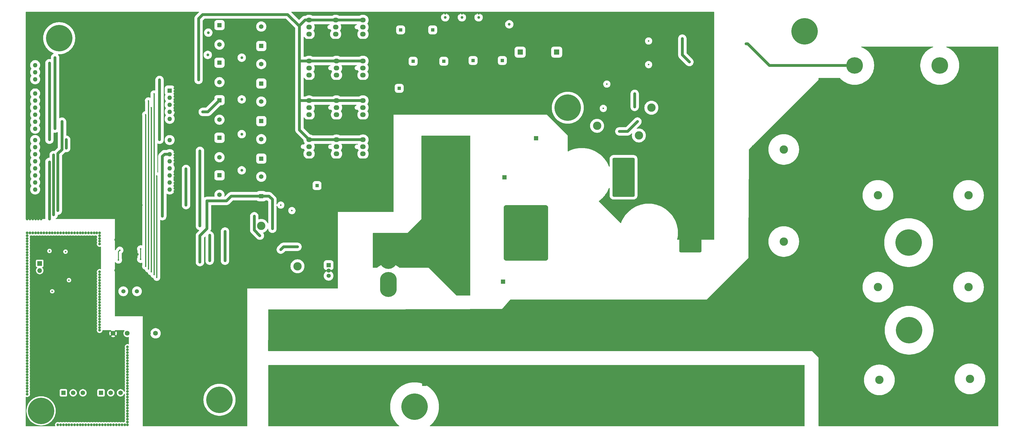
<source format=gbr>
%TF.GenerationSoftware,KiCad,Pcbnew,9.0.0*%
%TF.CreationDate,2025-04-28T16:55:08-07:00*%
%TF.ProjectId,DynamicBrakeGrid,44796e61-6d69-4634-9272-616b65477269,rev?*%
%TF.SameCoordinates,Original*%
%TF.FileFunction,Copper,L4,Bot*%
%TF.FilePolarity,Positive*%
%FSLAX46Y46*%
G04 Gerber Fmt 4.6, Leading zero omitted, Abs format (unit mm)*
G04 Created by KiCad (PCBNEW 9.0.0) date 2025-04-28 16:55:08*
%MOMM*%
%LPD*%
G01*
G04 APERTURE LIST*
G04 Aperture macros list*
%AMRoundRect*
0 Rectangle with rounded corners*
0 $1 Rounding radius*
0 $2 $3 $4 $5 $6 $7 $8 $9 X,Y pos of 4 corners*
0 Add a 4 corners polygon primitive as box body*
4,1,4,$2,$3,$4,$5,$6,$7,$8,$9,$2,$3,0*
0 Add four circle primitives for the rounded corners*
1,1,$1+$1,$2,$3*
1,1,$1+$1,$4,$5*
1,1,$1+$1,$6,$7*
1,1,$1+$1,$8,$9*
0 Add four rect primitives between the rounded corners*
20,1,$1+$1,$2,$3,$4,$5,0*
20,1,$1+$1,$4,$5,$6,$7,0*
20,1,$1+$1,$6,$7,$8,$9,0*
20,1,$1+$1,$8,$9,$2,$3,0*%
%AMHorizOval*
0 Thick line with rounded ends*
0 $1 width*
0 $2 $3 position (X,Y) of the first rounded end (center of the circle)*
0 $4 $5 position (X,Y) of the second rounded end (center of the circle)*
0 Add line between two ends*
20,1,$1,$2,$3,$4,$5,0*
0 Add two circle primitives to create the rounded ends*
1,1,$1,$2,$3*
1,1,$1,$4,$5*%
G04 Aperture macros list end*
%TA.AperFunction,ComponentPad*%
%ADD10C,5.940000*%
%TD*%
%TA.AperFunction,ComponentPad*%
%ADD11R,2.030000X1.730000*%
%TD*%
%TA.AperFunction,ComponentPad*%
%ADD12O,2.030000X1.730000*%
%TD*%
%TA.AperFunction,ComponentPad*%
%ADD13R,1.950000X1.950000*%
%TD*%
%TA.AperFunction,ComponentPad*%
%ADD14C,1.950000*%
%TD*%
%TA.AperFunction,ComponentPad*%
%ADD15R,3.000000X3.000000*%
%TD*%
%TA.AperFunction,ComponentPad*%
%ADD16C,3.000000*%
%TD*%
%TA.AperFunction,ComponentPad*%
%ADD17C,9.500000*%
%TD*%
%TA.AperFunction,ComponentPad*%
%ADD18R,1.500000X1.500000*%
%TD*%
%TA.AperFunction,ComponentPad*%
%ADD19C,1.500000*%
%TD*%
%TA.AperFunction,ComponentPad*%
%ADD20R,1.200000X1.200000*%
%TD*%
%TA.AperFunction,ComponentPad*%
%ADD21C,1.200000*%
%TD*%
%TA.AperFunction,ComponentPad*%
%ADD22RoundRect,1.000000X7.000000X9.000000X-7.000000X9.000000X-7.000000X-9.000000X7.000000X-9.000000X0*%
%TD*%
%TA.AperFunction,ComponentPad*%
%ADD23RoundRect,0.500000X-3.500000X6.500000X-3.500000X-6.500000X3.500000X-6.500000X3.500000X6.500000X0*%
%TD*%
%TA.AperFunction,ComponentPad*%
%ADD24R,1.650000X1.650000*%
%TD*%
%TA.AperFunction,ComponentPad*%
%ADD25C,1.650000*%
%TD*%
%TA.AperFunction,ComponentPad*%
%ADD26R,1.700000X1.700000*%
%TD*%
%TA.AperFunction,ComponentPad*%
%ADD27O,1.700000X1.700000*%
%TD*%
%TA.AperFunction,ComponentPad*%
%ADD28R,1.600000X1.600000*%
%TD*%
%TA.AperFunction,ComponentPad*%
%ADD29O,1.600000X1.600000*%
%TD*%
%TA.AperFunction,ComponentPad*%
%ADD30C,1.725000*%
%TD*%
%TA.AperFunction,ComponentPad*%
%ADD31R,2.100000X2.100000*%
%TD*%
%TA.AperFunction,ComponentPad*%
%ADD32C,2.100000*%
%TD*%
%TA.AperFunction,ComponentPad*%
%ADD33HorizOval,0.800000X0.000000X0.000000X0.000000X0.000000X0*%
%TD*%
%TA.AperFunction,ComponentPad*%
%ADD34HorizOval,0.800000X0.000000X0.000000X0.000000X0.000000X0*%
%TD*%
%TA.AperFunction,ComponentPad*%
%ADD35C,0.800000*%
%TD*%
%TA.AperFunction,ComponentPad*%
%ADD36O,6.000000X9.000000*%
%TD*%
%TA.AperFunction,ViaPad*%
%ADD37C,1.000000*%
%TD*%
%TA.AperFunction,ViaPad*%
%ADD38C,0.500000*%
%TD*%
%TA.AperFunction,ViaPad*%
%ADD39C,0.600000*%
%TD*%
%TA.AperFunction,Conductor*%
%ADD40C,0.400000*%
%TD*%
%TA.AperFunction,Conductor*%
%ADD41C,1.000000*%
%TD*%
%TA.AperFunction,Conductor*%
%ADD42C,0.300000*%
%TD*%
G04 APERTURE END LIST*
D10*
%TO.P,J18,1,1*%
%TO.N,DC_LINK_V+*%
X310650000Y-57775000D03*
%TO.P,J18,2,2*%
%TO.N,GNDPWR*%
X297950000Y-44775000D03*
%TD*%
D11*
%TO.P,M2,1,-*%
%TO.N,GND*%
X102160000Y-65080000D03*
D12*
%TO.P,M2,2,+*%
%TO.N,+12V*%
X102160000Y-62540000D03*
%TO.P,M2,3,Tacho*%
%TO.N,unconnected-(M2-Tacho-Pad3)*%
X102160000Y-60000000D03*
%TO.P,M2,4,PWM*%
%TO.N,FAN_PWM*%
X102160000Y-57460000D03*
%TD*%
D10*
%TO.P,J13,1,1*%
%TO.N,DC_LINK_V+*%
X341150000Y-57775000D03*
%TO.P,J13,2,2*%
%TO.N,GNDPWR*%
X328450000Y-44775000D03*
%TD*%
D13*
%TO.P,J1,1,1*%
%TO.N,+12V*%
X191000000Y-40000000D03*
D14*
%TO.P,J1,2,2*%
%TO.N,GND*%
X196000000Y-40000000D03*
%TD*%
D11*
%TO.P,M7,1,-*%
%TO.N,GND*%
X112000000Y-79120000D03*
D12*
%TO.P,M7,2,+*%
%TO.N,+12V*%
X112000000Y-76580000D03*
%TO.P,M7,3,Tacho*%
%TO.N,unconnected-(M7-Tacho-Pad3)*%
X112000000Y-74040000D03*
%TO.P,M7,4,PWM*%
%TO.N,FAN_PWM*%
X112000000Y-71500000D03*
%TD*%
D15*
%TO.P,C12,1,1*%
%TO.N,DC_LINK_V+*%
X296300000Y-91500000D03*
D16*
%TO.P,C12,2,2*%
%TO.N,GNDPWR*%
X306300000Y-91500000D03*
%TD*%
D17*
%TO.P,H10,1,1*%
%TO.N,unconnected-(H10-Pad1)*%
X70000000Y-165000000D03*
%TD*%
D10*
%TO.P,J22,1,1*%
%TO.N,DC_LINK_V+*%
X169650000Y-142725000D03*
%TO.P,J22,2,2*%
%TO.N,RESISTOR_RETURN*%
X182350000Y-155725000D03*
%TD*%
D16*
%TO.P,TP25,1,1*%
%TO.N,GND*%
X233000000Y-60000000D03*
%TD*%
D18*
%TO.P,C102,1,1*%
%TO.N,RESISTOR_RETURN*%
X143500000Y-159275000D03*
D19*
%TO.P,C102,2,2*%
%TO.N,DC_LINK_V+*%
X143500000Y-144275000D03*
%TD*%
D20*
%TO.P,C6,1,+*%
%TO.N,+12V*%
X134500000Y-53000000D03*
D21*
%TO.P,C6,2,-*%
%TO.N,GND*%
X129500000Y-53000000D03*
%TD*%
D11*
%TO.P,M3,1,-*%
%TO.N,GND*%
X102160000Y-50800000D03*
D12*
%TO.P,M3,2,+*%
%TO.N,+12V*%
X102160000Y-48260000D03*
%TO.P,M3,3,Tacho*%
%TO.N,unconnected-(M3-Tacho-Pad3)*%
X102160000Y-45720000D03*
%TO.P,M3,4,PWM*%
%TO.N,FAN_PWM*%
X102160000Y-43180000D03*
%TD*%
D18*
%TO.P,C104,1,1*%
%TO.N,RESISTOR_RETURN*%
X127500000Y-171125000D03*
D19*
%TO.P,C104,2,2*%
%TO.N,DC_LINK_V+*%
X127500000Y-143625000D03*
%TD*%
D11*
%TO.P,M11,1,-*%
%TO.N,GND*%
X121500000Y-65040000D03*
D12*
%TO.P,M11,2,+*%
%TO.N,+12V*%
X121500000Y-62500000D03*
%TO.P,M11,3,Tacho*%
%TO.N,unconnected-(M11-Tacho-Pad3)*%
X121500000Y-59960000D03*
%TO.P,M11,4,PWM*%
%TO.N,FAN_PWM*%
X121500000Y-57420000D03*
%TD*%
D11*
%TO.P,M6,1,-*%
%TO.N,GND*%
X112000000Y-65040000D03*
D12*
%TO.P,M6,2,+*%
%TO.N,+12V*%
X112000000Y-62500000D03*
%TO.P,M6,3,Tacho*%
%TO.N,unconnected-(M6-Tacho-Pad3)*%
X112000000Y-59960000D03*
%TO.P,M6,4,PWM*%
%TO.N,FAN_PWM*%
X112000000Y-57420000D03*
%TD*%
D15*
%TO.P,C18,1,1*%
%TO.N,DC_LINK_V+*%
X262500000Y-108100000D03*
D16*
%TO.P,C18,2,2*%
%TO.N,GNDPWR*%
X272500000Y-108100000D03*
%TD*%
D22*
%TO.P,Q1,1,C*%
%TO.N,CHOPPER_DRAIN*%
X151000000Y-105000000D03*
%TO.P,Q1,2,E*%
%TO.N,GNDPWR*%
X180000000Y-105000000D03*
D23*
%TO.P,Q1,3,G*%
%TO.N,Net-(Q1-G)*%
X215000000Y-85000000D03*
%TO.P,Q1,5,E*%
%TO.N,GND*%
X239000000Y-105000000D03*
%TD*%
D17*
%TO.P,H9,1,1*%
%TO.N,unconnected-(H9-Pad1)*%
X195000000Y-60000000D03*
%TD*%
D18*
%TO.P,C98,1,1*%
%TO.N,GNDPWR*%
X183625000Y-71000000D03*
D19*
%TO.P,C98,2,2*%
%TO.N,CHOPPER_DRAIN*%
X156125000Y-71000000D03*
%TD*%
D11*
%TO.P,M10,1,-*%
%TO.N,GND*%
X121500000Y-50800000D03*
D12*
%TO.P,M10,2,+*%
%TO.N,+12V*%
X121500000Y-48260000D03*
%TO.P,M10,3,Tacho*%
%TO.N,unconnected-(M10-Tacho-Pad3)*%
X121500000Y-45720000D03*
%TO.P,M10,4,PWM*%
%TO.N,FAN_PWM*%
X121500000Y-43180000D03*
%TD*%
D24*
%TO.P,J15,1,1*%
%TO.N,CanL_External*%
X27500000Y-162500000D03*
D25*
%TO.P,J15,2,2*%
%TO.N,CanH_External*%
X31000000Y-162500000D03*
%TO.P,J15,3,3*%
%TO.N,CANBUS_ISO_GND*%
X34500000Y-162500000D03*
%TD*%
D24*
%TO.P,J9,1,1*%
%TO.N,+5V*%
X70000000Y-70800000D03*
D25*
%TO.P,J9,2,2*%
%TO.N,GND*%
X70000000Y-74300000D03*
%TO.P,J9,3,3*%
%TO.N,AMBIENT_TEMPSENSE_1WIRE*%
X70000000Y-77800000D03*
%TD*%
D20*
%TO.P,C4,1,+*%
%TO.N,+12V*%
X139500000Y-43300000D03*
D21*
%TO.P,C4,2,-*%
%TO.N,GND*%
X134500000Y-43300000D03*
%TD*%
D15*
%TO.P,C13,1,1*%
%TO.N,DC_LINK_V+*%
X296300000Y-124500000D03*
D16*
%TO.P,C13,2,2*%
%TO.N,GNDPWR*%
X306300000Y-124500000D03*
%TD*%
%TO.P,TP26,1,1*%
%TO.N,Net-(IC8-IN1+)*%
X98000000Y-117000000D03*
%TD*%
D24*
%TO.P,J14,1,1*%
%TO.N,CanL_External*%
X14000000Y-162500000D03*
D25*
%TO.P,J14,2,2*%
%TO.N,CanH_External*%
X17500000Y-162500000D03*
%TO.P,J14,3,3*%
%TO.N,CANBUS_ISO_GND*%
X21000000Y-162500000D03*
%TD*%
D17*
%TO.P,H4,1,1*%
%TO.N,unconnected-(H4-Pad1)*%
X317300000Y-108500000D03*
%TD*%
%TO.P,H1,1,1*%
%TO.N,unconnected-(H1-Pad1)*%
X12500000Y-35000000D03*
%TD*%
D15*
%TO.P,C15,1,1*%
%TO.N,DC_LINK_V+*%
X328800000Y-124500000D03*
D16*
%TO.P,C15,2,2*%
%TO.N,GNDPWR*%
X338800000Y-124500000D03*
%TD*%
D24*
%TO.P,J5,1,1*%
%TO.N,+5V*%
X70000000Y-30300000D03*
D25*
%TO.P,J5,2,2*%
%TO.N,GND*%
X70000000Y-33800000D03*
%TO.P,J5,3,3*%
%TO.N,AMBIENT_TEMPSENSE_1WIRE*%
X70000000Y-37300000D03*
%TD*%
D19*
%TO.P,Y1,1,1*%
%TO.N,Net-(IC6-OSC2)*%
X35500000Y-126000000D03*
%TO.P,Y1,2,2*%
%TO.N,Net-(IC6-OSC1)*%
X40380000Y-126000000D03*
%TD*%
D13*
%TO.P,J2,1,1*%
%TO.N,+12V*%
X177900000Y-40000000D03*
D14*
%TO.P,J2,2,2*%
%TO.N,GND*%
X182900000Y-40000000D03*
%TD*%
D24*
%TO.P,J12,1,1*%
%TO.N,+5V*%
X85000000Y-51300000D03*
D25*
%TO.P,J12,2,2*%
%TO.N,GND*%
X85000000Y-47800000D03*
%TO.P,J12,3,3*%
%TO.N,EXHAUST_TEMPSENSE_1WIRE*%
X85000000Y-44300000D03*
%TD*%
D24*
%TO.P,J25,1,1*%
%TO.N,+5V*%
X85000000Y-37800000D03*
D25*
%TO.P,J25,2,2*%
%TO.N,GND*%
X85000000Y-34300000D03*
%TO.P,J25,3,3*%
%TO.N,EXHAUST_TEMPSENSE_1WIRE*%
X85000000Y-30800000D03*
%TD*%
D26*
%TO.P,JP1,1,A*%
%TO.N,Net-(JP1-A)*%
X5500000Y-115975000D03*
D27*
%TO.P,JP1,2,B*%
%TO.N,CanH_External*%
X5500000Y-118515000D03*
%TD*%
D11*
%TO.P,M9,1,-*%
%TO.N,GND*%
X121500000Y-36080000D03*
D12*
%TO.P,M9,2,+*%
%TO.N,+12V*%
X121500000Y-33540000D03*
%TO.P,M9,3,Tacho*%
%TO.N,unconnected-(M9-Tacho-Pad3)*%
X121500000Y-31000000D03*
%TO.P,M9,4,PWM*%
%TO.N,FAN_PWM*%
X121500000Y-28460000D03*
%TD*%
D20*
%TO.P,C9,1,+*%
%TO.N,+12V*%
X150500000Y-43300000D03*
D21*
%TO.P,C9,2,-*%
%TO.N,GND*%
X145500000Y-43300000D03*
%TD*%
D24*
%TO.P,J7,1,1*%
%TO.N,+5V*%
X70000000Y-43800000D03*
D25*
%TO.P,J7,2,2*%
%TO.N,GND*%
X70000000Y-47300000D03*
%TO.P,J7,3,3*%
%TO.N,AMBIENT_TEMPSENSE_1WIRE*%
X70000000Y-50800000D03*
%TD*%
D11*
%TO.P,M4,1,-*%
%TO.N,GND*%
X111700000Y-36080000D03*
D12*
%TO.P,M4,2,+*%
%TO.N,+12V*%
X111700000Y-33540000D03*
%TO.P,M4,3,Tacho*%
%TO.N,unconnected-(M4-Tacho-Pad3)*%
X111700000Y-31000000D03*
%TO.P,M4,4,PWM*%
%TO.N,FAN_PWM*%
X111700000Y-28460000D03*
%TD*%
D24*
%TO.P,J24,1,1*%
%TO.N,+5V*%
X70000000Y-84300000D03*
D25*
%TO.P,J24,2,2*%
%TO.N,GND*%
X70000000Y-87800000D03*
%TO.P,J24,3,3*%
%TO.N,AMBIENT_TEMPSENSE_1WIRE*%
X70000000Y-91300000D03*
%TD*%
D20*
%TO.P,C5,1,+*%
%TO.N,+12V*%
X135000000Y-32000000D03*
D21*
%TO.P,C5,2,-*%
%TO.N,GND*%
X130000000Y-32000000D03*
%TD*%
D16*
%TO.P,TP27,1,1*%
%TO.N,Arduino_CurrentSense*%
X85000000Y-102500000D03*
%TD*%
D24*
%TO.P,J6,1,1*%
%TO.N,+5V*%
X85000000Y-91800000D03*
D25*
%TO.P,J6,2,2*%
%TO.N,GND*%
X85000000Y-88300000D03*
%TO.P,J6,3,3*%
%TO.N,EXHAUST_TEMPSENSE_1WIRE*%
X85000000Y-84800000D03*
%TD*%
D20*
%TO.P,C8,1,+*%
%TO.N,+12V*%
X161000000Y-43000000D03*
D21*
%TO.P,C8,2,-*%
%TO.N,GND*%
X156000000Y-43000000D03*
%TD*%
D28*
%TO.P,A1,1,NC*%
%TO.N,unconnected-(A1-NC-Pad1)*%
X52130000Y-53825000D03*
D29*
%TO.P,A1,2,IOREF*%
%TO.N,unconnected-(A1-IOREF-Pad2)*%
X52130000Y-56365000D03*
%TO.P,A1,3,~{RESET}*%
%TO.N,unconnected-(A1-~{RESET}-Pad3)*%
X52130000Y-58905000D03*
%TO.P,A1,4,3V3*%
%TO.N,unconnected-(A1-3V3-Pad4)*%
X52130000Y-61445000D03*
%TO.P,A1,5,+5V*%
%TO.N,+5V*%
X52130000Y-63985000D03*
%TO.P,A1,6,GND*%
%TO.N,GND*%
X52130000Y-66525000D03*
%TO.P,A1,7,GND*%
X52130000Y-69065000D03*
%TO.P,A1,8,VIN*%
%TO.N,+12V*%
X52130000Y-71605000D03*
%TO.P,A1,9,A0*%
%TO.N,Arduino_CurrentSense*%
X52130000Y-76685000D03*
%TO.P,A1,10,A1*%
%TO.N,unconnected-(A1-A1-Pad10)*%
X52130000Y-79225000D03*
%TO.P,A1,11,A2*%
%TO.N,Arduino_VInSense*%
X52130000Y-81765000D03*
%TO.P,A1,12,A3*%
%TO.N,unconnected-(A1-A3-Pad12)*%
X52130000Y-84305000D03*
%TO.P,A1,13,SDA/A4*%
%TO.N,unconnected-(A1-SDA{slash}A4-Pad13)*%
X52130000Y-86845000D03*
%TO.P,A1,14,SCL/A5*%
%TO.N,unconnected-(A1-SCL{slash}A5-Pad14)*%
X52130000Y-89385000D03*
%TO.P,A1,15,D0/RX*%
%TO.N,unconnected-(A1-D0{slash}RX-Pad15)*%
X3870000Y-89385000D03*
%TO.P,A1,16,D1/TX*%
%TO.N,unconnected-(A1-D1{slash}TX-Pad16)*%
X3870000Y-86845000D03*
%TO.P,A1,17,D2*%
%TO.N,CAN_INT*%
X3870000Y-84305000D03*
%TO.P,A1,18,D3*%
%TO.N,unconnected-(A1-D3-Pad18)*%
X3870000Y-81765000D03*
%TO.P,A1,19,D4*%
%TO.N,StatusLED_0*%
X3870000Y-79225000D03*
%TO.P,A1,20,D5*%
%TO.N,StatusLED_1*%
X3870000Y-76685000D03*
%TO.P,A1,21,D6*%
%TO.N,FAN_PWM*%
X3870000Y-74145000D03*
%TO.P,A1,22,D7*%
%TO.N,AMBIENT_TEMPSENSE_1WIRE*%
X3870000Y-71605000D03*
%TO.P,A1,23,D8*%
%TO.N,EXHAUST_TEMPSENSE_1WIRE*%
X3870000Y-67545000D03*
%TO.P,A1,24,D9*%
%TO.N,GATE_PWM*%
X3870000Y-65005000D03*
%TO.P,A1,25,D10*%
%TO.N,CAN_CS*%
X3870000Y-62465000D03*
%TO.P,A1,26,D11*%
%TO.N,CAN_SI*%
X3870000Y-59925000D03*
%TO.P,A1,27,D12*%
%TO.N,CAN_SO*%
X3870000Y-57385000D03*
%TO.P,A1,28,D13*%
%TO.N,CAN_SCK*%
X3870000Y-54845000D03*
%TO.P,A1,29,GND*%
%TO.N,GND*%
X3870000Y-52305000D03*
%TO.P,A1,30,AREF*%
%TO.N,unconnected-(A1-AREF-Pad30)*%
X3870000Y-49765000D03*
%TO.P,A1,31,SDA/A4*%
%TO.N,unconnected-(A1-SDA{slash}A4-Pad31)*%
X3870000Y-47225000D03*
%TO.P,A1,32,SCL/A5*%
%TO.N,unconnected-(A1-SCL{slash}A5-Pad32)*%
X3870000Y-44685000D03*
%TD*%
D17*
%TO.P,H2,1,1*%
%TO.N,unconnected-(H2-Pad1)*%
X317500000Y-140000000D03*
%TD*%
D18*
%TO.P,C96,1,1*%
%TO.N,GNDPWR*%
X172275000Y-85000000D03*
D19*
%TO.P,C96,2,2*%
%TO.N,CHOPPER_DRAIN*%
X157275000Y-85000000D03*
%TD*%
D15*
%TO.P,C19,1,1*%
%TO.N,DC_LINK_V+*%
X329300000Y-157500000D03*
D16*
%TO.P,C19,2,2*%
%TO.N,GNDPWR*%
X339300000Y-157500000D03*
%TD*%
%TO.P,TP23,1,1*%
%TO.N,Net-(Q1-G)*%
X220500000Y-69975000D03*
%TD*%
D30*
%TO.P,PS1,1,+VIN*%
%TO.N,+5V*%
X47075000Y-141115000D03*
%TO.P,PS1,2,-VIN*%
%TO.N,GND*%
X44535000Y-141115000D03*
%TO.P,PS1,5,-VOUT*%
%TO.N,CANBUS_ISO_GND*%
X36915000Y-141115000D03*
%TO.P,PS1,7,+VOUT*%
%TO.N,CANBUS_ISO_5V*%
X31835000Y-141115000D03*
%TD*%
D10*
%TO.P,J20,1,1*%
%TO.N,DC_LINK_V+*%
X231650000Y-142725000D03*
%TO.P,J20,2,2*%
%TO.N,RESISTOR_RETURN*%
X244350000Y-155725000D03*
%TD*%
D15*
%TO.P,C16,1,1*%
%TO.N,DC_LINK_V+*%
X296800000Y-157850000D03*
D16*
%TO.P,C16,2,2*%
%TO.N,GNDPWR*%
X306800000Y-157850000D03*
%TD*%
D24*
%TO.P,J8,1,1*%
%TO.N,+5V*%
X70000000Y-57300000D03*
D25*
%TO.P,J8,2,2*%
%TO.N,GND*%
X70000000Y-60800000D03*
%TO.P,J8,3,3*%
%TO.N,AMBIENT_TEMPSENSE_1WIRE*%
X70000000Y-64300000D03*
%TD*%
D11*
%TO.P,M8,1,-*%
%TO.N,GND*%
X102160000Y-36080000D03*
D12*
%TO.P,M8,2,+*%
%TO.N,+12V*%
X102160000Y-33540000D03*
%TO.P,M8,3,Tacho*%
%TO.N,unconnected-(M8-Tacho-Pad3)*%
X102160000Y-31000000D03*
%TO.P,M8,4,PWM*%
%TO.N,FAN_PWM*%
X102160000Y-28460000D03*
%TD*%
D24*
%TO.P,J10,1,1*%
%TO.N,+5V*%
X85000000Y-78300000D03*
D25*
%TO.P,J10,2,2*%
%TO.N,GND*%
X85000000Y-74800000D03*
%TO.P,J10,3,3*%
%TO.N,EXHAUST_TEMPSENSE_1WIRE*%
X85000000Y-71300000D03*
%TD*%
D20*
%TO.P,C3,1,+*%
%TO.N,+12V*%
X146500000Y-32000000D03*
D21*
%TO.P,C3,2,-*%
%TO.N,GND*%
X141500000Y-32000000D03*
%TD*%
D18*
%TO.P,C103,1,1*%
%TO.N,RESISTOR_RETURN*%
X155000000Y-159275000D03*
D19*
%TO.P,C103,2,2*%
%TO.N,DC_LINK_V+*%
X155000000Y-144275000D03*
%TD*%
D11*
%TO.P,M5,1,-*%
%TO.N,GND*%
X112000000Y-50800000D03*
D12*
%TO.P,M5,2,+*%
%TO.N,+12V*%
X112000000Y-48260000D03*
%TO.P,M5,3,Tacho*%
%TO.N,unconnected-(M5-Tacho-Pad3)*%
X112000000Y-45720000D03*
%TO.P,M5,4,PWM*%
%TO.N,FAN_PWM*%
X112000000Y-43180000D03*
%TD*%
D31*
%TO.P,C87,1,1*%
%TO.N,RESISTOR_RETURN*%
X113650000Y-171250000D03*
D32*
%TO.P,C87,2,2*%
%TO.N,DC_LINK_V+*%
X113650000Y-133750000D03*
%TO.P,C87,3,3*%
%TO.N,RESISTOR_RETURN*%
X93350000Y-171250000D03*
%TO.P,C87,4,4*%
%TO.N,DC_LINK_V+*%
X93350000Y-133750000D03*
%TD*%
D15*
%TO.P,C14,1,1*%
%TO.N,DC_LINK_V+*%
X328800000Y-91500000D03*
D16*
%TO.P,C14,2,2*%
%TO.N,GNDPWR*%
X338800000Y-91500000D03*
%TD*%
D17*
%TO.P,H8,1,1*%
%TO.N,unconnected-(H8-Pad1)*%
X280000000Y-32500000D03*
%TD*%
D15*
%TO.P,C17,1,1*%
%TO.N,DC_LINK_V+*%
X262500000Y-75000000D03*
D16*
%TO.P,C17,2,2*%
%TO.N,GNDPWR*%
X272500000Y-75000000D03*
%TD*%
D24*
%TO.P,J11,1,1*%
%TO.N,+5V*%
X85000000Y-64800000D03*
D25*
%TO.P,J11,2,2*%
%TO.N,GND*%
X85000000Y-61300000D03*
%TO.P,J11,3,3*%
%TO.N,EXHAUST_TEMPSENSE_1WIRE*%
X85000000Y-57800000D03*
%TD*%
D17*
%TO.P,H7,1,1*%
%TO.N,unconnected-(H7-Pad1)*%
X140000000Y-167500000D03*
%TD*%
D20*
%TO.P,C2,1,+*%
%TO.N,+12V*%
X105000000Y-88000000D03*
D21*
%TO.P,C2,2,-*%
%TO.N,GND*%
X100000000Y-88000000D03*
%TD*%
D18*
%TO.P,C97,1,1*%
%TO.N,GNDPWR*%
X171775000Y-122500000D03*
D19*
%TO.P,C97,2,2*%
%TO.N,CHOPPER_DRAIN*%
X156775000Y-122500000D03*
%TD*%
D11*
%TO.P,M12,1,-*%
%TO.N,GND*%
X121500000Y-79120000D03*
D12*
%TO.P,M12,2,+*%
%TO.N,+12V*%
X121500000Y-76580000D03*
%TO.P,M12,3,Tacho*%
%TO.N,unconnected-(M12-Tacho-Pad3)*%
X121500000Y-74040000D03*
%TO.P,M12,4,PWM*%
%TO.N,FAN_PWM*%
X121500000Y-71500000D03*
%TD*%
D11*
%TO.P,M1,1,-*%
%TO.N,GND*%
X102160000Y-79080000D03*
D12*
%TO.P,M1,2,+*%
%TO.N,+12V*%
X102160000Y-76540000D03*
%TO.P,M1,3,Tacho*%
%TO.N,unconnected-(M1-Tacho-Pad3)*%
X102160000Y-74000000D03*
%TO.P,M1,4,PWM*%
%TO.N,FAN_PWM*%
X102160000Y-71460000D03*
%TD*%
D17*
%TO.P,H3,1,1*%
%TO.N,unconnected-(H3-Pad1)*%
X6000000Y-169000000D03*
%TD*%
D10*
%TO.P,J21,1,1*%
%TO.N,DC_LINK_V+*%
X200650000Y-142725000D03*
%TO.P,J21,2,2*%
%TO.N,RESISTOR_RETURN*%
X213350000Y-155725000D03*
%TD*%
D16*
%TO.P,TP28,1,1*%
%TO.N,GATE_PWM*%
X205500000Y-66500000D03*
%TD*%
%TO.P,TP24,1,1*%
%TO.N,Gate*%
X225000000Y-60000000D03*
%TD*%
D10*
%TO.P,J19,1,1*%
%TO.N,DC_LINK_V+*%
X262300000Y-142725000D03*
%TO.P,J19,2,2*%
%TO.N,RESISTOR_RETURN*%
X275000000Y-155725000D03*
%TD*%
D18*
%TO.P,U6,1,VCC*%
%TO.N,+5V*%
X109175000Y-116600000D03*
D19*
%TO.P,U6,2,GND*%
%TO.N,GND*%
X109175000Y-118510000D03*
%TO.P,U6,3,VIOUT*%
%TO.N,Net-(U6-VIOUT)*%
X109175000Y-120420000D03*
D33*
%TO.P,U6,4,IP+*%
%TO.N,RESISTOR_RETURN*%
X131205000Y-119560000D03*
D34*
X129945000Y-119560000D03*
D35*
X132235000Y-120310000D03*
X128915000Y-120310000D03*
X132625000Y-121510000D03*
X128525000Y-121510000D03*
X132625000Y-122840000D03*
X128525000Y-122840000D03*
D36*
X130575000Y-123510000D03*
D35*
X132625000Y-124180000D03*
X128525000Y-124180000D03*
X132625000Y-125510000D03*
X128525000Y-125510000D03*
X132235000Y-126710000D03*
X128915000Y-126710000D03*
X131205000Y-127460000D03*
X129945000Y-127460000D03*
%TO.P,U6,5,IP-*%
%TO.N,CHOPPER_DRAIN*%
X131205000Y-109560000D03*
X129945000Y-109560000D03*
X132235000Y-110310000D03*
X128915000Y-110310000D03*
X132625000Y-111510000D03*
X128525000Y-111510000D03*
X132625000Y-112840000D03*
X128525000Y-112840000D03*
D36*
X130575000Y-113510000D03*
D35*
X132625000Y-114180000D03*
X128525000Y-114180000D03*
X132625000Y-115510000D03*
X128525000Y-115510000D03*
X132235000Y-116710000D03*
X128915000Y-116710000D03*
D34*
X131205000Y-117460000D03*
D33*
X129945000Y-117460000D03*
%TD*%
D20*
%TO.P,C7,1,+*%
%TO.N,+12V*%
X171500000Y-43000000D03*
D21*
%TO.P,C7,2,-*%
%TO.N,GND*%
X166500000Y-43000000D03*
%TD*%
D37*
%TO.N,RESISTOR_RETURN*%
X88000000Y-153000000D03*
X91000000Y-153000000D03*
X90000000Y-153000000D03*
X95000000Y-153000000D03*
X89000000Y-153000000D03*
X96000000Y-153000000D03*
X92000000Y-153000000D03*
X97000000Y-153000000D03*
X93000000Y-153000000D03*
X94000000Y-153000000D03*
X100000000Y-153000000D03*
X99000000Y-153000000D03*
X104000000Y-153000000D03*
X98000000Y-153000000D03*
X105000000Y-153000000D03*
X101000000Y-153000000D03*
X106000000Y-153000000D03*
X102000000Y-153000000D03*
X103000000Y-153000000D03*
X109000000Y-153000000D03*
X108000000Y-153000000D03*
X113000000Y-153000000D03*
X107000000Y-153000000D03*
X114000000Y-153000000D03*
X110000000Y-153000000D03*
X115000000Y-153000000D03*
X111000000Y-153000000D03*
X112000000Y-153000000D03*
X118000000Y-153000000D03*
X117000000Y-153000000D03*
X122000000Y-153000000D03*
X116000000Y-153000000D03*
X123000000Y-153000000D03*
X119000000Y-153000000D03*
X124000000Y-153000000D03*
X120000000Y-153000000D03*
X121000000Y-153000000D03*
X127000000Y-153000000D03*
X126000000Y-153000000D03*
X131000000Y-153000000D03*
X125000000Y-153000000D03*
X132000000Y-153000000D03*
X128000000Y-153000000D03*
X133000000Y-153000000D03*
X129000000Y-153000000D03*
X130000000Y-153000000D03*
X136000000Y-153000000D03*
X135000000Y-153000000D03*
X140000000Y-153000000D03*
X134000000Y-153000000D03*
X141000000Y-153000000D03*
X137000000Y-153000000D03*
X142000000Y-153000000D03*
X138000000Y-153000000D03*
X139000000Y-153000000D03*
X145000000Y-153000000D03*
X144000000Y-153000000D03*
X149000000Y-153000000D03*
X143000000Y-153000000D03*
X150000000Y-153000000D03*
X146000000Y-153000000D03*
X151000000Y-153000000D03*
X147000000Y-153000000D03*
X148000000Y-153000000D03*
X152000000Y-153000000D03*
X153000000Y-153000000D03*
X154000000Y-153000000D03*
X155000000Y-153000000D03*
X156000000Y-153000000D03*
X157000000Y-153000000D03*
X158000000Y-153000000D03*
X159000000Y-153000000D03*
X160000000Y-153000000D03*
X161000000Y-153000000D03*
X162000000Y-153000000D03*
X163000000Y-153000000D03*
X164000000Y-153000000D03*
X165000000Y-153000000D03*
X166000000Y-153000000D03*
X167000000Y-153000000D03*
X168000000Y-153000000D03*
X169000000Y-153000000D03*
X170000000Y-153000000D03*
X171000000Y-153000000D03*
D38*
%TO.N,CAN_INT*%
X47500000Y-84500000D03*
X47500000Y-121000000D03*
D37*
%TO.N,GND*%
X72000000Y-174000000D03*
X210000000Y-26000000D03*
X246000000Y-72000000D03*
X1000000Y-92000000D03*
X247000000Y-44000000D03*
X35000000Y-105000000D03*
X208011843Y-71999999D03*
X43000000Y-138000000D03*
X221000000Y-26000000D03*
X50000000Y-150000000D03*
X60000000Y-150000000D03*
X49000000Y-174000000D03*
X160000000Y-62000000D03*
X43000000Y-146000000D03*
X38000000Y-26000000D03*
X5000000Y-35000000D03*
X26000000Y-95000000D03*
X1000000Y-36000000D03*
X216000000Y-26000000D03*
X79000000Y-151000000D03*
X60000000Y-174000000D03*
X181000000Y-62000000D03*
X1000000Y-46000000D03*
X244000000Y-26000000D03*
X79000000Y-153000000D03*
X73000000Y-174000000D03*
X37000000Y-26000000D03*
X35000000Y-26000000D03*
X142000000Y-62000000D03*
X132000000Y-80000000D03*
X159000000Y-62000000D03*
D38*
X32750000Y-120500000D03*
D37*
X116000000Y-97000000D03*
X1000000Y-88000000D03*
X25000000Y-30000000D03*
X209000000Y-72000000D03*
X55000000Y-118000000D03*
X93000000Y-65000000D03*
X79000000Y-156000000D03*
X1000000Y-79000000D03*
X247000000Y-46000000D03*
X20000000Y-35000000D03*
X166000000Y-26000000D03*
X86250000Y-109750000D03*
X70000000Y-135000000D03*
X149000000Y-62000000D03*
X92000000Y-124000000D03*
X1000000Y-43000000D03*
X45000000Y-26000000D03*
X147000000Y-26000000D03*
X132000000Y-90000000D03*
X132000000Y-70000000D03*
X132000000Y-82000000D03*
X182000000Y-62000000D03*
X109000000Y-26000000D03*
X247000000Y-53000000D03*
X22000000Y-26000000D03*
X91000000Y-114000000D03*
X247000000Y-39000000D03*
X120000000Y-26000000D03*
X112000000Y-122000000D03*
X1000000Y-68000000D03*
X186000000Y-26000000D03*
X132000000Y-96000000D03*
X235000000Y-30000000D03*
X122000000Y-97000000D03*
X140000000Y-26000000D03*
X30000000Y-30000000D03*
X52000000Y-174000000D03*
X132000000Y-69000000D03*
X77500000Y-112500000D03*
X132000000Y-78000000D03*
X60000000Y-45000000D03*
X217000000Y-26000000D03*
X200000000Y-72000000D03*
X1000000Y-94000000D03*
X13000000Y-26000000D03*
X112000000Y-105000000D03*
X8000000Y-26000000D03*
X65000000Y-135000000D03*
X247000000Y-60000000D03*
X1000000Y-33000000D03*
X147000000Y-62000000D03*
X115000000Y-26000000D03*
X79000000Y-168000000D03*
X1000000Y-85000000D03*
X98000000Y-124000000D03*
X112000000Y-121000000D03*
X247000000Y-54000000D03*
X190000000Y-26000000D03*
X215000000Y-26000000D03*
X230000000Y-26000000D03*
X43000000Y-154000000D03*
X20000000Y-90000000D03*
X32000000Y-26000000D03*
X42000000Y-95000000D03*
X1000000Y-89000000D03*
X52500000Y-125000000D03*
X29000000Y-26000000D03*
X54000000Y-84000000D03*
X43000000Y-173000000D03*
X247000000Y-63000000D03*
X169000000Y-26000000D03*
X100000000Y-124000000D03*
X143000000Y-26000000D03*
X54000000Y-94000000D03*
X162000000Y-62000000D03*
X153000000Y-62000000D03*
X1000000Y-37000000D03*
X204000000Y-26000000D03*
X133000000Y-62000000D03*
X132000000Y-75000000D03*
X168000000Y-26000000D03*
X194000000Y-26000000D03*
X177000000Y-26000000D03*
X79000000Y-173000000D03*
X207000000Y-72000000D03*
X38000000Y-95000000D03*
X79000000Y-159000000D03*
X76000000Y-174000000D03*
X40000000Y-90000000D03*
X154000000Y-62000000D03*
X187000000Y-26000000D03*
X106000000Y-26000000D03*
X54000000Y-80000000D03*
X99140000Y-105000000D03*
X79000000Y-131000000D03*
X162000000Y-26000000D03*
X132000000Y-92000000D03*
X127000000Y-26000000D03*
X45000000Y-174000000D03*
X165000000Y-62000000D03*
X132000000Y-88000000D03*
X45000000Y-30000000D03*
X179000000Y-26000000D03*
X195000000Y-26000000D03*
X79000000Y-142000000D03*
X50000000Y-26000000D03*
X112000000Y-114000000D03*
X79000000Y-137000000D03*
X43000000Y-156000000D03*
X25000000Y-50000000D03*
X75000000Y-135000000D03*
X201000000Y-26000000D03*
X75000000Y-125000000D03*
X53980856Y-85027265D03*
X95000000Y-124000000D03*
X43000000Y-163000000D03*
X247000000Y-30000000D03*
X43000000Y-141000000D03*
X79000000Y-171000000D03*
X57000000Y-174000000D03*
X230000000Y-55000000D03*
X50000000Y-35000000D03*
X54000000Y-27000000D03*
X125000000Y-26000000D03*
X1000000Y-78000000D03*
X182000000Y-26000000D03*
X16000000Y-95000000D03*
X227000000Y-26000000D03*
X115000000Y-97000000D03*
X146000000Y-62000000D03*
X1000000Y-100000000D03*
X132000000Y-94000000D03*
X54000000Y-90000000D03*
X14000000Y-26000000D03*
X174000000Y-26000000D03*
X157000000Y-26000000D03*
X1000000Y-55000000D03*
X20000000Y-26000000D03*
X54000000Y-89000000D03*
X43000000Y-159000000D03*
X79000000Y-162000000D03*
X214000000Y-26000000D03*
X1000000Y-70000000D03*
X151000000Y-26000000D03*
X79000000Y-133000000D03*
X70000000Y-125000000D03*
X61000000Y-174000000D03*
X54000000Y-37000000D03*
X41000000Y-26000000D03*
X247000000Y-38000000D03*
X123000000Y-26000000D03*
X1000000Y-99000000D03*
X55000000Y-145000000D03*
X79000000Y-126000000D03*
X171000000Y-26000000D03*
X107000000Y-26000000D03*
X15000000Y-26000000D03*
X173000000Y-26000000D03*
X118000000Y-26000000D03*
X112000000Y-109000000D03*
X149000000Y-26000000D03*
X21000000Y-26000000D03*
X107000000Y-124000000D03*
X123000000Y-97000000D03*
X1000000Y-91000000D03*
X41250000Y-107250000D03*
X1000000Y-73000000D03*
X1000000Y-75000000D03*
X54000000Y-46000000D03*
X169000000Y-62000000D03*
X150000000Y-62000000D03*
X56000000Y-174000000D03*
X43000000Y-136000000D03*
X189000000Y-63000000D03*
X24000000Y-26000000D03*
X178000000Y-26000000D03*
X1000000Y-34000000D03*
X238000000Y-26000000D03*
X112000000Y-107000000D03*
X156000000Y-26000000D03*
X60000000Y-85000000D03*
X5000000Y-30000000D03*
X18000000Y-95000000D03*
X79000000Y-128000000D03*
X54000000Y-77000000D03*
X247000000Y-55000000D03*
X40000000Y-35000000D03*
X79000000Y-140000000D03*
X23000000Y-95000000D03*
X1000000Y-29000000D03*
X25000000Y-90000000D03*
X63000000Y-174000000D03*
X126000000Y-26000000D03*
X43000000Y-167000000D03*
X1000000Y-72000000D03*
X119000000Y-26000000D03*
X247000000Y-36000000D03*
X38000000Y-124500000D03*
X243000000Y-26000000D03*
X65000000Y-145000000D03*
X20000000Y-50000000D03*
X99000000Y-124000000D03*
X79000000Y-174000000D03*
X132000000Y-26000000D03*
X155000000Y-62000000D03*
X31000000Y-95000000D03*
X1000000Y-44000000D03*
X247000000Y-41000000D03*
X78000000Y-174000000D03*
X1000000Y-59000000D03*
X79000000Y-161000000D03*
X43000000Y-143000000D03*
X113000000Y-26000000D03*
X19000000Y-26000000D03*
X43000000Y-140000000D03*
X3000000Y-26000000D03*
X50000000Y-174000000D03*
X144000000Y-26000000D03*
X140000000Y-62000000D03*
X200000000Y-26000000D03*
X51000000Y-174000000D03*
X111000000Y-26000000D03*
X79000000Y-152000000D03*
X172000000Y-62000000D03*
X93000000Y-40000000D03*
X75000000Y-150000000D03*
X54000000Y-92000000D03*
X25000000Y-95000000D03*
X79000000Y-141000000D03*
X43000000Y-152000000D03*
X247000000Y-43000000D03*
X236000000Y-26000000D03*
X105000000Y-26000000D03*
X1000000Y-74000000D03*
X25000000Y-65000000D03*
X54000000Y-66000000D03*
X79000000Y-169000000D03*
X247000000Y-70000000D03*
X40000000Y-30000000D03*
X111000000Y-124000000D03*
X237000000Y-26000000D03*
X28000000Y-26000000D03*
X104000000Y-26000000D03*
X170000000Y-26000000D03*
X55000000Y-174000000D03*
X52000000Y-95000000D03*
X54000000Y-26000000D03*
X79000000Y-127000000D03*
X66000000Y-174000000D03*
X52500000Y-135000000D03*
X54000000Y-60000000D03*
X49500000Y-110250000D03*
X53000000Y-26000000D03*
X247000000Y-69000000D03*
X43000000Y-166000000D03*
X43000000Y-162000000D03*
X51000000Y-26000000D03*
X55000000Y-150000000D03*
X190000000Y-55000000D03*
X37000000Y-95000000D03*
X35000000Y-30000000D03*
X235000000Y-26000000D03*
X1000000Y-27000000D03*
X54000000Y-78000000D03*
X247000000Y-27000000D03*
X239000000Y-26000000D03*
X129000000Y-26000000D03*
X152000000Y-62000000D03*
X112000000Y-98000000D03*
X54000000Y-31000000D03*
X110000000Y-124000000D03*
X75000000Y-140000000D03*
X79000000Y-138000000D03*
X187000000Y-62000000D03*
X247000000Y-57000000D03*
X132000000Y-84000000D03*
X70000000Y-174000000D03*
X224000000Y-26000000D03*
X247000000Y-52000000D03*
X50000000Y-145000000D03*
X1000000Y-28000000D03*
X70000000Y-140000000D03*
X205000000Y-72000000D03*
X44750000Y-133250000D03*
X30000000Y-40000000D03*
X247000000Y-31000000D03*
X16000000Y-26000000D03*
X197000000Y-72000000D03*
X132000000Y-71000000D03*
X155000000Y-26000000D03*
X20000000Y-65000000D03*
X79000000Y-134000000D03*
X170000000Y-62000000D03*
X79000000Y-164000000D03*
X112000000Y-103000000D03*
X196000000Y-72000000D03*
X53980856Y-86041877D03*
X23000000Y-26000000D03*
X184000000Y-26000000D03*
X45000000Y-123250000D03*
X55000000Y-95000000D03*
X141000000Y-26000000D03*
X32000000Y-95000000D03*
X79000000Y-149000000D03*
X176000000Y-26000000D03*
X54000000Y-35000000D03*
X44750000Y-131250000D03*
X79000000Y-158000000D03*
X30000000Y-35000000D03*
X54000000Y-54000000D03*
X30000000Y-80000000D03*
X202000000Y-26000000D03*
X54000000Y-48000000D03*
X247000000Y-72000000D03*
X196000000Y-71000000D03*
X247000000Y-45000000D03*
X193000000Y-67000000D03*
X112000000Y-115000000D03*
X1000000Y-64000000D03*
D38*
X36000000Y-122500000D03*
D37*
X61000000Y-110000000D03*
X45000000Y-35000000D03*
X245000000Y-72000000D03*
X22000000Y-95000000D03*
X189000000Y-26000000D03*
X35000000Y-95000000D03*
X43000000Y-149000000D03*
X132000000Y-77000000D03*
X43000000Y-172000000D03*
X112000000Y-116000000D03*
X43000000Y-153000000D03*
X80000000Y-124000000D03*
X178000000Y-62000000D03*
X112000000Y-111000000D03*
X188000000Y-26000000D03*
X43000000Y-137000000D03*
X245000000Y-26000000D03*
X79000000Y-167000000D03*
X33000000Y-26000000D03*
X54000000Y-76000000D03*
X54000000Y-110000000D03*
X40000000Y-40000000D03*
X25000000Y-35000000D03*
X225000000Y-26000000D03*
X59000000Y-174000000D03*
X208000000Y-26000000D03*
X1000000Y-50000000D03*
X43000000Y-135000000D03*
X54000000Y-75000000D03*
X179000000Y-62000000D03*
X27000000Y-95000000D03*
X197000000Y-26000000D03*
X105000000Y-105000000D03*
X88000000Y-124000000D03*
X132000000Y-95000000D03*
X1000000Y-84000000D03*
X1000000Y-49000000D03*
X181000000Y-26000000D03*
X112000000Y-97000000D03*
X43000000Y-151000000D03*
X41000000Y-95000000D03*
X166000000Y-62000000D03*
X160000000Y-26000000D03*
X79000000Y-160000000D03*
X1000000Y-54000000D03*
X27000000Y-26000000D03*
X1000000Y-86000000D03*
X74000000Y-174000000D03*
X35000000Y-40000000D03*
X1000000Y-77000000D03*
X84000000Y-124000000D03*
X1000000Y-98000000D03*
X112000000Y-26000000D03*
X148000000Y-26000000D03*
X132000000Y-64000000D03*
X53000000Y-95000000D03*
X79000000Y-145000000D03*
X247000001Y-26011843D03*
X35000000Y-90000000D03*
X25000000Y-80000000D03*
X79000000Y-155000000D03*
X45000000Y-50000000D03*
X228000000Y-26000000D03*
X43000000Y-160000000D03*
X75000000Y-105000000D03*
X139000000Y-62000000D03*
X1000000Y-35000000D03*
X1000000Y-45000000D03*
X60000000Y-90000000D03*
X19000000Y-95000000D03*
X47000000Y-26000000D03*
X161000000Y-62000000D03*
X150000000Y-26000000D03*
X75000000Y-174000000D03*
X1000000Y-39000000D03*
X91000000Y-124000000D03*
X1000000Y-61000000D03*
X43000000Y-145000000D03*
X43000000Y-174000000D03*
X247000000Y-59000000D03*
X112000000Y-99000000D03*
X152000000Y-26000000D03*
X112000000Y-119000000D03*
X58000000Y-29000000D03*
X48000000Y-26000000D03*
X35000000Y-35000000D03*
X79000000Y-166000000D03*
X212000000Y-26000000D03*
X108000000Y-26000000D03*
X40000000Y-50000000D03*
X142000000Y-26000000D03*
X32750000Y-118500000D03*
X136000000Y-26000000D03*
X245000000Y-30000000D03*
X199000000Y-72000000D03*
X79000000Y-172000000D03*
X54000000Y-61000000D03*
X43000000Y-139000000D03*
X119613373Y-64545526D03*
X116000000Y-26000000D03*
X54000000Y-56000000D03*
X15000000Y-95000000D03*
X102000000Y-124000000D03*
X54000000Y-68000000D03*
X39000000Y-26000000D03*
X54000000Y-95000000D03*
X233000000Y-26000000D03*
X1000000Y-41000000D03*
X135000000Y-62000000D03*
X32750000Y-107500000D03*
X185000000Y-62000000D03*
X151000000Y-62000000D03*
X1000000Y-53000000D03*
X25000000Y-26000000D03*
X246999999Y-50988157D03*
X50750000Y-110241856D03*
X198000000Y-26000000D03*
X125000000Y-97000000D03*
X163000000Y-62000000D03*
X54000000Y-32000000D03*
X203000000Y-26000000D03*
X168000000Y-62000000D03*
X46000000Y-26000000D03*
X193000000Y-26000000D03*
X52000000Y-26000000D03*
X50000000Y-30000000D03*
X126000000Y-97000000D03*
X207000000Y-26000000D03*
X44000000Y-26000000D03*
X1000000Y-65000000D03*
X240000000Y-55000000D03*
X68000000Y-174000000D03*
X119000000Y-97000000D03*
X247000000Y-28000000D03*
X54000000Y-53000000D03*
X45000000Y-150000000D03*
X20000000Y-75000000D03*
X112000000Y-118000000D03*
X185000000Y-26000000D03*
X156000000Y-62000000D03*
X122000000Y-26000000D03*
X54000000Y-88000000D03*
X130000000Y-26000000D03*
X53980856Y-67089699D03*
X65000000Y-150000000D03*
X45000000Y-40000000D03*
X231000000Y-26000000D03*
X103000000Y-124000000D03*
X132000000Y-73000000D03*
X60000000Y-125000000D03*
X229000000Y-26000000D03*
X30000000Y-65000000D03*
X132000000Y-62000000D03*
X132000000Y-91000000D03*
X86000000Y-124000000D03*
X114000000Y-26000000D03*
X164000000Y-26000000D03*
X246999999Y-39988157D03*
X104000000Y-124000000D03*
X118000000Y-97000000D03*
X1000000Y-96000000D03*
X136000000Y-62000000D03*
X132000000Y-97000000D03*
X54000000Y-70000000D03*
X17000000Y-95000000D03*
X40000000Y-65000000D03*
X106000000Y-124000000D03*
X43000000Y-144000000D03*
X247000000Y-50000000D03*
X176000000Y-62000000D03*
X1000000Y-42000000D03*
X157000000Y-62000000D03*
X54000000Y-93000000D03*
X9000000Y-26000000D03*
X54000000Y-91000000D03*
X223000000Y-26000000D03*
X93000000Y-79000000D03*
X183000000Y-26000000D03*
X128000000Y-97000000D03*
X71000000Y-174000000D03*
X146000000Y-26000000D03*
X53961712Y-87075632D03*
X134000000Y-26000000D03*
X124000000Y-26000000D03*
X247000000Y-47000000D03*
X11000000Y-26000000D03*
X247000000Y-49000000D03*
X109860159Y-82000000D03*
X79000000Y-157000000D03*
X247000000Y-56000000D03*
X43000000Y-161000000D03*
X25000000Y-75000000D03*
X1000000Y-32000000D03*
X87000000Y-124000000D03*
X78918749Y-123955340D03*
X89000000Y-124000000D03*
X33000000Y-95000000D03*
X6000000Y-26000000D03*
X12000000Y-26000000D03*
X186000000Y-62000000D03*
X120000000Y-97000000D03*
X132000000Y-83000000D03*
X35000000Y-65000000D03*
X112000000Y-117000000D03*
X53966806Y-34079886D03*
X1000000Y-63000000D03*
X4000000Y-100000000D03*
X132000000Y-66000000D03*
X132000000Y-85000000D03*
X158000000Y-26000000D03*
X30000000Y-75000000D03*
X247000000Y-64000000D03*
X209000000Y-26000000D03*
X234000000Y-26000000D03*
X54000000Y-55000000D03*
X43000000Y-165000000D03*
X28000000Y-95000000D03*
X35000000Y-80000000D03*
X79000000Y-135000000D03*
X18000000Y-26000000D03*
X93000000Y-124000000D03*
X79000000Y-163000000D03*
X138000000Y-26000000D03*
X47000000Y-174000000D03*
X90000000Y-124000000D03*
X20000000Y-40000000D03*
X1000000Y-56000000D03*
X171000000Y-62000000D03*
X112000000Y-123000000D03*
X65000000Y-140000000D03*
X25000000Y-40000000D03*
X167000000Y-62000000D03*
X232000000Y-26000000D03*
X79000000Y-139000000D03*
X70000000Y-145000000D03*
X121000000Y-97000000D03*
X40000000Y-26000000D03*
X1000000Y-90000000D03*
X81000000Y-124000000D03*
X75000000Y-130000000D03*
X79000000Y-154000000D03*
X194000000Y-68000000D03*
X226000000Y-26000000D03*
X145000000Y-26000000D03*
X34000000Y-95000000D03*
X1000000Y-67000000D03*
X36000000Y-26000000D03*
X55000000Y-45000000D03*
X36000000Y-95000000D03*
X192000000Y-66000000D03*
X43000000Y-157000000D03*
X180000000Y-62000000D03*
X75000000Y-145000000D03*
X85000000Y-124000000D03*
X54000000Y-52000000D03*
X222000000Y-26000000D03*
X79000000Y-165000000D03*
X38938000Y-118375000D03*
X112000000Y-102000000D03*
X1000000Y-71000000D03*
X43000000Y-168000000D03*
X132000000Y-65000000D03*
X213000000Y-26000000D03*
X112000000Y-100000000D03*
X1000000Y-26000000D03*
X247000000Y-37000000D03*
X42000000Y-26000000D03*
X242000000Y-26000000D03*
X131000000Y-97000000D03*
X117000000Y-97000000D03*
X44000000Y-174000000D03*
X199000000Y-26000000D03*
X247000000Y-61000000D03*
X164000000Y-62000000D03*
X1000000Y-58000000D03*
X148000000Y-62000000D03*
X132000000Y-87000000D03*
X204000000Y-72000000D03*
X1000000Y-48000000D03*
X93000000Y-53000000D03*
X56000000Y-95000000D03*
X43000000Y-150000000D03*
X247000000Y-65000000D03*
X97000000Y-124000000D03*
X20000000Y-80000000D03*
X112000000Y-108000000D03*
X165000000Y-26000000D03*
X4000000Y-26000000D03*
X195000000Y-69000000D03*
X43000000Y-26000000D03*
X112000000Y-112000000D03*
X77000000Y-174000000D03*
X20000000Y-95000000D03*
X2000000Y-26000000D03*
X46000000Y-174000000D03*
X58000000Y-174000000D03*
X244000000Y-72000000D03*
X69000000Y-113000000D03*
X50000000Y-40000000D03*
X1000000Y-81000000D03*
X161000000Y-26000000D03*
X75000000Y-115000000D03*
X112000000Y-124000000D03*
X43000000Y-147000000D03*
X153000000Y-26000000D03*
X110000000Y-26000000D03*
X132000000Y-76000000D03*
X43000000Y-171000000D03*
X205000000Y-26000000D03*
X30000000Y-95000000D03*
X54000000Y-59000000D03*
X54000000Y-174000000D03*
X54000000Y-28000000D03*
X246999999Y-28988157D03*
X247000000Y-48000000D03*
X240000000Y-40000000D03*
X1000000Y-30000000D03*
X220000000Y-26000000D03*
X95000000Y-105000000D03*
X241000000Y-26000000D03*
X137000000Y-62000000D03*
X167000000Y-26000000D03*
X53000000Y-174000000D03*
X174000000Y-62000000D03*
X54000000Y-47000000D03*
X43000000Y-148000000D03*
X82000000Y-124000000D03*
X79000000Y-148000000D03*
X40000000Y-75000000D03*
X1000000Y-87000000D03*
X137000000Y-26000000D03*
X132000000Y-63000000D03*
X138000000Y-62000000D03*
X101000000Y-124000000D03*
X54000000Y-79000000D03*
X62000000Y-174000000D03*
X144000000Y-62000000D03*
X29000000Y-95000000D03*
X79000000Y-144000000D03*
X211000000Y-26000000D03*
X175000000Y-62000000D03*
X1000000Y-80000000D03*
X125000000Y-90000000D03*
X131000000Y-26000000D03*
X196000000Y-70000000D03*
X2000000Y-100000000D03*
X184000000Y-62000000D03*
X247000000Y-32000000D03*
X113000000Y-97000000D03*
X54000000Y-33000000D03*
X132000000Y-79000000D03*
X21000000Y-95000000D03*
X191000000Y-65000000D03*
X1000000Y-82000000D03*
X132000000Y-74000000D03*
X132000000Y-89000000D03*
X60000000Y-55000000D03*
X192000000Y-26000000D03*
X79000000Y-147000000D03*
X173000000Y-62000000D03*
X183000000Y-62000000D03*
X54000000Y-29000000D03*
X35000000Y-75000000D03*
X54000000Y-69080635D03*
X94000000Y-124000000D03*
X112000000Y-120000000D03*
X39000000Y-95000000D03*
X143000000Y-62000000D03*
X1000000Y-76000000D03*
X1000000Y-66000000D03*
X69905717Y-149978980D03*
X205000000Y-50000000D03*
X79000000Y-143000000D03*
X83000000Y-124000000D03*
X31000000Y-26000000D03*
X1000000Y-52000000D03*
X79000000Y-130000000D03*
X20000000Y-30000000D03*
X6000000Y-100000000D03*
X60000000Y-145000000D03*
X191000000Y-26000000D03*
X1000000Y-97000000D03*
X247000000Y-42000000D03*
X43000000Y-164000000D03*
X206000000Y-26000000D03*
X26000000Y-26000000D03*
X79000000Y-150000000D03*
X1000000Y-62000000D03*
X34000000Y-26000000D03*
X132000000Y-68000000D03*
X67000000Y-174000000D03*
X154000000Y-26000000D03*
X188000000Y-62000000D03*
X247000000Y-68000000D03*
X1000000Y-95000000D03*
X30000000Y-90000000D03*
X1000000Y-93000000D03*
X43000000Y-142000000D03*
X55000000Y-102500000D03*
X159000000Y-26000000D03*
X1000000Y-47000000D03*
X132000000Y-72000000D03*
X1000000Y-38000000D03*
X43000000Y-158000000D03*
X65000000Y-174000000D03*
X247000000Y-58000000D03*
X133000000Y-26000000D03*
X54000000Y-57000000D03*
X135000000Y-26000000D03*
X132000000Y-86000000D03*
X5000000Y-100000000D03*
X242000000Y-72000000D03*
X196000000Y-26000000D03*
X54000000Y-74000000D03*
X79000000Y-136000000D03*
X130000000Y-97000000D03*
X70000000Y-130000000D03*
X64000000Y-174000000D03*
X79000000Y-132000000D03*
X240000000Y-65000000D03*
X145000000Y-62000000D03*
X230000000Y-40000000D03*
X40000000Y-95000000D03*
X202500000Y-60000000D03*
X30000000Y-50000000D03*
X10000000Y-26000000D03*
X247000000Y-66000000D03*
X218000000Y-26000000D03*
X108000000Y-124000000D03*
X79000000Y-129000000D03*
X24000000Y-95000000D03*
X180000000Y-26000000D03*
X43000000Y-169000000D03*
X52000000Y-110250000D03*
X175000000Y-26000000D03*
X206000000Y-72000000D03*
X246000000Y-26000000D03*
X44750000Y-129500000D03*
X172000000Y-26000000D03*
X112000000Y-110000000D03*
X79000000Y-170000000D03*
X1000000Y-40000000D03*
X139000000Y-26000000D03*
X190000000Y-64000000D03*
X30000000Y-26000000D03*
X79000000Y-146000000D03*
X121000000Y-26000000D03*
X240000000Y-26000000D03*
X243000000Y-72000000D03*
X124000000Y-97000000D03*
X219000000Y-26000000D03*
X75000000Y-110000000D03*
X96000000Y-124000000D03*
X40000000Y-80000000D03*
X129000000Y-97000000D03*
X52500000Y-140000000D03*
X1000000Y-51000000D03*
X15000000Y-50000000D03*
X127000000Y-97000000D03*
X5000000Y-26000000D03*
X112000000Y-113000000D03*
X43000000Y-155000000D03*
X112000000Y-104000000D03*
X112000000Y-101000000D03*
X78918749Y-124955340D03*
X93000000Y-91000000D03*
X40500000Y-112750000D03*
X201000000Y-72000000D03*
X1000000Y-60000000D03*
X163000000Y-26000000D03*
X54000000Y-36000000D03*
X43000000Y-170000000D03*
X1000000Y-31000000D03*
X109000000Y-124000000D03*
X57000000Y-118000000D03*
X105000000Y-124000000D03*
X69000000Y-174000000D03*
X3000000Y-100000000D03*
X247000000Y-67000000D03*
X177000000Y-62000000D03*
X128000000Y-26000000D03*
X203000000Y-72000000D03*
X35000000Y-50000000D03*
X198000000Y-72000000D03*
X225000000Y-50000000D03*
X17000000Y-26000000D03*
X114000000Y-97000000D03*
X54000000Y-58000000D03*
X1000000Y-69000000D03*
X48000000Y-174000000D03*
X112000000Y-106000000D03*
X132000000Y-93000000D03*
X141000000Y-62000000D03*
X1000000Y-83000000D03*
X60000000Y-60000000D03*
X75000000Y-120000000D03*
X1000000Y-57000000D03*
X158000000Y-62000000D03*
X202000000Y-72000000D03*
X52500000Y-130000000D03*
X7000000Y-26000000D03*
X54000000Y-30000000D03*
X246999999Y-61988157D03*
X132000000Y-81000000D03*
X14000000Y-95000000D03*
X117000000Y-26000000D03*
X134000000Y-62000000D03*
X132000000Y-67000000D03*
X247000000Y-71000000D03*
X49000000Y-26000000D03*
X93000000Y-29000000D03*
%TO.N,FAN_PWM*%
X62500000Y-50000000D03*
X48500000Y-71500000D03*
X48500000Y-50000000D03*
D39*
X15000000Y-74500000D03*
D37*
X15000000Y-71500000D03*
%TO.N,StatusLED_0*%
X66500000Y-105872018D03*
X9000000Y-79500000D03*
X66500000Y-115000000D03*
X9000000Y-100000000D03*
D38*
%TO.N,CAN_SI*%
X45500000Y-60000000D03*
X45500000Y-119000000D03*
D37*
%TO.N,GATE_PWM*%
X12000000Y-97000000D03*
D39*
X207750000Y-60250000D03*
X96000000Y-97000000D03*
D37*
X13500000Y-65000000D03*
D39*
%TO.N,AMBIENT_TEMPSENSE_1WIRE*%
X9000000Y-71500000D03*
D37*
X9000000Y-44000000D03*
%TO.N,+5V*%
X78000000Y-42000000D03*
X98000000Y-110000000D03*
D39*
X41750000Y-110750000D03*
D37*
X64000000Y-61500000D03*
D39*
X34232500Y-111232500D03*
D37*
X65800000Y-41000000D03*
X89000000Y-103500000D03*
D39*
X33750000Y-114750000D03*
D37*
X63000000Y-115500000D03*
X78000000Y-69500000D03*
X92000000Y-111000000D03*
X66000000Y-33000000D03*
X78000000Y-82500000D03*
X78000000Y-57000000D03*
D39*
X41750000Y-114500000D03*
D37*
%TO.N,Arduino_CurrentSense*%
X84500000Y-106000000D03*
D39*
X82500000Y-102500000D03*
D37*
X49500000Y-99000000D03*
X82500000Y-99000000D03*
D38*
%TO.N,CAN_SO*%
X44500000Y-57500000D03*
X44500000Y-118000000D03*
D37*
%TO.N,EXHAUST_TEMPSENSE_1WIRE*%
X11000000Y-42000000D03*
D39*
X11000000Y-67500000D03*
D38*
%TO.N,CAN_CS*%
X43500000Y-117000000D03*
X43500000Y-62500000D03*
D39*
%TO.N,+12V*%
X224000000Y-36000000D03*
X219000000Y-55000000D03*
X219000000Y-59704000D03*
D37*
X151000000Y-27500000D03*
X63000000Y-102500000D03*
X63000000Y-75500000D03*
X163000000Y-27500000D03*
X157000000Y-27500000D03*
X174000000Y-30000000D03*
D39*
X209000000Y-51500000D03*
D37*
%TO.N,StatusLED_1*%
X72000000Y-104498549D03*
X72000000Y-115000000D03*
X10500000Y-98500000D03*
X10500000Y-77000000D03*
D38*
%TO.N,CAN_SCK*%
X46500000Y-120000000D03*
X46500000Y-55000000D03*
D39*
%TO.N,GNDPWR*%
X259000000Y-37000000D03*
%TO.N,Net-(C38-Pad1)*%
X220000000Y-64975000D03*
X213500000Y-68500000D03*
%TO.N,Arduino_VInSense*%
X92000000Y-95000000D03*
X58000000Y-82000000D03*
X224000000Y-44500000D03*
X58000000Y-95000000D03*
%TO.N,CanH_External*%
X10000000Y-126000000D03*
%TO.N,Net-(IC5-IN2-)*%
X238635000Y-43557500D03*
X236095000Y-35144000D03*
%TO.N,CANBUS_ISO_5V*%
X20000000Y-115000000D03*
X21500000Y-109500000D03*
D37*
%TO.N,CANBUS_ISO_GND*%
X1000000Y-118000000D03*
X18000000Y-105000000D03*
X21000000Y-105000000D03*
X33000000Y-174000000D03*
X1000000Y-111000000D03*
X2000000Y-105000000D03*
X1000000Y-135000000D03*
X15000000Y-105000000D03*
X37000000Y-167000000D03*
X1000000Y-132000000D03*
X27000000Y-109000000D03*
X27000000Y-140000000D03*
X1000000Y-142000000D03*
X1000000Y-126000000D03*
X1000000Y-130000000D03*
X3000000Y-105000000D03*
X8000000Y-105000000D03*
X27000000Y-127000000D03*
X1000000Y-157000000D03*
X26000000Y-174000000D03*
X17000000Y-174000000D03*
X1000000Y-159000000D03*
X1000000Y-144000000D03*
X1000000Y-133000000D03*
X37000000Y-160000000D03*
X37000000Y-152000000D03*
X24000000Y-105000000D03*
X13000000Y-174000000D03*
X37000000Y-148000000D03*
X5000000Y-105000000D03*
X1000000Y-105000000D03*
X1000000Y-121000000D03*
X1000000Y-107000000D03*
X34000000Y-174000000D03*
X27000000Y-106000000D03*
X19000000Y-174000000D03*
X37000000Y-173000000D03*
X1000000Y-127000000D03*
X27000000Y-129000000D03*
X1000000Y-128000000D03*
X37000000Y-155000000D03*
X1000000Y-129000000D03*
X1000000Y-124000000D03*
X1000000Y-134000000D03*
X27000000Y-174000000D03*
X14000000Y-174000000D03*
X14000000Y-105000000D03*
X31000000Y-174000000D03*
X37000000Y-170000000D03*
X29000000Y-174000000D03*
X1000000Y-148000000D03*
X1000000Y-154000000D03*
X16000000Y-174000000D03*
X1000000Y-137000000D03*
X37000000Y-162000000D03*
X37000000Y-169000000D03*
X37000000Y-146000000D03*
X28000000Y-174000000D03*
X1000000Y-156000000D03*
X1000000Y-115000000D03*
X26000000Y-105000000D03*
X1000000Y-108000000D03*
X1000000Y-160000000D03*
X27000000Y-123000000D03*
X1000000Y-143000000D03*
X18000000Y-174000000D03*
X37000000Y-164000000D03*
X1000000Y-140000000D03*
X37000000Y-172000000D03*
X32000000Y-174000000D03*
X1000000Y-109000000D03*
X1000000Y-119000000D03*
X27000000Y-134000000D03*
X37000000Y-156000000D03*
X27000000Y-124000000D03*
X25000000Y-105000000D03*
X37000000Y-165000000D03*
X1000000Y-123000000D03*
X23000000Y-105000000D03*
X27000000Y-132000000D03*
X11000000Y-105000000D03*
X37000000Y-149000000D03*
X27000000Y-120000000D03*
X1000000Y-113000000D03*
X37000000Y-174000000D03*
X27000000Y-130000000D03*
X13000000Y-105000000D03*
X37000000Y-159000000D03*
X1000000Y-110000000D03*
X37000000Y-163000000D03*
X27000000Y-122000000D03*
X27000000Y-105000000D03*
X1000000Y-147000000D03*
X1000000Y-125000000D03*
X21000000Y-174000000D03*
X37000000Y-158000000D03*
X1000000Y-158000000D03*
X27000000Y-125000000D03*
X17000000Y-105000000D03*
X1000000Y-139000000D03*
X1000000Y-153000000D03*
X9000000Y-105000000D03*
X27000000Y-139000000D03*
X37000000Y-157000000D03*
X27000000Y-107000000D03*
X1000000Y-155000000D03*
X36000000Y-174000000D03*
X1000000Y-162000000D03*
X37000000Y-166000000D03*
X1000000Y-150000000D03*
X27000000Y-126000000D03*
X1000000Y-145000000D03*
X1000000Y-106000000D03*
X1000000Y-163000000D03*
X23000000Y-174000000D03*
X12000000Y-174000000D03*
X37000000Y-147000000D03*
X12000000Y-105000000D03*
X27000000Y-119000000D03*
X35000000Y-174000000D03*
X27000000Y-137000000D03*
X16000000Y-105000000D03*
X4000000Y-105000000D03*
X1000000Y-116000000D03*
X10000000Y-105000000D03*
X37000000Y-153000000D03*
X37000000Y-171000000D03*
X1000000Y-120000000D03*
X7000000Y-105000000D03*
X25000000Y-174000000D03*
X1000000Y-149000000D03*
X1000000Y-138000000D03*
X1000000Y-112000000D03*
X1000000Y-122000000D03*
X37000000Y-154000000D03*
X15000000Y-174000000D03*
X37000000Y-168000000D03*
X37000000Y-150000000D03*
X1000000Y-136000000D03*
X1000000Y-161000000D03*
X30000000Y-174000000D03*
X27000000Y-121000000D03*
X1000000Y-114000000D03*
X19000000Y-105000000D03*
X27000000Y-138000000D03*
X1000000Y-152000000D03*
X1000000Y-151000000D03*
X1000000Y-131000000D03*
X27000000Y-133000000D03*
X37000000Y-151000000D03*
X22000000Y-105000000D03*
X27000000Y-135000000D03*
X27000000Y-136000000D03*
X27000000Y-108000000D03*
X20000000Y-174000000D03*
X20000000Y-105000000D03*
X24000000Y-174000000D03*
X6000000Y-105000000D03*
X1000000Y-146000000D03*
X37000000Y-161000000D03*
X22000000Y-174000000D03*
X27000000Y-131000000D03*
X27000000Y-128000000D03*
X1000000Y-141000000D03*
X1000000Y-117000000D03*
D39*
%TO.N,CanL_External*%
X16000000Y-122000000D03*
X14750000Y-111750000D03*
X9000000Y-111500000D03*
%TD*%
D40*
%TO.N,CAN_INT*%
X47500000Y-96500000D02*
X47500000Y-84500000D01*
X47500000Y-108000000D02*
X47500000Y-96500000D01*
X47500000Y-121000000D02*
X47500000Y-108000000D01*
%TO.N,GND*%
X32750000Y-121250000D02*
X34000000Y-122500000D01*
X32750000Y-120500000D02*
X32750000Y-121250000D01*
X34000000Y-122500000D02*
X36000000Y-122500000D01*
D41*
%TO.N,FAN_PWM*%
X121460000Y-57460000D02*
X121500000Y-57420000D01*
X98699000Y-67999000D02*
X102160000Y-71460000D01*
X99159000Y-57460000D02*
X98699000Y-57000000D01*
X98699000Y-57000000D02*
X98699000Y-67999000D01*
X15000000Y-71500000D02*
X15000000Y-74500000D01*
X102160000Y-43180000D02*
X98879000Y-43180000D01*
X98699000Y-30699000D02*
X98699000Y-30461108D01*
X98699000Y-54500000D02*
X98699000Y-57000000D01*
X98879000Y-43180000D02*
X98699000Y-43000000D01*
X64000000Y-26500000D02*
X94500000Y-26500000D01*
X102160000Y-71460000D02*
X121460000Y-71460000D01*
X102160000Y-57460000D02*
X99159000Y-57460000D01*
X62500000Y-28000000D02*
X64000000Y-26500000D01*
X98699000Y-43000000D02*
X98699000Y-31181108D01*
X100700108Y-28460000D02*
X121500000Y-28460000D01*
X98699000Y-30699000D02*
X98699000Y-54500000D01*
X62500000Y-50000000D02*
X62500000Y-28000000D01*
X121460000Y-71460000D02*
X121500000Y-71500000D01*
X98699000Y-30461108D02*
X100700108Y-28460000D01*
X98699000Y-54500000D02*
X98699000Y-43000000D01*
X48500000Y-71500000D02*
X48500000Y-50000000D01*
X102160000Y-43180000D02*
X121500000Y-43180000D01*
X94500000Y-26500000D02*
X98699000Y-30699000D01*
X102160000Y-57460000D02*
X121460000Y-57460000D01*
%TO.N,StatusLED_0*%
X9000000Y-79500000D02*
X9000000Y-100000000D01*
X66500000Y-105872018D02*
X66500000Y-115000000D01*
D40*
%TO.N,CAN_SI*%
X45500000Y-119000000D02*
X45500000Y-108000000D01*
X45500000Y-108000000D02*
X45500000Y-76000000D01*
X45500000Y-76000000D02*
X45500000Y-60000000D01*
D41*
%TO.N,GATE_PWM*%
X13500000Y-75000000D02*
X12000000Y-76500000D01*
X13500000Y-65000000D02*
X13500000Y-75000000D01*
X12000000Y-76500000D02*
X12000000Y-97000000D01*
%TO.N,AMBIENT_TEMPSENSE_1WIRE*%
X9000000Y-62000000D02*
X9000000Y-71500000D01*
X9000000Y-44000000D02*
X9000000Y-62000000D01*
D42*
%TO.N,+5V*%
X41750000Y-110750000D02*
X41750000Y-114500000D01*
D41*
X65500000Y-93500000D02*
X65500000Y-103500000D01*
D42*
X33750000Y-111715000D02*
X33750000Y-114750000D01*
D41*
X92000000Y-111000000D02*
X93000000Y-110000000D01*
X72500000Y-93500000D02*
X65500000Y-93500000D01*
X64000000Y-61500000D02*
X65800000Y-61500000D01*
X63000000Y-106000000D02*
X63000000Y-115500000D01*
D42*
X34232500Y-111232500D02*
X33750000Y-111715000D01*
D41*
X85000000Y-91800000D02*
X74200000Y-91800000D01*
X89000000Y-103500000D02*
X89000000Y-93000000D01*
X65800000Y-61500000D02*
X70000000Y-57300000D01*
X93000000Y-110000000D02*
X98000000Y-110000000D01*
X74200000Y-91800000D02*
X72500000Y-93500000D01*
X87800000Y-91800000D02*
X85000000Y-91800000D01*
X65500000Y-103500000D02*
X63000000Y-106000000D01*
X89000000Y-93000000D02*
X87800000Y-91800000D01*
%TO.N,Arduino_CurrentSense*%
X82500000Y-99000000D02*
X82500000Y-102500000D01*
X50315000Y-76685000D02*
X52130000Y-76685000D01*
X84500000Y-106000000D02*
X82500000Y-104000000D01*
X49500000Y-99000000D02*
X49500000Y-77500000D01*
X82500000Y-104000000D02*
X82500000Y-102500000D01*
X49500000Y-77500000D02*
X50315000Y-76685000D01*
D40*
%TO.N,CAN_SO*%
X44500000Y-118000000D02*
X44500000Y-108000000D01*
X44500000Y-108000000D02*
X44500000Y-57500000D01*
D41*
%TO.N,EXHAUST_TEMPSENSE_1WIRE*%
X11000000Y-42000000D02*
X11000000Y-63000000D01*
X11000000Y-63000000D02*
X11000000Y-67500000D01*
D40*
%TO.N,CAN_CS*%
X43500000Y-108000000D02*
X43500000Y-62500000D01*
X43500000Y-117000000D02*
X43500000Y-108000000D01*
D41*
%TO.N,+12V*%
X63000000Y-102500000D02*
X63000000Y-75500000D01*
X219000000Y-59704000D02*
X219000000Y-55000000D01*
%TO.N,StatusLED_1*%
X72000000Y-104498549D02*
X72000000Y-115000000D01*
X10500000Y-77000000D02*
X10500000Y-98500000D01*
D40*
%TO.N,CAN_SCK*%
X46500000Y-120000000D02*
X46500000Y-108000000D01*
X46500000Y-77000000D02*
X46500000Y-55000000D01*
X46500000Y-108000000D02*
X46500000Y-77000000D01*
D41*
%TO.N,GNDPWR*%
X267332160Y-44775000D02*
X297950000Y-44775000D01*
X259000000Y-37000000D02*
X259557160Y-37000000D01*
X259557160Y-37000000D02*
X267332160Y-44775000D01*
%TO.N,Net-(C38-Pad1)*%
X216475000Y-68500000D02*
X220000000Y-64975000D01*
X213500000Y-68500000D02*
X216475000Y-68500000D01*
%TO.N,Arduino_VInSense*%
X58000000Y-95000000D02*
X58000000Y-82000000D01*
%TO.N,Net-(IC5-IN2-)*%
X236095000Y-35144000D02*
X236095000Y-41017500D01*
X236095000Y-41017500D02*
X238635000Y-43557500D01*
%TD*%
%TA.AperFunction,Conductor*%
%TO.N,CHOPPER_DRAIN*%
G36*
X159943039Y-70019685D02*
G01*
X159988794Y-70072489D01*
X160000000Y-70124000D01*
X160000000Y-127376000D01*
X159980315Y-127443039D01*
X159927511Y-127488794D01*
X159876000Y-127500000D01*
X155051362Y-127500000D01*
X154984323Y-127480315D01*
X154963681Y-127463681D01*
X145000000Y-117500000D01*
X134579599Y-117500000D01*
X134512560Y-117480315D01*
X134499067Y-117470290D01*
X134292746Y-117294075D01*
X134292732Y-117294064D01*
X133911272Y-117016918D01*
X133911261Y-117016910D01*
X133509252Y-116770558D01*
X133509246Y-116770555D01*
X133509242Y-116770553D01*
X133509234Y-116770548D01*
X133089106Y-116556482D01*
X132949536Y-116498670D01*
X132653472Y-116376036D01*
X132334402Y-116272364D01*
X132205035Y-116230331D01*
X131746543Y-116120257D01*
X131280827Y-116046495D01*
X130810765Y-116009500D01*
X130810760Y-116009500D01*
X130339240Y-116009500D01*
X130339234Y-116009500D01*
X129869172Y-116046495D01*
X129869171Y-116046495D01*
X129403462Y-116120256D01*
X129403459Y-116120256D01*
X129403457Y-116120257D01*
X129239258Y-116159677D01*
X128944976Y-116230328D01*
X128944970Y-116230329D01*
X128944965Y-116230331D01*
X128944953Y-116230335D01*
X128496527Y-116376036D01*
X128060896Y-116556481D01*
X128060894Y-116556482D01*
X127640766Y-116770548D01*
X127640762Y-116770550D01*
X127640753Y-116770555D01*
X127640747Y-116770558D01*
X127238738Y-117016910D01*
X127238727Y-117016918D01*
X126857267Y-117294064D01*
X126857253Y-117294075D01*
X126650933Y-117470290D01*
X126587171Y-117498861D01*
X126570401Y-117500000D01*
X125124000Y-117500000D01*
X125056961Y-117480315D01*
X125011206Y-117427511D01*
X125000000Y-117376000D01*
X125000000Y-105124000D01*
X125019685Y-105056961D01*
X125072489Y-105011206D01*
X125124000Y-105000000D01*
X137500000Y-105000000D01*
X142500000Y-100000000D01*
X142500000Y-70124000D01*
X142519685Y-70056961D01*
X142572489Y-70011206D01*
X142624000Y-70000000D01*
X159876000Y-70000000D01*
X159943039Y-70019685D01*
G37*
%TD.AperFunction*%
%TD*%
%TA.AperFunction,Conductor*%
%TO.N,GND*%
G36*
X62645150Y-25520185D02*
G01*
X62690905Y-25572989D01*
X62700849Y-25642147D01*
X62671824Y-25705703D01*
X62665792Y-25712181D01*
X61355485Y-27022487D01*
X61355484Y-27022488D01*
X61216659Y-27213562D01*
X61216658Y-27213564D01*
X61179530Y-27286433D01*
X61109433Y-27424003D01*
X61036446Y-27648631D01*
X60999500Y-27881902D01*
X60999500Y-50118097D01*
X61036446Y-50351368D01*
X61109433Y-50575996D01*
X61162605Y-50680350D01*
X61216657Y-50786433D01*
X61355483Y-50977510D01*
X61522490Y-51144517D01*
X61713567Y-51283343D01*
X61812991Y-51334002D01*
X61924003Y-51390566D01*
X61924005Y-51390566D01*
X61924008Y-51390568D01*
X62044412Y-51429689D01*
X62148631Y-51463553D01*
X62381903Y-51500500D01*
X62381908Y-51500500D01*
X62618097Y-51500500D01*
X62851368Y-51463553D01*
X63075992Y-51390568D01*
X63286433Y-51283343D01*
X63477510Y-51144517D01*
X63644517Y-50977510D01*
X63783343Y-50786433D01*
X63837392Y-50680356D01*
X68174500Y-50680356D01*
X68174500Y-50919643D01*
X68174501Y-50919659D01*
X68205734Y-51156900D01*
X68267669Y-51388045D01*
X68359243Y-51609123D01*
X68359251Y-51609140D01*
X68478891Y-51816365D01*
X68478892Y-51816367D01*
X68624569Y-52006216D01*
X68624575Y-52006223D01*
X68793776Y-52175424D01*
X68793783Y-52175430D01*
X68983632Y-52321107D01*
X68983634Y-52321108D01*
X69190859Y-52440748D01*
X69190862Y-52440749D01*
X69190870Y-52440754D01*
X69411953Y-52532330D01*
X69643098Y-52594265D01*
X69880350Y-52625500D01*
X69880357Y-52625500D01*
X70119643Y-52625500D01*
X70119650Y-52625500D01*
X70356902Y-52594265D01*
X70588047Y-52532330D01*
X70809130Y-52440754D01*
X71016370Y-52321105D01*
X71206218Y-52175429D01*
X71375429Y-52006218D01*
X71521105Y-51816370D01*
X71527939Y-51804534D01*
X71640748Y-51609140D01*
X71640754Y-51609130D01*
X71732330Y-51388047D01*
X71794265Y-51156902D01*
X71825500Y-50919650D01*
X71825500Y-50680350D01*
X71794265Y-50443098D01*
X71787263Y-50416966D01*
X83174500Y-50416966D01*
X83174500Y-52183028D01*
X83174500Y-52183033D01*
X83174501Y-52183036D01*
X83174703Y-52185304D01*
X83185113Y-52302415D01*
X83241089Y-52498045D01*
X83241090Y-52498048D01*
X83241091Y-52498049D01*
X83335302Y-52678407D01*
X83357165Y-52705220D01*
X83463890Y-52836109D01*
X83477966Y-52847586D01*
X83621593Y-52964698D01*
X83801951Y-53058909D01*
X83997582Y-53114886D01*
X84116963Y-53125500D01*
X85883036Y-53125499D01*
X86002418Y-53114886D01*
X86198049Y-53058909D01*
X86378407Y-52964698D01*
X86536109Y-52836109D01*
X86664698Y-52678407D01*
X86758909Y-52498049D01*
X86814886Y-52302418D01*
X86825500Y-52183037D01*
X86825499Y-50416964D01*
X86814886Y-50297582D01*
X86758909Y-50101951D01*
X86664698Y-49921593D01*
X86612684Y-49857803D01*
X86536109Y-49763890D01*
X86394755Y-49648632D01*
X86378407Y-49635302D01*
X86198049Y-49541091D01*
X86198048Y-49541090D01*
X86198045Y-49541089D01*
X86080829Y-49507550D01*
X86002418Y-49485114D01*
X86002415Y-49485113D01*
X86002413Y-49485113D01*
X85936102Y-49479217D01*
X85883037Y-49474500D01*
X85883032Y-49474500D01*
X84116971Y-49474500D01*
X84116965Y-49474500D01*
X84116964Y-49474501D01*
X84105316Y-49475536D01*
X83997584Y-49485113D01*
X83801954Y-49541089D01*
X83711772Y-49588196D01*
X83621593Y-49635302D01*
X83621591Y-49635303D01*
X83621590Y-49635304D01*
X83463890Y-49763890D01*
X83335304Y-49921590D01*
X83241089Y-50101954D01*
X83209615Y-50211954D01*
X83185916Y-50294781D01*
X83185114Y-50297583D01*
X83185113Y-50297586D01*
X83174500Y-50416966D01*
X71787263Y-50416966D01*
X71732330Y-50211953D01*
X71640754Y-49990870D01*
X71609482Y-49936704D01*
X71521108Y-49783634D01*
X71521107Y-49783632D01*
X71375430Y-49593783D01*
X71375424Y-49593776D01*
X71206223Y-49424575D01*
X71206216Y-49424569D01*
X71016367Y-49278892D01*
X71016365Y-49278891D01*
X70809140Y-49159251D01*
X70809132Y-49159247D01*
X70809130Y-49159246D01*
X70588047Y-49067670D01*
X70588048Y-49067670D01*
X70588045Y-49067669D01*
X70356900Y-49005734D01*
X70119659Y-48974501D01*
X70119656Y-48974500D01*
X70119650Y-48974500D01*
X69880350Y-48974500D01*
X69880344Y-48974500D01*
X69880340Y-48974501D01*
X69643099Y-49005734D01*
X69411954Y-49067669D01*
X69190876Y-49159243D01*
X69190859Y-49159251D01*
X68983634Y-49278891D01*
X68983632Y-49278892D01*
X68793783Y-49424569D01*
X68793776Y-49424575D01*
X68624575Y-49593776D01*
X68624569Y-49593783D01*
X68478892Y-49783632D01*
X68478891Y-49783634D01*
X68359251Y-49990859D01*
X68359243Y-49990876D01*
X68267669Y-50211954D01*
X68205734Y-50443099D01*
X68174501Y-50680340D01*
X68174500Y-50680356D01*
X63837392Y-50680356D01*
X63890568Y-50575992D01*
X63963553Y-50351368D01*
X63972071Y-50297586D01*
X64000500Y-50118097D01*
X64000500Y-42916966D01*
X68174500Y-42916966D01*
X68174500Y-44683028D01*
X68174501Y-44683034D01*
X68185113Y-44802415D01*
X68241089Y-44998045D01*
X68241090Y-44998048D01*
X68241091Y-44998049D01*
X68335302Y-45178407D01*
X68335304Y-45178409D01*
X68463890Y-45336109D01*
X68557803Y-45412684D01*
X68621593Y-45464698D01*
X68801951Y-45558909D01*
X68997582Y-45614886D01*
X69116963Y-45625500D01*
X70883036Y-45625499D01*
X71002418Y-45614886D01*
X71198049Y-45558909D01*
X71378407Y-45464698D01*
X71536109Y-45336109D01*
X71664698Y-45178407D01*
X71758909Y-44998049D01*
X71814886Y-44802418D01*
X71825500Y-44683037D01*
X71825499Y-44180356D01*
X83174500Y-44180356D01*
X83174500Y-44419643D01*
X83174501Y-44419659D01*
X83205734Y-44656900D01*
X83267669Y-44888045D01*
X83359243Y-45109123D01*
X83359251Y-45109140D01*
X83478891Y-45316365D01*
X83478892Y-45316367D01*
X83624569Y-45506216D01*
X83624575Y-45506223D01*
X83793776Y-45675424D01*
X83793783Y-45675430D01*
X83983632Y-45821107D01*
X83983634Y-45821108D01*
X84190859Y-45940748D01*
X84190862Y-45940749D01*
X84190870Y-45940754D01*
X84411953Y-46032330D01*
X84643098Y-46094265D01*
X84880350Y-46125500D01*
X84880357Y-46125500D01*
X85119643Y-46125500D01*
X85119650Y-46125500D01*
X85356902Y-46094265D01*
X85588047Y-46032330D01*
X85809130Y-45940754D01*
X86016370Y-45821105D01*
X86206218Y-45675429D01*
X86375429Y-45506218D01*
X86521105Y-45316370D01*
X86640754Y-45109130D01*
X86732330Y-44888047D01*
X86794265Y-44656902D01*
X86825500Y-44419650D01*
X86825500Y-44180350D01*
X86794265Y-43943098D01*
X86732330Y-43711953D01*
X86640754Y-43490870D01*
X86611043Y-43439408D01*
X86521108Y-43283634D01*
X86521107Y-43283632D01*
X86375430Y-43093783D01*
X86375424Y-43093776D01*
X86206223Y-42924575D01*
X86206216Y-42924569D01*
X86016367Y-42778892D01*
X86016365Y-42778891D01*
X85809140Y-42659251D01*
X85809132Y-42659247D01*
X85809130Y-42659246D01*
X85767408Y-42641964D01*
X85588045Y-42567669D01*
X85356900Y-42505734D01*
X85119659Y-42474501D01*
X85119656Y-42474500D01*
X85119650Y-42474500D01*
X84880350Y-42474500D01*
X84880344Y-42474500D01*
X84880340Y-42474501D01*
X84643099Y-42505734D01*
X84411954Y-42567669D01*
X84190876Y-42659243D01*
X84190859Y-42659251D01*
X83983634Y-42778891D01*
X83983632Y-42778892D01*
X83793783Y-42924569D01*
X83793776Y-42924575D01*
X83624575Y-43093776D01*
X83624569Y-43093783D01*
X83478892Y-43283632D01*
X83478891Y-43283634D01*
X83359251Y-43490859D01*
X83359243Y-43490876D01*
X83267669Y-43711954D01*
X83205734Y-43943099D01*
X83174501Y-44180340D01*
X83174500Y-44180356D01*
X71825499Y-44180356D01*
X71825499Y-43780932D01*
X71825499Y-42916971D01*
X71825499Y-42916964D01*
X71814886Y-42797582D01*
X71758909Y-42601951D01*
X71664698Y-42421593D01*
X71587528Y-42326951D01*
X71536109Y-42263890D01*
X71392254Y-42146593D01*
X71378407Y-42135302D01*
X71198049Y-42041091D01*
X71198048Y-42041090D01*
X71198045Y-42041089D01*
X71095877Y-42011855D01*
X71002418Y-41985114D01*
X71002415Y-41985113D01*
X71002413Y-41985113D01*
X70936102Y-41979217D01*
X70883037Y-41974500D01*
X70883032Y-41974500D01*
X69116971Y-41974500D01*
X69116965Y-41974500D01*
X69116964Y-41974501D01*
X69105749Y-41975498D01*
X68997584Y-41985113D01*
X68801954Y-42041089D01*
X68711772Y-42088196D01*
X68621593Y-42135302D01*
X68621591Y-42135303D01*
X68621590Y-42135304D01*
X68463890Y-42263890D01*
X68335304Y-42421590D01*
X68335302Y-42421593D01*
X68291350Y-42505735D01*
X68241089Y-42601954D01*
X68196332Y-42758376D01*
X68192702Y-42771065D01*
X68185114Y-42797583D01*
X68185113Y-42797586D01*
X68179966Y-42855483D01*
X68174648Y-42915306D01*
X68174500Y-42916966D01*
X64000500Y-42916966D01*
X64000500Y-40881902D01*
X64299500Y-40881902D01*
X64299500Y-41118097D01*
X64336446Y-41351368D01*
X64409433Y-41575996D01*
X64506291Y-41766089D01*
X64516657Y-41786433D01*
X64655483Y-41977510D01*
X64822490Y-42144517D01*
X65013567Y-42283343D01*
X65112991Y-42334002D01*
X65224003Y-42390566D01*
X65224005Y-42390566D01*
X65224008Y-42390568D01*
X65319484Y-42421590D01*
X65448631Y-42463553D01*
X65681903Y-42500500D01*
X65681908Y-42500500D01*
X65918097Y-42500500D01*
X66151368Y-42463553D01*
X66375992Y-42390568D01*
X66586433Y-42283343D01*
X66777510Y-42144517D01*
X66944517Y-41977510D01*
X67013980Y-41881902D01*
X76499500Y-41881902D01*
X76499500Y-42118097D01*
X76536446Y-42351368D01*
X76609433Y-42575996D01*
X76657997Y-42671307D01*
X76716657Y-42786433D01*
X76855483Y-42977510D01*
X77022490Y-43144517D01*
X77213567Y-43283343D01*
X77302008Y-43328406D01*
X77424003Y-43390566D01*
X77424005Y-43390566D01*
X77424008Y-43390568D01*
X77544412Y-43429689D01*
X77648631Y-43463553D01*
X77881903Y-43500500D01*
X77881908Y-43500500D01*
X78118097Y-43500500D01*
X78351368Y-43463553D01*
X78425678Y-43439408D01*
X78575992Y-43390568D01*
X78786433Y-43283343D01*
X78977510Y-43144517D01*
X79144517Y-42977510D01*
X79283343Y-42786433D01*
X79390568Y-42575992D01*
X79463553Y-42351368D01*
X79483950Y-42222586D01*
X79500500Y-42118097D01*
X79500500Y-41881902D01*
X79463553Y-41648631D01*
X79416329Y-41503291D01*
X79390568Y-41424008D01*
X79390566Y-41424005D01*
X79390566Y-41424003D01*
X79283342Y-41213566D01*
X79144517Y-41022490D01*
X78977510Y-40855483D01*
X78786433Y-40716657D01*
X78765090Y-40705782D01*
X78575996Y-40609433D01*
X78351368Y-40536446D01*
X78118097Y-40499500D01*
X78118092Y-40499500D01*
X77881908Y-40499500D01*
X77881903Y-40499500D01*
X77648631Y-40536446D01*
X77424003Y-40609433D01*
X77213566Y-40716657D01*
X77104550Y-40795862D01*
X77022490Y-40855483D01*
X77022488Y-40855485D01*
X77022487Y-40855485D01*
X76855485Y-41022487D01*
X76855485Y-41022488D01*
X76855483Y-41022490D01*
X76795862Y-41104550D01*
X76716657Y-41213566D01*
X76609433Y-41424003D01*
X76536446Y-41648631D01*
X76499500Y-41881902D01*
X67013980Y-41881902D01*
X67083343Y-41786433D01*
X67190568Y-41575992D01*
X67263553Y-41351368D01*
X67269392Y-41314500D01*
X67300500Y-41118097D01*
X67300500Y-40881902D01*
X67263553Y-40648631D01*
X67227101Y-40536446D01*
X67190568Y-40424008D01*
X67190566Y-40424005D01*
X67190566Y-40424003D01*
X67083342Y-40213566D01*
X66944517Y-40022490D01*
X66777510Y-39855483D01*
X66586433Y-39716657D01*
X66375996Y-39609433D01*
X66151368Y-39536446D01*
X65918097Y-39499500D01*
X65918092Y-39499500D01*
X65681908Y-39499500D01*
X65681903Y-39499500D01*
X65448631Y-39536446D01*
X65224003Y-39609433D01*
X65013566Y-39716657D01*
X64919417Y-39785061D01*
X64822490Y-39855483D01*
X64822488Y-39855485D01*
X64822487Y-39855485D01*
X64655485Y-40022487D01*
X64655485Y-40022488D01*
X64655483Y-40022490D01*
X64595862Y-40104550D01*
X64516657Y-40213566D01*
X64409433Y-40424003D01*
X64336446Y-40648631D01*
X64299500Y-40881902D01*
X64000500Y-40881902D01*
X64000500Y-37180356D01*
X68174500Y-37180356D01*
X68174500Y-37419643D01*
X68174501Y-37419659D01*
X68205734Y-37656900D01*
X68267669Y-37888045D01*
X68359243Y-38109123D01*
X68359251Y-38109140D01*
X68478891Y-38316365D01*
X68478892Y-38316367D01*
X68624569Y-38506216D01*
X68624575Y-38506223D01*
X68793776Y-38675424D01*
X68793783Y-38675430D01*
X68983632Y-38821107D01*
X68983634Y-38821108D01*
X69190859Y-38940748D01*
X69190862Y-38940749D01*
X69190870Y-38940754D01*
X69411953Y-39032330D01*
X69643098Y-39094265D01*
X69880350Y-39125500D01*
X69880357Y-39125500D01*
X70119643Y-39125500D01*
X70119650Y-39125500D01*
X70356902Y-39094265D01*
X70588047Y-39032330D01*
X70809130Y-38940754D01*
X71016370Y-38821105D01*
X71206218Y-38675429D01*
X71375429Y-38506218D01*
X71521105Y-38316370D01*
X71640754Y-38109130D01*
X71732330Y-37888047D01*
X71794265Y-37656902D01*
X71825500Y-37419650D01*
X71825500Y-37180350D01*
X71794265Y-36943098D01*
X71787263Y-36916966D01*
X83174500Y-36916966D01*
X83174500Y-38683028D01*
X83174501Y-38683034D01*
X83185113Y-38802415D01*
X83241089Y-38998045D01*
X83241090Y-38998048D01*
X83241091Y-38998049D01*
X83335302Y-39178407D01*
X83335304Y-39178409D01*
X83463890Y-39336109D01*
X83557803Y-39412684D01*
X83621593Y-39464698D01*
X83801951Y-39558909D01*
X83997582Y-39614886D01*
X84116963Y-39625500D01*
X85883036Y-39625499D01*
X86002418Y-39614886D01*
X86198049Y-39558909D01*
X86378407Y-39464698D01*
X86536109Y-39336109D01*
X86664698Y-39178407D01*
X86758909Y-38998049D01*
X86814886Y-38802418D01*
X86825500Y-38683037D01*
X86825499Y-36916964D01*
X86814886Y-36797582D01*
X86758909Y-36601951D01*
X86664698Y-36421593D01*
X86569249Y-36304534D01*
X86536109Y-36263890D01*
X86378409Y-36135304D01*
X86378410Y-36135304D01*
X86378407Y-36135302D01*
X86198049Y-36041091D01*
X86198048Y-36041090D01*
X86198045Y-36041089D01*
X86080829Y-36007550D01*
X86002418Y-35985114D01*
X86002415Y-35985113D01*
X86002413Y-35985113D01*
X85936102Y-35979217D01*
X85883037Y-35974500D01*
X85883032Y-35974500D01*
X84116971Y-35974500D01*
X84116965Y-35974500D01*
X84116964Y-35974501D01*
X84105316Y-35975536D01*
X83997584Y-35985113D01*
X83801954Y-36041089D01*
X83711772Y-36088196D01*
X83621593Y-36135302D01*
X83621591Y-36135303D01*
X83621590Y-36135304D01*
X83463890Y-36263890D01*
X83335304Y-36421590D01*
X83241089Y-36601954D01*
X83185114Y-36797583D01*
X83185113Y-36797586D01*
X83174500Y-36916966D01*
X71787263Y-36916966D01*
X71732330Y-36711953D01*
X71640754Y-36490870D01*
X71640748Y-36490859D01*
X71521108Y-36283634D01*
X71521107Y-36283632D01*
X71375430Y-36093783D01*
X71375424Y-36093776D01*
X71206223Y-35924575D01*
X71206216Y-35924569D01*
X71016367Y-35778892D01*
X71016365Y-35778891D01*
X70809140Y-35659251D01*
X70809132Y-35659247D01*
X70809130Y-35659246D01*
X70588047Y-35567670D01*
X70588048Y-35567670D01*
X70588045Y-35567669D01*
X70356900Y-35505734D01*
X70119659Y-35474501D01*
X70119656Y-35474500D01*
X70119650Y-35474500D01*
X69880350Y-35474500D01*
X69880344Y-35474500D01*
X69880340Y-35474501D01*
X69643099Y-35505734D01*
X69411954Y-35567669D01*
X69190876Y-35659243D01*
X69190859Y-35659251D01*
X68983634Y-35778891D01*
X68983632Y-35778892D01*
X68793783Y-35924569D01*
X68793776Y-35924575D01*
X68624575Y-36093776D01*
X68624569Y-36093783D01*
X68478892Y-36283632D01*
X68478891Y-36283634D01*
X68359251Y-36490859D01*
X68359243Y-36490876D01*
X68267669Y-36711954D01*
X68205734Y-36943099D01*
X68174501Y-37180340D01*
X68174500Y-37180356D01*
X64000500Y-37180356D01*
X64000500Y-32881902D01*
X64499500Y-32881902D01*
X64499500Y-33118097D01*
X64536446Y-33351368D01*
X64609433Y-33575996D01*
X64662654Y-33680447D01*
X64716657Y-33786433D01*
X64855483Y-33977510D01*
X65022490Y-34144517D01*
X65213567Y-34283343D01*
X65292517Y-34323570D01*
X65424003Y-34390566D01*
X65424005Y-34390566D01*
X65424008Y-34390568D01*
X65544412Y-34429689D01*
X65648631Y-34463553D01*
X65881903Y-34500500D01*
X65881908Y-34500500D01*
X66118097Y-34500500D01*
X66351368Y-34463553D01*
X66575992Y-34390568D01*
X66786433Y-34283343D01*
X66977510Y-34144517D01*
X67144517Y-33977510D01*
X67283343Y-33786433D01*
X67390568Y-33575992D01*
X67463553Y-33351368D01*
X67469929Y-33311109D01*
X67500500Y-33118097D01*
X67500500Y-32881902D01*
X67463553Y-32648631D01*
X67409444Y-32482103D01*
X67390568Y-32424008D01*
X67390566Y-32424005D01*
X67390566Y-32424003D01*
X67306840Y-32259683D01*
X67283343Y-32213567D01*
X67144517Y-32022490D01*
X66977510Y-31855483D01*
X66786433Y-31716657D01*
X66575996Y-31609433D01*
X66351368Y-31536446D01*
X66118097Y-31499500D01*
X66118092Y-31499500D01*
X65881908Y-31499500D01*
X65881903Y-31499500D01*
X65648631Y-31536446D01*
X65424003Y-31609433D01*
X65213566Y-31716657D01*
X65140509Y-31769737D01*
X65022490Y-31855483D01*
X65022488Y-31855485D01*
X65022487Y-31855485D01*
X64855485Y-32022487D01*
X64855485Y-32022488D01*
X64855483Y-32022490D01*
X64795862Y-32104550D01*
X64716657Y-32213566D01*
X64609433Y-32424003D01*
X64536446Y-32648631D01*
X64499500Y-32881902D01*
X64000500Y-32881902D01*
X64000500Y-29416966D01*
X68174500Y-29416966D01*
X68174500Y-31183028D01*
X68174501Y-31183034D01*
X68185113Y-31302415D01*
X68241089Y-31498045D01*
X68241090Y-31498048D01*
X68241091Y-31498049D01*
X68335302Y-31678407D01*
X68335304Y-31678409D01*
X68463890Y-31836109D01*
X68557803Y-31912684D01*
X68621593Y-31964698D01*
X68801951Y-32058909D01*
X68997582Y-32114886D01*
X69116963Y-32125500D01*
X70883036Y-32125499D01*
X71002418Y-32114886D01*
X71198049Y-32058909D01*
X71378407Y-31964698D01*
X71536109Y-31836109D01*
X71664698Y-31678407D01*
X71758909Y-31498049D01*
X71814886Y-31302418D01*
X71825500Y-31183037D01*
X71825499Y-30680356D01*
X83174500Y-30680356D01*
X83174500Y-30919643D01*
X83174501Y-30919659D01*
X83205734Y-31156900D01*
X83267669Y-31388045D01*
X83359243Y-31609123D01*
X83359251Y-31609140D01*
X83478891Y-31816365D01*
X83478892Y-31816367D01*
X83624569Y-32006216D01*
X83624575Y-32006223D01*
X83793776Y-32175424D01*
X83793783Y-32175430D01*
X83983632Y-32321107D01*
X83983634Y-32321108D01*
X84190859Y-32440748D01*
X84190862Y-32440749D01*
X84190870Y-32440754D01*
X84411953Y-32532330D01*
X84643098Y-32594265D01*
X84880350Y-32625500D01*
X84880357Y-32625500D01*
X85119643Y-32625500D01*
X85119650Y-32625500D01*
X85356902Y-32594265D01*
X85588047Y-32532330D01*
X85809130Y-32440754D01*
X85947290Y-32360988D01*
X86016365Y-32321108D01*
X86016367Y-32321107D01*
X86034294Y-32307351D01*
X86206218Y-32175429D01*
X86375429Y-32006218D01*
X86521105Y-31816370D01*
X86530268Y-31800500D01*
X86640579Y-31609433D01*
X86640754Y-31609130D01*
X86732330Y-31388047D01*
X86794265Y-31156902D01*
X86825500Y-30919650D01*
X86825500Y-30680350D01*
X86794265Y-30443098D01*
X86732330Y-30211953D01*
X86640754Y-29990870D01*
X86634585Y-29980185D01*
X86521108Y-29783634D01*
X86521107Y-29783632D01*
X86375430Y-29593783D01*
X86375424Y-29593776D01*
X86206223Y-29424575D01*
X86206216Y-29424569D01*
X86016367Y-29278892D01*
X86016365Y-29278891D01*
X85809140Y-29159251D01*
X85809132Y-29159247D01*
X85809130Y-29159246D01*
X85670816Y-29101954D01*
X85588045Y-29067669D01*
X85356900Y-29005734D01*
X85119659Y-28974501D01*
X85119656Y-28974500D01*
X85119650Y-28974500D01*
X84880350Y-28974500D01*
X84880344Y-28974500D01*
X84880340Y-28974501D01*
X84643099Y-29005734D01*
X84411954Y-29067669D01*
X84190876Y-29159243D01*
X84190859Y-29159251D01*
X83983634Y-29278891D01*
X83983632Y-29278892D01*
X83793783Y-29424569D01*
X83793776Y-29424575D01*
X83624575Y-29593776D01*
X83624569Y-29593783D01*
X83478892Y-29783632D01*
X83478891Y-29783634D01*
X83359251Y-29990859D01*
X83359243Y-29990876D01*
X83267669Y-30211954D01*
X83205734Y-30443099D01*
X83174501Y-30680340D01*
X83174500Y-30680356D01*
X71825499Y-30680356D01*
X71825499Y-30290609D01*
X71825499Y-29416971D01*
X71825499Y-29416964D01*
X71814886Y-29297582D01*
X71758909Y-29101951D01*
X71664698Y-28921593D01*
X71585701Y-28824711D01*
X71536109Y-28763890D01*
X71389708Y-28644517D01*
X71378407Y-28635302D01*
X71198049Y-28541091D01*
X71198048Y-28541090D01*
X71198045Y-28541089D01*
X71080829Y-28507550D01*
X71002418Y-28485114D01*
X71002415Y-28485113D01*
X71002413Y-28485113D01*
X70936102Y-28479217D01*
X70883037Y-28474500D01*
X70883032Y-28474500D01*
X69116971Y-28474500D01*
X69116965Y-28474500D01*
X69116964Y-28474501D01*
X69105316Y-28475536D01*
X68997584Y-28485113D01*
X68801954Y-28541089D01*
X68723129Y-28582264D01*
X68621593Y-28635302D01*
X68621591Y-28635303D01*
X68621590Y-28635304D01*
X68463890Y-28763890D01*
X68335304Y-28921590D01*
X68335302Y-28921593D01*
X68291350Y-29005735D01*
X68241089Y-29101954D01*
X68198872Y-29249500D01*
X68188728Y-29284954D01*
X68185114Y-29297583D01*
X68185113Y-29297586D01*
X68174500Y-29416966D01*
X64000500Y-29416966D01*
X64000500Y-28672889D01*
X64020185Y-28605850D01*
X64036819Y-28585208D01*
X64585208Y-28036819D01*
X64646531Y-28003334D01*
X64672889Y-28000500D01*
X93827111Y-28000500D01*
X93894150Y-28020185D01*
X93914792Y-28036819D01*
X97162181Y-31284208D01*
X97195666Y-31345531D01*
X97198500Y-31371889D01*
X97198500Y-68117097D01*
X97235446Y-68350368D01*
X97308433Y-68574996D01*
X97404509Y-68763555D01*
X97415657Y-68785434D01*
X97553023Y-68974501D01*
X97554484Y-68976511D01*
X100112348Y-71534375D01*
X100145833Y-71595698D01*
X100147606Y-71605870D01*
X100163030Y-71723020D01*
X100176419Y-71824722D01*
X100193386Y-71888045D01*
X100239710Y-72060930D01*
X100333291Y-72286853D01*
X100333295Y-72286863D01*
X100455564Y-72498639D01*
X100575170Y-72654514D01*
X100600364Y-72719683D01*
X100586325Y-72788128D01*
X100575170Y-72805486D01*
X100455564Y-72961360D01*
X100337859Y-73165231D01*
X100287292Y-73213447D01*
X100218685Y-73226669D01*
X100206281Y-73224848D01*
X100078846Y-73199500D01*
X100078842Y-73199500D01*
X99921158Y-73199500D01*
X99921155Y-73199500D01*
X99766510Y-73230261D01*
X99766498Y-73230264D01*
X99620827Y-73290602D01*
X99620814Y-73290609D01*
X99489711Y-73378210D01*
X99489707Y-73378213D01*
X99378213Y-73489707D01*
X99378210Y-73489711D01*
X99290609Y-73620814D01*
X99290602Y-73620827D01*
X99230264Y-73766498D01*
X99230261Y-73766510D01*
X99199500Y-73921153D01*
X99199500Y-74078846D01*
X99230261Y-74233489D01*
X99230264Y-74233501D01*
X99290602Y-74379172D01*
X99290609Y-74379185D01*
X99378210Y-74510288D01*
X99378213Y-74510292D01*
X99489707Y-74621786D01*
X99489711Y-74621789D01*
X99620814Y-74709390D01*
X99620827Y-74709397D01*
X99766498Y-74769735D01*
X99766503Y-74769737D01*
X99921153Y-74800499D01*
X99921156Y-74800500D01*
X99921158Y-74800500D01*
X100078844Y-74800500D01*
X100206280Y-74775151D01*
X100275872Y-74781378D01*
X100331049Y-74824241D01*
X100337859Y-74834768D01*
X100455564Y-75038639D01*
X100575170Y-75194514D01*
X100600364Y-75259683D01*
X100586325Y-75328128D01*
X100575170Y-75345486D01*
X100455564Y-75501360D01*
X100333295Y-75713136D01*
X100333291Y-75713146D01*
X100239710Y-75939069D01*
X100205252Y-76067670D01*
X100180714Y-76159251D01*
X100176420Y-76175275D01*
X100176417Y-76175288D01*
X100144501Y-76417718D01*
X100144500Y-76417735D01*
X100144500Y-76662264D01*
X100144501Y-76662281D01*
X100176417Y-76904711D01*
X100176418Y-76904716D01*
X100176419Y-76904722D01*
X100199499Y-76990859D01*
X100239710Y-77140930D01*
X100333291Y-77366853D01*
X100333295Y-77366863D01*
X100455564Y-77578639D01*
X100604431Y-77772647D01*
X100604437Y-77772654D01*
X100777345Y-77945562D01*
X100777352Y-77945568D01*
X100971360Y-78094435D01*
X101183136Y-78216704D01*
X101183137Y-78216704D01*
X101183140Y-78216706D01*
X101409068Y-78310289D01*
X101645278Y-78373581D01*
X101887729Y-78405500D01*
X101887736Y-78405500D01*
X102432264Y-78405500D01*
X102432271Y-78405500D01*
X102674722Y-78373581D01*
X102910932Y-78310289D01*
X103136860Y-78216706D01*
X103348640Y-78094435D01*
X103542649Y-77945567D01*
X103715567Y-77772649D01*
X103864435Y-77578640D01*
X103986706Y-77366860D01*
X104080289Y-77140932D01*
X104143581Y-76904722D01*
X104175500Y-76662271D01*
X104175500Y-76417729D01*
X104143581Y-76175278D01*
X104080289Y-75939068D01*
X103986706Y-75713140D01*
X103961808Y-75670016D01*
X103864435Y-75501360D01*
X103744829Y-75345486D01*
X103719635Y-75280317D01*
X103733673Y-75211872D01*
X103744829Y-75194514D01*
X103752513Y-75184500D01*
X103864435Y-75038640D01*
X103986706Y-74826860D01*
X104080289Y-74600932D01*
X104143581Y-74364722D01*
X104175500Y-74122271D01*
X104175500Y-73877729D01*
X104143581Y-73635278D01*
X104080289Y-73399068D01*
X103986706Y-73173140D01*
X103986703Y-73173136D01*
X103986702Y-73173132D01*
X103971326Y-73146501D01*
X103954852Y-73078601D01*
X103977704Y-73012574D01*
X104032625Y-72969383D01*
X104078712Y-72960500D01*
X110104381Y-72960500D01*
X110171420Y-72980185D01*
X110217175Y-73032989D01*
X110227119Y-73102147D01*
X110211768Y-73146501D01*
X110177859Y-73205232D01*
X110127291Y-73253447D01*
X110058684Y-73266669D01*
X110046281Y-73264848D01*
X109918846Y-73239500D01*
X109918842Y-73239500D01*
X109761158Y-73239500D01*
X109761155Y-73239500D01*
X109606510Y-73270261D01*
X109606498Y-73270264D01*
X109460827Y-73330602D01*
X109460814Y-73330609D01*
X109329711Y-73418210D01*
X109329707Y-73418213D01*
X109218213Y-73529707D01*
X109218210Y-73529711D01*
X109130609Y-73660814D01*
X109130602Y-73660827D01*
X109070264Y-73806498D01*
X109070261Y-73806510D01*
X109039500Y-73961153D01*
X109039500Y-74118846D01*
X109070261Y-74273489D01*
X109070264Y-74273501D01*
X109130602Y-74419172D01*
X109130609Y-74419185D01*
X109218210Y-74550288D01*
X109218213Y-74550292D01*
X109329707Y-74661786D01*
X109329711Y-74661789D01*
X109460814Y-74749390D01*
X109460827Y-74749397D01*
X109606498Y-74809735D01*
X109606503Y-74809737D01*
X109761153Y-74840499D01*
X109761156Y-74840500D01*
X109761158Y-74840500D01*
X109918844Y-74840500D01*
X110046280Y-74815151D01*
X110115872Y-74821378D01*
X110171049Y-74864241D01*
X110177859Y-74874768D01*
X110295564Y-75078639D01*
X110415170Y-75234514D01*
X110440364Y-75299683D01*
X110426325Y-75368128D01*
X110415170Y-75385486D01*
X110295564Y-75541360D01*
X110173295Y-75753136D01*
X110173291Y-75753146D01*
X110079710Y-75979069D01*
X110055970Y-76067670D01*
X110016878Y-76213567D01*
X110016420Y-76215275D01*
X110016417Y-76215288D01*
X109984501Y-76457718D01*
X109984500Y-76457735D01*
X109984500Y-76702264D01*
X109984501Y-76702281D01*
X110016417Y-76944711D01*
X110016418Y-76944716D01*
X110016419Y-76944722D01*
X110046490Y-77056950D01*
X110079710Y-77180930D01*
X110173291Y-77406853D01*
X110173295Y-77406863D01*
X110295564Y-77618639D01*
X110444431Y-77812647D01*
X110444437Y-77812654D01*
X110617345Y-77985562D01*
X110617352Y-77985568D01*
X110811360Y-78134435D01*
X111023136Y-78256704D01*
X111023137Y-78256704D01*
X111023140Y-78256706D01*
X111249068Y-78350289D01*
X111485278Y-78413581D01*
X111727729Y-78445500D01*
X111727736Y-78445500D01*
X112272264Y-78445500D01*
X112272271Y-78445500D01*
X112514722Y-78413581D01*
X112750932Y-78350289D01*
X112976860Y-78256706D01*
X113188640Y-78134435D01*
X113382649Y-77985567D01*
X113555567Y-77812649D01*
X113704435Y-77618640D01*
X113826706Y-77406860D01*
X113920289Y-77180932D01*
X113983581Y-76944722D01*
X114015500Y-76702271D01*
X114015500Y-76457729D01*
X113983581Y-76215278D01*
X113920289Y-75979068D01*
X113826706Y-75753140D01*
X113803615Y-75713146D01*
X113704435Y-75541360D01*
X113584829Y-75385486D01*
X113559635Y-75320317D01*
X113573673Y-75251872D01*
X113584829Y-75234514D01*
X113623206Y-75184500D01*
X113704435Y-75078640D01*
X113826706Y-74866860D01*
X113920289Y-74640932D01*
X113983581Y-74404722D01*
X114015500Y-74162271D01*
X114015500Y-73917729D01*
X113983581Y-73675278D01*
X113920289Y-73439068D01*
X113826706Y-73213140D01*
X113788231Y-73146499D01*
X113771759Y-73078599D01*
X113794612Y-73012572D01*
X113849534Y-72969382D01*
X113895619Y-72960500D01*
X119604381Y-72960500D01*
X119671420Y-72980185D01*
X119717175Y-73032989D01*
X119727119Y-73102147D01*
X119711768Y-73146501D01*
X119677859Y-73205232D01*
X119627291Y-73253447D01*
X119558684Y-73266669D01*
X119546281Y-73264848D01*
X119418846Y-73239500D01*
X119418842Y-73239500D01*
X119261158Y-73239500D01*
X119261155Y-73239500D01*
X119106510Y-73270261D01*
X119106498Y-73270264D01*
X118960827Y-73330602D01*
X118960814Y-73330609D01*
X118829711Y-73418210D01*
X118829707Y-73418213D01*
X118718213Y-73529707D01*
X118718210Y-73529711D01*
X118630609Y-73660814D01*
X118630602Y-73660827D01*
X118570264Y-73806498D01*
X118570261Y-73806510D01*
X118539500Y-73961153D01*
X118539500Y-74118846D01*
X118570261Y-74273489D01*
X118570264Y-74273501D01*
X118630602Y-74419172D01*
X118630609Y-74419185D01*
X118718210Y-74550288D01*
X118718213Y-74550292D01*
X118829707Y-74661786D01*
X118829711Y-74661789D01*
X118960814Y-74749390D01*
X118960827Y-74749397D01*
X119106498Y-74809735D01*
X119106503Y-74809737D01*
X119261153Y-74840499D01*
X119261156Y-74840500D01*
X119261158Y-74840500D01*
X119418844Y-74840500D01*
X119546280Y-74815151D01*
X119615872Y-74821378D01*
X119671049Y-74864241D01*
X119677859Y-74874768D01*
X119795564Y-75078639D01*
X119915170Y-75234514D01*
X119940364Y-75299683D01*
X119926325Y-75368128D01*
X119915170Y-75385486D01*
X119795564Y-75541360D01*
X119673295Y-75753136D01*
X119673291Y-75753146D01*
X119579710Y-75979069D01*
X119555970Y-76067670D01*
X119516878Y-76213567D01*
X119516420Y-76215275D01*
X119516417Y-76215288D01*
X119484501Y-76457718D01*
X119484500Y-76457735D01*
X119484500Y-76702264D01*
X119484501Y-76702281D01*
X119516417Y-76944711D01*
X119516418Y-76944716D01*
X119516419Y-76944722D01*
X119546490Y-77056950D01*
X119579710Y-77180930D01*
X119673291Y-77406853D01*
X119673295Y-77406863D01*
X119795564Y-77618639D01*
X119944431Y-77812647D01*
X119944437Y-77812654D01*
X120117345Y-77985562D01*
X120117352Y-77985568D01*
X120311360Y-78134435D01*
X120523136Y-78256704D01*
X120523137Y-78256704D01*
X120523140Y-78256706D01*
X120749068Y-78350289D01*
X120985278Y-78413581D01*
X121227729Y-78445500D01*
X121227736Y-78445500D01*
X121772264Y-78445500D01*
X121772271Y-78445500D01*
X122014722Y-78413581D01*
X122250932Y-78350289D01*
X122476860Y-78256706D01*
X122688640Y-78134435D01*
X122882649Y-77985567D01*
X123055567Y-77812649D01*
X123204435Y-77618640D01*
X123326706Y-77406860D01*
X123420289Y-77180932D01*
X123483581Y-76944722D01*
X123515500Y-76702271D01*
X123515500Y-76457729D01*
X123483581Y-76215278D01*
X123420289Y-75979068D01*
X123326706Y-75753140D01*
X123303615Y-75713146D01*
X123204435Y-75541360D01*
X123084829Y-75385486D01*
X123059635Y-75320317D01*
X123073673Y-75251872D01*
X123084829Y-75234514D01*
X123123206Y-75184500D01*
X123204435Y-75078640D01*
X123326706Y-74866860D01*
X123420289Y-74640932D01*
X123483581Y-74404722D01*
X123515500Y-74162271D01*
X123515500Y-73917729D01*
X123483581Y-73675278D01*
X123420289Y-73439068D01*
X123326706Y-73213140D01*
X123322140Y-73205232D01*
X123204435Y-73001360D01*
X123084829Y-72845486D01*
X123059635Y-72780317D01*
X123073673Y-72711872D01*
X123084829Y-72694514D01*
X123137786Y-72625499D01*
X123204435Y-72538640D01*
X123326706Y-72326860D01*
X123420289Y-72100932D01*
X123483581Y-71864722D01*
X123515500Y-71622271D01*
X123515500Y-71377729D01*
X123483581Y-71135278D01*
X123420289Y-70899068D01*
X123326706Y-70673140D01*
X123323928Y-70668329D01*
X123204435Y-70461360D01*
X123055568Y-70267352D01*
X123055562Y-70267345D01*
X122882654Y-70094437D01*
X122882647Y-70094431D01*
X122688639Y-69945564D01*
X122476863Y-69823295D01*
X122476853Y-69823291D01*
X122250930Y-69729710D01*
X122101649Y-69689711D01*
X122014722Y-69666419D01*
X122014716Y-69666418D01*
X122014711Y-69666417D01*
X121772281Y-69634501D01*
X121772276Y-69634500D01*
X121772271Y-69634500D01*
X121227729Y-69634500D01*
X121227723Y-69634500D01*
X121227718Y-69634501D01*
X120985288Y-69666417D01*
X120985281Y-69666418D01*
X120985278Y-69666419D01*
X120935358Y-69679794D01*
X120749069Y-69729710D01*
X120523146Y-69823291D01*
X120523137Y-69823295D01*
X120430203Y-69876951D01*
X120315997Y-69942887D01*
X120253999Y-69959500D01*
X113246001Y-69959500D01*
X113184002Y-69942887D01*
X112997667Y-69835307D01*
X112976862Y-69823295D01*
X112976853Y-69823291D01*
X112750930Y-69729710D01*
X112601649Y-69689711D01*
X112514722Y-69666419D01*
X112514716Y-69666418D01*
X112514711Y-69666417D01*
X112272281Y-69634501D01*
X112272276Y-69634500D01*
X112272271Y-69634500D01*
X111727729Y-69634500D01*
X111727723Y-69634500D01*
X111727718Y-69634501D01*
X111485288Y-69666417D01*
X111485281Y-69666418D01*
X111485278Y-69666419D01*
X111435358Y-69679794D01*
X111249069Y-69729710D01*
X111023146Y-69823291D01*
X111023137Y-69823295D01*
X110930203Y-69876951D01*
X110815997Y-69942887D01*
X110753999Y-69959500D01*
X103461022Y-69959500D01*
X103393983Y-69939815D01*
X103385536Y-69933876D01*
X103348639Y-69905564D01*
X103136863Y-69783295D01*
X103136853Y-69783291D01*
X102910930Y-69689710D01*
X102792827Y-69658065D01*
X102674722Y-69626419D01*
X102611472Y-69618092D01*
X102455870Y-69597606D01*
X102391974Y-69569339D01*
X102384375Y-69562348D01*
X100235819Y-67413792D01*
X100202334Y-67352469D01*
X100199500Y-67326111D01*
X100199500Y-63597896D01*
X100219185Y-63530857D01*
X100271989Y-63485102D01*
X100341147Y-63475158D01*
X100404703Y-63504183D01*
X100430885Y-63535894D01*
X100455565Y-63578640D01*
X100479193Y-63609433D01*
X100604431Y-63772647D01*
X100604437Y-63772654D01*
X100777345Y-63945562D01*
X100777352Y-63945568D01*
X100971360Y-64094435D01*
X101183136Y-64216704D01*
X101183137Y-64216704D01*
X101183140Y-64216706D01*
X101409068Y-64310289D01*
X101645278Y-64373581D01*
X101887729Y-64405500D01*
X101887736Y-64405500D01*
X102432264Y-64405500D01*
X102432271Y-64405500D01*
X102674722Y-64373581D01*
X102910932Y-64310289D01*
X103136860Y-64216706D01*
X103348640Y-64094435D01*
X103542649Y-63945567D01*
X103715567Y-63772649D01*
X103864435Y-63578640D01*
X103986706Y-63366860D01*
X104080289Y-63140932D01*
X104143581Y-62904722D01*
X104175500Y-62662271D01*
X104175500Y-62417729D01*
X104143581Y-62175278D01*
X104080289Y-61939068D01*
X103986706Y-61713140D01*
X103963615Y-61673146D01*
X103864435Y-61501360D01*
X103744829Y-61345486D01*
X103719635Y-61280317D01*
X103733673Y-61211872D01*
X103744829Y-61194514D01*
X103806073Y-61114699D01*
X103864435Y-61038640D01*
X103986706Y-60826860D01*
X104080289Y-60600932D01*
X104143581Y-60364722D01*
X104175500Y-60122271D01*
X104175500Y-59877729D01*
X104143581Y-59635278D01*
X104080289Y-59399068D01*
X103986706Y-59173140D01*
X103986703Y-59173136D01*
X103986702Y-59173132D01*
X103971326Y-59146501D01*
X103954852Y-59078601D01*
X103977704Y-59012574D01*
X104032625Y-58969383D01*
X104078712Y-58960500D01*
X109537810Y-58960500D01*
X109604849Y-58980185D01*
X109650604Y-59032989D01*
X109660548Y-59102147D01*
X109631523Y-59165703D01*
X109585262Y-59199061D01*
X109460827Y-59250602D01*
X109460814Y-59250609D01*
X109329711Y-59338210D01*
X109329707Y-59338213D01*
X109218213Y-59449707D01*
X109218210Y-59449711D01*
X109130609Y-59580814D01*
X109130602Y-59580827D01*
X109070264Y-59726498D01*
X109070261Y-59726510D01*
X109039500Y-59881153D01*
X109039500Y-60038846D01*
X109070261Y-60193489D01*
X109070264Y-60193501D01*
X109130602Y-60339172D01*
X109130609Y-60339185D01*
X109218210Y-60470288D01*
X109218213Y-60470292D01*
X109329707Y-60581786D01*
X109329711Y-60581789D01*
X109460814Y-60669390D01*
X109460827Y-60669397D01*
X109606498Y-60729735D01*
X109606503Y-60729737D01*
X109761153Y-60760499D01*
X109761156Y-60760500D01*
X109761158Y-60760500D01*
X109918844Y-60760500D01*
X110046280Y-60735151D01*
X110115872Y-60741378D01*
X110171049Y-60784241D01*
X110177859Y-60794768D01*
X110295564Y-60998639D01*
X110415170Y-61154514D01*
X110440364Y-61219683D01*
X110426325Y-61288128D01*
X110415170Y-61305486D01*
X110295564Y-61461360D01*
X110173295Y-61673136D01*
X110173291Y-61673146D01*
X110079710Y-61899069D01*
X110016420Y-62135275D01*
X110016417Y-62135288D01*
X109984501Y-62377718D01*
X109984500Y-62377735D01*
X109984500Y-62622264D01*
X109984501Y-62622281D01*
X110016417Y-62864711D01*
X110016418Y-62864716D01*
X110016419Y-62864722D01*
X110042901Y-62963553D01*
X110079710Y-63100930D01*
X110173291Y-63326853D01*
X110173295Y-63326863D01*
X110295564Y-63538639D01*
X110444431Y-63732647D01*
X110444437Y-63732654D01*
X110617345Y-63905562D01*
X110617352Y-63905568D01*
X110811360Y-64054435D01*
X111023136Y-64176704D01*
X111023137Y-64176704D01*
X111023140Y-64176706D01*
X111249068Y-64270289D01*
X111485278Y-64333581D01*
X111727729Y-64365500D01*
X111727736Y-64365500D01*
X112272264Y-64365500D01*
X112272271Y-64365500D01*
X112514722Y-64333581D01*
X112750932Y-64270289D01*
X112976860Y-64176706D01*
X113188640Y-64054435D01*
X113382649Y-63905567D01*
X113555567Y-63732649D01*
X113704435Y-63538640D01*
X113826706Y-63326860D01*
X113920289Y-63100932D01*
X113983581Y-62864722D01*
X114015500Y-62622271D01*
X114015500Y-62377729D01*
X113983581Y-62135278D01*
X113920289Y-61899068D01*
X113826706Y-61673140D01*
X113787678Y-61605542D01*
X113704435Y-61461360D01*
X113584829Y-61305486D01*
X113559635Y-61240317D01*
X113573673Y-61171872D01*
X113584829Y-61154514D01*
X113630827Y-61094568D01*
X113704435Y-60998640D01*
X113826706Y-60786860D01*
X113920289Y-60560932D01*
X113983581Y-60324722D01*
X114015500Y-60082271D01*
X114015500Y-59837729D01*
X113983581Y-59595278D01*
X113920289Y-59359068D01*
X113854012Y-59199061D01*
X113826215Y-59131953D01*
X113818746Y-59062483D01*
X113850021Y-59000004D01*
X113910110Y-58964352D01*
X113940776Y-58960500D01*
X119037810Y-58960500D01*
X119104849Y-58980185D01*
X119150604Y-59032989D01*
X119160548Y-59102147D01*
X119131523Y-59165703D01*
X119085262Y-59199061D01*
X118960827Y-59250602D01*
X118960814Y-59250609D01*
X118829711Y-59338210D01*
X118829707Y-59338213D01*
X118718213Y-59449707D01*
X118718210Y-59449711D01*
X118630609Y-59580814D01*
X118630602Y-59580827D01*
X118570264Y-59726498D01*
X118570261Y-59726510D01*
X118539500Y-59881153D01*
X118539500Y-60038846D01*
X118570261Y-60193489D01*
X118570264Y-60193501D01*
X118630602Y-60339172D01*
X118630609Y-60339185D01*
X118718210Y-60470288D01*
X118718213Y-60470292D01*
X118829707Y-60581786D01*
X118829711Y-60581789D01*
X118960814Y-60669390D01*
X118960827Y-60669397D01*
X119106498Y-60729735D01*
X119106503Y-60729737D01*
X119261153Y-60760499D01*
X119261156Y-60760500D01*
X119261158Y-60760500D01*
X119418844Y-60760500D01*
X119546280Y-60735151D01*
X119615872Y-60741378D01*
X119671049Y-60784241D01*
X119677859Y-60794768D01*
X119795564Y-60998639D01*
X119915170Y-61154514D01*
X119940364Y-61219683D01*
X119926325Y-61288128D01*
X119915170Y-61305486D01*
X119795564Y-61461360D01*
X119673295Y-61673136D01*
X119673291Y-61673146D01*
X119579710Y-61899069D01*
X119516420Y-62135275D01*
X119516417Y-62135288D01*
X119484501Y-62377718D01*
X119484500Y-62377735D01*
X119484500Y-62622264D01*
X119484501Y-62622281D01*
X119516417Y-62864711D01*
X119516418Y-62864716D01*
X119516419Y-62864722D01*
X119542901Y-62963553D01*
X119579710Y-63100930D01*
X119673291Y-63326853D01*
X119673295Y-63326863D01*
X119795564Y-63538639D01*
X119944431Y-63732647D01*
X119944437Y-63732654D01*
X120117345Y-63905562D01*
X120117352Y-63905568D01*
X120311360Y-64054435D01*
X120523136Y-64176704D01*
X120523137Y-64176704D01*
X120523140Y-64176706D01*
X120749068Y-64270289D01*
X120985278Y-64333581D01*
X121227729Y-64365500D01*
X121227736Y-64365500D01*
X121772264Y-64365500D01*
X121772271Y-64365500D01*
X122014722Y-64333581D01*
X122250932Y-64270289D01*
X122476860Y-64176706D01*
X122688640Y-64054435D01*
X122882649Y-63905567D01*
X123055567Y-63732649D01*
X123204435Y-63538640D01*
X123326706Y-63326860D01*
X123420289Y-63100932D01*
X123483581Y-62864722D01*
X123515500Y-62622271D01*
X123515500Y-62377729D01*
X123483581Y-62135278D01*
X123420289Y-61899068D01*
X123326706Y-61673140D01*
X123287678Y-61605542D01*
X123204435Y-61461360D01*
X123084829Y-61305486D01*
X123059635Y-61240317D01*
X123073673Y-61171872D01*
X123084829Y-61154514D01*
X123130827Y-61094568D01*
X123204435Y-60998640D01*
X123326706Y-60786860D01*
X123420289Y-60560932D01*
X123483581Y-60324722D01*
X123515500Y-60082271D01*
X123515500Y-59837729D01*
X123513442Y-59822097D01*
X123508929Y-59787811D01*
X123507118Y-59774056D01*
X189249500Y-59774056D01*
X189249500Y-60225943D01*
X189284953Y-60676410D01*
X189284955Y-60676429D01*
X189354881Y-61117920D01*
X189355643Y-61122733D01*
X189404682Y-61326995D01*
X189458340Y-61550500D01*
X189461131Y-61562123D01*
X189479318Y-61618097D01*
X189600765Y-61991876D01*
X189676732Y-62175275D01*
X189773693Y-62409360D01*
X189969077Y-62792823D01*
X189978847Y-62811997D01*
X189978850Y-62812002D01*
X190214938Y-63197262D01*
X190214943Y-63197269D01*
X190214945Y-63197272D01*
X190338153Y-63366853D01*
X190480545Y-63562839D01*
X190480566Y-63562866D01*
X190774003Y-63906437D01*
X190774013Y-63906448D01*
X190774020Y-63906456D01*
X191093544Y-64225980D01*
X191093552Y-64225987D01*
X191093562Y-64225996D01*
X191437133Y-64519433D01*
X191437147Y-64519444D01*
X191437153Y-64519449D01*
X191802728Y-64785055D01*
X191802732Y-64785057D01*
X191802737Y-64785061D01*
X192187997Y-65021149D01*
X192188002Y-65021152D01*
X192188007Y-65021154D01*
X192188016Y-65021160D01*
X192590640Y-65226307D01*
X192906195Y-65357014D01*
X193008123Y-65399234D01*
X193117395Y-65434738D01*
X193437877Y-65538869D01*
X193877267Y-65644357D01*
X194323580Y-65715046D01*
X194774062Y-65750500D01*
X194774070Y-65750500D01*
X195225930Y-65750500D01*
X195225938Y-65750500D01*
X195676420Y-65715046D01*
X196122733Y-65644357D01*
X196562123Y-65538869D01*
X196991882Y-65399232D01*
X197409360Y-65226307D01*
X197811984Y-65021160D01*
X198197272Y-64785055D01*
X198562847Y-64519449D01*
X198906456Y-64225980D01*
X199225980Y-63906456D01*
X199392101Y-63711953D01*
X199519433Y-63562866D01*
X199519435Y-63562863D01*
X199519449Y-63562847D01*
X199785055Y-63197272D01*
X200021160Y-62811984D01*
X200226307Y-62409360D01*
X200399232Y-61991882D01*
X200538869Y-61562123D01*
X200644357Y-61122733D01*
X200715046Y-60676420D01*
X200750500Y-60225938D01*
X200750500Y-60147648D01*
X206449500Y-60147648D01*
X206449500Y-60352351D01*
X206481522Y-60554534D01*
X206544781Y-60749223D01*
X206603777Y-60865007D01*
X206635595Y-60927454D01*
X206637715Y-60931613D01*
X206758028Y-61097213D01*
X206902786Y-61241971D01*
X207039250Y-61341116D01*
X207068390Y-61362287D01*
X207184607Y-61421503D01*
X207250776Y-61455218D01*
X207250778Y-61455218D01*
X207250781Y-61455220D01*
X207355137Y-61489127D01*
X207445465Y-61518477D01*
X207546557Y-61534488D01*
X207647648Y-61550500D01*
X207647649Y-61550500D01*
X207852351Y-61550500D01*
X207852352Y-61550500D01*
X208054534Y-61518477D01*
X208249219Y-61455220D01*
X208431610Y-61362287D01*
X208554276Y-61273166D01*
X208597213Y-61241971D01*
X208597215Y-61241968D01*
X208597219Y-61241966D01*
X208741966Y-61097219D01*
X208741968Y-61097215D01*
X208741971Y-61097213D01*
X208821795Y-60987343D01*
X208862287Y-60931610D01*
X208955220Y-60749219D01*
X209018477Y-60554534D01*
X209050500Y-60352352D01*
X209050500Y-60147648D01*
X209027035Y-59999500D01*
X209018477Y-59945465D01*
X208983471Y-59837729D01*
X208955220Y-59750781D01*
X208955218Y-59750778D01*
X208955218Y-59750776D01*
X208896368Y-59635278D01*
X208862287Y-59568390D01*
X208836088Y-59532330D01*
X208741971Y-59402786D01*
X208597213Y-59258028D01*
X208431613Y-59137715D01*
X208431612Y-59137714D01*
X208431610Y-59137713D01*
X208361808Y-59102147D01*
X208249223Y-59044781D01*
X208054534Y-58981522D01*
X207879995Y-58953878D01*
X207852352Y-58949500D01*
X207647648Y-58949500D01*
X207623329Y-58953351D01*
X207445465Y-58981522D01*
X207250776Y-59044781D01*
X207068386Y-59137715D01*
X206902786Y-59258028D01*
X206758028Y-59402786D01*
X206637715Y-59568386D01*
X206544781Y-59750776D01*
X206481522Y-59945465D01*
X206449500Y-60147648D01*
X200750500Y-60147648D01*
X200750500Y-59774062D01*
X200715046Y-59323580D01*
X200644357Y-58877267D01*
X200538869Y-58437877D01*
X200399232Y-58008118D01*
X200226307Y-57590640D01*
X200021160Y-57188016D01*
X200021154Y-57188007D01*
X200021152Y-57188002D01*
X200021149Y-57187997D01*
X199785061Y-56802737D01*
X199785057Y-56802732D01*
X199785055Y-56802728D01*
X199519449Y-56437153D01*
X199519444Y-56437147D01*
X199519433Y-56437133D01*
X199225996Y-56093562D01*
X199225987Y-56093552D01*
X199225980Y-56093544D01*
X198906456Y-55774020D01*
X198906448Y-55774013D01*
X198906437Y-55774003D01*
X198562866Y-55480566D01*
X198562839Y-55480545D01*
X198304460Y-55292822D01*
X198197272Y-55214945D01*
X198197269Y-55214943D01*
X198197262Y-55214938D01*
X197818387Y-54982763D01*
X197812002Y-54978850D01*
X197811997Y-54978847D01*
X197811987Y-54978842D01*
X197811984Y-54978840D01*
X197621732Y-54881902D01*
X217499500Y-54881902D01*
X217499500Y-59822097D01*
X217536446Y-60055368D01*
X217609433Y-60279996D01*
X217680519Y-60419509D01*
X217716657Y-60490433D01*
X217855483Y-60681510D01*
X218022490Y-60848517D01*
X218213567Y-60987343D01*
X218312991Y-61038002D01*
X218424003Y-61094566D01*
X218424005Y-61094566D01*
X218424008Y-61094568D01*
X218510691Y-61122733D01*
X218648631Y-61167553D01*
X218881903Y-61204500D01*
X218881908Y-61204500D01*
X219118097Y-61204500D01*
X219351368Y-61167553D01*
X219373469Y-61160372D01*
X219575992Y-61094568D01*
X219786433Y-60987343D01*
X219977510Y-60848517D01*
X220144517Y-60681510D01*
X220283343Y-60490433D01*
X220390568Y-60279992D01*
X220463553Y-60055368D01*
X220491690Y-59877718D01*
X220494565Y-59859568D01*
X222499500Y-59859568D01*
X222499500Y-60140431D01*
X222530942Y-60419494D01*
X222530945Y-60419512D01*
X222593439Y-60693317D01*
X222593443Y-60693329D01*
X222686200Y-60958411D01*
X222808053Y-61211442D01*
X222850155Y-61278447D01*
X222957477Y-61449248D01*
X223082117Y-61605542D01*
X223131089Y-61666951D01*
X223132584Y-61668825D01*
X223331175Y-61867416D01*
X223550752Y-62042523D01*
X223788555Y-62191945D01*
X224041592Y-62313801D01*
X224224256Y-62377718D01*
X224306670Y-62406556D01*
X224306682Y-62406560D01*
X224580491Y-62469055D01*
X224580497Y-62469055D01*
X224580505Y-62469057D01*
X224766547Y-62490018D01*
X224859569Y-62500499D01*
X224859572Y-62500500D01*
X224859575Y-62500500D01*
X225140428Y-62500500D01*
X225140429Y-62500499D01*
X225283055Y-62484429D01*
X225419494Y-62469057D01*
X225419499Y-62469056D01*
X225419509Y-62469055D01*
X225693318Y-62406560D01*
X225958408Y-62313801D01*
X226211445Y-62191945D01*
X226449248Y-62042523D01*
X226668825Y-61867416D01*
X226867416Y-61668825D01*
X227042523Y-61449248D01*
X227191945Y-61211445D01*
X227313801Y-60958408D01*
X227406560Y-60693318D01*
X227469055Y-60419509D01*
X227500500Y-60140425D01*
X227500500Y-59859575D01*
X227485507Y-59726510D01*
X227469057Y-59580505D01*
X227469054Y-59580487D01*
X227406560Y-59306682D01*
X227406556Y-59306670D01*
X227360633Y-59175430D01*
X227313801Y-59041592D01*
X227191945Y-58788555D01*
X227042523Y-58550752D01*
X226867416Y-58331175D01*
X226668825Y-58132584D01*
X226449248Y-57957477D01*
X226211445Y-57808055D01*
X226211442Y-57808053D01*
X225958411Y-57686200D01*
X225693329Y-57593443D01*
X225693317Y-57593439D01*
X225419512Y-57530945D01*
X225419494Y-57530942D01*
X225140431Y-57499500D01*
X225140425Y-57499500D01*
X224859575Y-57499500D01*
X224859568Y-57499500D01*
X224580505Y-57530942D01*
X224580487Y-57530945D01*
X224306682Y-57593439D01*
X224306670Y-57593443D01*
X224041588Y-57686200D01*
X223788557Y-57808053D01*
X223550753Y-57957476D01*
X223331175Y-58132583D01*
X223132583Y-58331175D01*
X222957476Y-58550753D01*
X222808053Y-58788557D01*
X222686200Y-59041588D01*
X222593443Y-59306670D01*
X222593439Y-59306682D01*
X222530945Y-59580487D01*
X222530942Y-59580505D01*
X222499500Y-59859568D01*
X220494565Y-59859568D01*
X220498187Y-59836698D01*
X220498187Y-59836695D01*
X220500500Y-59822093D01*
X220500500Y-54881902D01*
X220463553Y-54648631D01*
X220390566Y-54424003D01*
X220309552Y-54265006D01*
X220283343Y-54213567D01*
X220144517Y-54022490D01*
X219977510Y-53855483D01*
X219786433Y-53716657D01*
X219575996Y-53609433D01*
X219351368Y-53536446D01*
X219118097Y-53499500D01*
X219118092Y-53499500D01*
X218881908Y-53499500D01*
X218881903Y-53499500D01*
X218648631Y-53536446D01*
X218424003Y-53609433D01*
X218213566Y-53716657D01*
X218125981Y-53780292D01*
X218022490Y-53855483D01*
X218022488Y-53855485D01*
X218022487Y-53855485D01*
X217855485Y-54022487D01*
X217855485Y-54022488D01*
X217855483Y-54022490D01*
X217838277Y-54046172D01*
X217716657Y-54213566D01*
X217609433Y-54424003D01*
X217536446Y-54648631D01*
X217499500Y-54881902D01*
X197621732Y-54881902D01*
X197409360Y-54773693D01*
X197248769Y-54707174D01*
X196991876Y-54600765D01*
X196660172Y-54492989D01*
X196562123Y-54461131D01*
X196122733Y-54355643D01*
X196052979Y-54344595D01*
X195676429Y-54284955D01*
X195676420Y-54284954D01*
X195676418Y-54284953D01*
X195676410Y-54284953D01*
X195225943Y-54249500D01*
X195225938Y-54249500D01*
X194774062Y-54249500D01*
X194774056Y-54249500D01*
X194323589Y-54284953D01*
X194323570Y-54284955D01*
X193877272Y-54355642D01*
X193877269Y-54355642D01*
X193877267Y-54355643D01*
X193767865Y-54381908D01*
X193437888Y-54461128D01*
X193437882Y-54461129D01*
X193437877Y-54461131D01*
X193437865Y-54461135D01*
X193008123Y-54600765D01*
X192590642Y-54773692D01*
X192188002Y-54978847D01*
X192187997Y-54978850D01*
X191802737Y-55214938D01*
X191802726Y-55214946D01*
X191437160Y-55480545D01*
X191437133Y-55480566D01*
X191093562Y-55774003D01*
X191093536Y-55774027D01*
X190774027Y-56093536D01*
X190774003Y-56093562D01*
X190480566Y-56437133D01*
X190480545Y-56437160D01*
X190214946Y-56802726D01*
X190214938Y-56802737D01*
X189978850Y-57187997D01*
X189978847Y-57188002D01*
X189773692Y-57590642D01*
X189600765Y-58008123D01*
X189461135Y-58437865D01*
X189461128Y-58437888D01*
X189355642Y-58877272D01*
X189284955Y-59323570D01*
X189284953Y-59323589D01*
X189249500Y-59774056D01*
X123507118Y-59774056D01*
X123488848Y-59635288D01*
X123483581Y-59595278D01*
X123420289Y-59359068D01*
X123326706Y-59133140D01*
X123322294Y-59125499D01*
X123204435Y-58921360D01*
X123084829Y-58765486D01*
X123059635Y-58700317D01*
X123073673Y-58631872D01*
X123084829Y-58614514D01*
X123115380Y-58574699D01*
X123204435Y-58458640D01*
X123326706Y-58246860D01*
X123420289Y-58020932D01*
X123483581Y-57784722D01*
X123515500Y-57542271D01*
X123515500Y-57297729D01*
X123483581Y-57055278D01*
X123420289Y-56819068D01*
X123326706Y-56593140D01*
X123293235Y-56535167D01*
X123204435Y-56381360D01*
X123055568Y-56187352D01*
X123055562Y-56187345D01*
X122882654Y-56014437D01*
X122882647Y-56014431D01*
X122688639Y-55865564D01*
X122476863Y-55743295D01*
X122476853Y-55743291D01*
X122250930Y-55649710D01*
X122132827Y-55618065D01*
X122014722Y-55586419D01*
X122014716Y-55586418D01*
X122014711Y-55586417D01*
X121772281Y-55554501D01*
X121772276Y-55554500D01*
X121772271Y-55554500D01*
X121227729Y-55554500D01*
X121227723Y-55554500D01*
X121227718Y-55554501D01*
X120985288Y-55586417D01*
X120985281Y-55586418D01*
X120985278Y-55586419D01*
X120935358Y-55599794D01*
X120749069Y-55649710D01*
X120523146Y-55743291D01*
X120523136Y-55743295D01*
X120311360Y-55865564D01*
X120222335Y-55933876D01*
X120157166Y-55959070D01*
X120146849Y-55959500D01*
X113353151Y-55959500D01*
X113286112Y-55939815D01*
X113277665Y-55933876D01*
X113188639Y-55865564D01*
X112976863Y-55743295D01*
X112976853Y-55743291D01*
X112750930Y-55649710D01*
X112632827Y-55618065D01*
X112514722Y-55586419D01*
X112514716Y-55586418D01*
X112514711Y-55586417D01*
X112272281Y-55554501D01*
X112272276Y-55554500D01*
X112272271Y-55554500D01*
X111727729Y-55554500D01*
X111727723Y-55554500D01*
X111727718Y-55554501D01*
X111485288Y-55586417D01*
X111485281Y-55586418D01*
X111485278Y-55586419D01*
X111435358Y-55599794D01*
X111249069Y-55649710D01*
X111023146Y-55743291D01*
X111023136Y-55743295D01*
X110811360Y-55865564D01*
X110722335Y-55933876D01*
X110657166Y-55959070D01*
X110646849Y-55959500D01*
X103461022Y-55959500D01*
X103393983Y-55939815D01*
X103385536Y-55933876D01*
X103348639Y-55905564D01*
X103136863Y-55783295D01*
X103136853Y-55783291D01*
X102910930Y-55689710D01*
X102761649Y-55649711D01*
X102674722Y-55626419D01*
X102674716Y-55626418D01*
X102674711Y-55626417D01*
X102432281Y-55594501D01*
X102432276Y-55594500D01*
X102432271Y-55594500D01*
X101887729Y-55594500D01*
X101887723Y-55594500D01*
X101887718Y-55594501D01*
X101645288Y-55626417D01*
X101645281Y-55626418D01*
X101645278Y-55626419D01*
X101612126Y-55635302D01*
X101409069Y-55689710D01*
X101183146Y-55783291D01*
X101183136Y-55783295D01*
X100971360Y-55905564D01*
X100934464Y-55933876D01*
X100869295Y-55959070D01*
X100858978Y-55959500D01*
X100323500Y-55959500D01*
X100256461Y-55939815D01*
X100210706Y-55887011D01*
X100199500Y-55835500D01*
X100199500Y-52341966D01*
X132899500Y-52341966D01*
X132899500Y-53658028D01*
X132899501Y-53658034D01*
X132910113Y-53777415D01*
X132966089Y-53973045D01*
X132966090Y-53973048D01*
X132966091Y-53973049D01*
X133060302Y-54153407D01*
X133060304Y-54153409D01*
X133188890Y-54311109D01*
X133275719Y-54381908D01*
X133346593Y-54439698D01*
X133526951Y-54533909D01*
X133722582Y-54589886D01*
X133841963Y-54600500D01*
X135158036Y-54600499D01*
X135277418Y-54589886D01*
X135473049Y-54533909D01*
X135653407Y-54439698D01*
X135811109Y-54311109D01*
X135939698Y-54153407D01*
X136033909Y-53973049D01*
X136089886Y-53777418D01*
X136100500Y-53658037D01*
X136100499Y-52341964D01*
X136089886Y-52222582D01*
X136036245Y-52035114D01*
X136033910Y-52026954D01*
X136033909Y-52026953D01*
X136033909Y-52026951D01*
X135939698Y-51846593D01*
X135887684Y-51782803D01*
X135811109Y-51688890D01*
X135653407Y-51560302D01*
X135604381Y-51534693D01*
X135473049Y-51466091D01*
X135473048Y-51466090D01*
X135473045Y-51466089D01*
X135355829Y-51432550D01*
X135277418Y-51410114D01*
X135277415Y-51410113D01*
X135277413Y-51410113D01*
X135211102Y-51404217D01*
X135158037Y-51399500D01*
X135158032Y-51399500D01*
X133841971Y-51399500D01*
X133841965Y-51399500D01*
X133841964Y-51399501D01*
X133830316Y-51400536D01*
X133722584Y-51410113D01*
X133526954Y-51466089D01*
X133512564Y-51473606D01*
X133346593Y-51560302D01*
X133346591Y-51560303D01*
X133346590Y-51560304D01*
X133188890Y-51688890D01*
X133060304Y-51846590D01*
X132966089Y-52026954D01*
X132910114Y-52222583D01*
X132910113Y-52222586D01*
X132903016Y-52302413D01*
X132901355Y-52321105D01*
X132899500Y-52341966D01*
X100199500Y-52341966D01*
X100199500Y-51397648D01*
X207699500Y-51397648D01*
X207699500Y-51602352D01*
X207700574Y-51609130D01*
X207731522Y-51804534D01*
X207794781Y-51999223D01*
X207813069Y-52035114D01*
X207884564Y-52175430D01*
X207887715Y-52181613D01*
X208008028Y-52347213D01*
X208152786Y-52491971D01*
X208307749Y-52604556D01*
X208318390Y-52612287D01*
X208396235Y-52651951D01*
X208500776Y-52705218D01*
X208500778Y-52705218D01*
X208500781Y-52705220D01*
X208605137Y-52739127D01*
X208695465Y-52768477D01*
X208796557Y-52784488D01*
X208897648Y-52800500D01*
X208897649Y-52800500D01*
X209102351Y-52800500D01*
X209102352Y-52800500D01*
X209304534Y-52768477D01*
X209499219Y-52705220D01*
X209681610Y-52612287D01*
X209791662Y-52532330D01*
X209847213Y-52491971D01*
X209847215Y-52491968D01*
X209847219Y-52491966D01*
X209991966Y-52347219D01*
X209991968Y-52347215D01*
X209991971Y-52347213D01*
X210082516Y-52222586D01*
X210112287Y-52181610D01*
X210205220Y-51999219D01*
X210268477Y-51804534D01*
X210300500Y-51602352D01*
X210300500Y-51397648D01*
X210282396Y-51283343D01*
X210268477Y-51195465D01*
X210205218Y-51000776D01*
X210163878Y-50919643D01*
X210112287Y-50818390D01*
X210075280Y-50767454D01*
X209991971Y-50652786D01*
X209847213Y-50508028D01*
X209681613Y-50387715D01*
X209681612Y-50387714D01*
X209681610Y-50387713D01*
X209610279Y-50351368D01*
X209499223Y-50294781D01*
X209304534Y-50231522D01*
X209129995Y-50203878D01*
X209102352Y-50199500D01*
X208897648Y-50199500D01*
X208873329Y-50203351D01*
X208695465Y-50231522D01*
X208500776Y-50294781D01*
X208318386Y-50387715D01*
X208152786Y-50508028D01*
X208008028Y-50652786D01*
X207887715Y-50818386D01*
X207794781Y-51000776D01*
X207731522Y-51195465D01*
X207717604Y-51283343D01*
X207699500Y-51397648D01*
X100199500Y-51397648D01*
X100199500Y-49317896D01*
X100219185Y-49250857D01*
X100271989Y-49205102D01*
X100341147Y-49195158D01*
X100404703Y-49224183D01*
X100430885Y-49255894D01*
X100455565Y-49298640D01*
X100455566Y-49298641D01*
X100604431Y-49492647D01*
X100604437Y-49492654D01*
X100777345Y-49665562D01*
X100777352Y-49665568D01*
X100971360Y-49814435D01*
X101183136Y-49936704D01*
X101183137Y-49936704D01*
X101183140Y-49936706D01*
X101409068Y-50030289D01*
X101645278Y-50093581D01*
X101887729Y-50125500D01*
X101887736Y-50125500D01*
X102432264Y-50125500D01*
X102432271Y-50125500D01*
X102674722Y-50093581D01*
X102910932Y-50030289D01*
X103136860Y-49936706D01*
X103348640Y-49814435D01*
X103542649Y-49665567D01*
X103715567Y-49492649D01*
X103864435Y-49298640D01*
X103986706Y-49086860D01*
X104080289Y-48860932D01*
X104143581Y-48624722D01*
X104175500Y-48382271D01*
X104175500Y-48137729D01*
X104143581Y-47895278D01*
X104080289Y-47659068D01*
X103986706Y-47433140D01*
X103924584Y-47325542D01*
X103864435Y-47221360D01*
X103744829Y-47065486D01*
X103719635Y-47000317D01*
X103733673Y-46931872D01*
X103744829Y-46914514D01*
X103776694Y-46872986D01*
X103864435Y-46758640D01*
X103986706Y-46546860D01*
X104080289Y-46320932D01*
X104143581Y-46084722D01*
X104175500Y-45842271D01*
X104175500Y-45597729D01*
X104143581Y-45355278D01*
X104080289Y-45119068D01*
X103986706Y-44893140D01*
X103986703Y-44893136D01*
X103986702Y-44893132D01*
X103971326Y-44866501D01*
X103954852Y-44798601D01*
X103977704Y-44732574D01*
X104032625Y-44689383D01*
X104078712Y-44680500D01*
X109703698Y-44680500D01*
X109770737Y-44700185D01*
X109816492Y-44752989D01*
X109826436Y-44822147D01*
X109797411Y-44885703D01*
X109738633Y-44923477D01*
X109727889Y-44926117D01*
X109606510Y-44950261D01*
X109606498Y-44950264D01*
X109460827Y-45010602D01*
X109460814Y-45010609D01*
X109329711Y-45098210D01*
X109329707Y-45098213D01*
X109218213Y-45209707D01*
X109218210Y-45209711D01*
X109130609Y-45340814D01*
X109130602Y-45340827D01*
X109070264Y-45486498D01*
X109070261Y-45486510D01*
X109039500Y-45641153D01*
X109039500Y-45798846D01*
X109070261Y-45953489D01*
X109070264Y-45953501D01*
X109130602Y-46099172D01*
X109130609Y-46099185D01*
X109218210Y-46230288D01*
X109218213Y-46230292D01*
X109329707Y-46341786D01*
X109329711Y-46341789D01*
X109460814Y-46429390D01*
X109460827Y-46429397D01*
X109606498Y-46489735D01*
X109606503Y-46489737D01*
X109761153Y-46520499D01*
X109761156Y-46520500D01*
X109761158Y-46520500D01*
X109918844Y-46520500D01*
X110046280Y-46495151D01*
X110115872Y-46501378D01*
X110171049Y-46544241D01*
X110177859Y-46554768D01*
X110295564Y-46758639D01*
X110415170Y-46914514D01*
X110440364Y-46979683D01*
X110426325Y-47048128D01*
X110415170Y-47065486D01*
X110295564Y-47221360D01*
X110173295Y-47433136D01*
X110173291Y-47433146D01*
X110079710Y-47659069D01*
X110016420Y-47895275D01*
X110016417Y-47895288D01*
X109984501Y-48137718D01*
X109984500Y-48137735D01*
X109984500Y-48382264D01*
X109984501Y-48382281D01*
X110016417Y-48624711D01*
X110016418Y-48624716D01*
X110016419Y-48624722D01*
X110016420Y-48624724D01*
X110079710Y-48860930D01*
X110173291Y-49086853D01*
X110173295Y-49086863D01*
X110295564Y-49298639D01*
X110444431Y-49492647D01*
X110444437Y-49492654D01*
X110617345Y-49665562D01*
X110617352Y-49665568D01*
X110811360Y-49814435D01*
X111023136Y-49936704D01*
X111023137Y-49936704D01*
X111023140Y-49936706D01*
X111249068Y-50030289D01*
X111485278Y-50093581D01*
X111727729Y-50125500D01*
X111727736Y-50125500D01*
X112272264Y-50125500D01*
X112272271Y-50125500D01*
X112514722Y-50093581D01*
X112750932Y-50030289D01*
X112976860Y-49936706D01*
X113188640Y-49814435D01*
X113382649Y-49665567D01*
X113555567Y-49492649D01*
X113704435Y-49298640D01*
X113826706Y-49086860D01*
X113920289Y-48860932D01*
X113983581Y-48624722D01*
X114015500Y-48382271D01*
X114015500Y-48137729D01*
X113983581Y-47895278D01*
X113920289Y-47659068D01*
X113826706Y-47433140D01*
X113764584Y-47325542D01*
X113704435Y-47221360D01*
X113584829Y-47065486D01*
X113559635Y-47000317D01*
X113573673Y-46931872D01*
X113584829Y-46914514D01*
X113616694Y-46872986D01*
X113704435Y-46758640D01*
X113826706Y-46546860D01*
X113920289Y-46320932D01*
X113983581Y-46084722D01*
X114015500Y-45842271D01*
X114015500Y-45597729D01*
X113983581Y-45355278D01*
X113920289Y-45119068D01*
X113826706Y-44893140D01*
X113826703Y-44893136D01*
X113826702Y-44893132D01*
X113811326Y-44866501D01*
X113794852Y-44798601D01*
X113817704Y-44732574D01*
X113872625Y-44689383D01*
X113918712Y-44680500D01*
X119203698Y-44680500D01*
X119270737Y-44700185D01*
X119316492Y-44752989D01*
X119326436Y-44822147D01*
X119297411Y-44885703D01*
X119238633Y-44923477D01*
X119227889Y-44926117D01*
X119106510Y-44950261D01*
X119106498Y-44950264D01*
X118960827Y-45010602D01*
X118960814Y-45010609D01*
X118829711Y-45098210D01*
X118829707Y-45098213D01*
X118718213Y-45209707D01*
X118718210Y-45209711D01*
X118630609Y-45340814D01*
X118630602Y-45340827D01*
X118570264Y-45486498D01*
X118570261Y-45486510D01*
X118539500Y-45641153D01*
X118539500Y-45798846D01*
X118570261Y-45953489D01*
X118570264Y-45953501D01*
X118630602Y-46099172D01*
X118630609Y-46099185D01*
X118718210Y-46230288D01*
X118718213Y-46230292D01*
X118829707Y-46341786D01*
X118829711Y-46341789D01*
X118960814Y-46429390D01*
X118960827Y-46429397D01*
X119106498Y-46489735D01*
X119106503Y-46489737D01*
X119261153Y-46520499D01*
X119261156Y-46520500D01*
X119261158Y-46520500D01*
X119418844Y-46520500D01*
X119546280Y-46495151D01*
X119615872Y-46501378D01*
X119671049Y-46544241D01*
X119677859Y-46554768D01*
X119795564Y-46758639D01*
X119915170Y-46914514D01*
X119940364Y-46979683D01*
X119926325Y-47048128D01*
X119915170Y-47065486D01*
X119795564Y-47221360D01*
X119673295Y-47433136D01*
X119673291Y-47433146D01*
X119579710Y-47659069D01*
X119516420Y-47895275D01*
X119516417Y-47895288D01*
X119484501Y-48137718D01*
X119484500Y-48137735D01*
X119484500Y-48382264D01*
X119484501Y-48382281D01*
X119516417Y-48624711D01*
X119516418Y-48624716D01*
X119516419Y-48624722D01*
X119516420Y-48624724D01*
X119579710Y-48860930D01*
X119673291Y-49086853D01*
X119673295Y-49086863D01*
X119795564Y-49298639D01*
X119944431Y-49492647D01*
X119944437Y-49492654D01*
X120117345Y-49665562D01*
X120117352Y-49665568D01*
X120311360Y-49814435D01*
X120523136Y-49936704D01*
X120523137Y-49936704D01*
X120523140Y-49936706D01*
X120749068Y-50030289D01*
X120985278Y-50093581D01*
X121227729Y-50125500D01*
X121227736Y-50125500D01*
X121772264Y-50125500D01*
X121772271Y-50125500D01*
X122014722Y-50093581D01*
X122250932Y-50030289D01*
X122476860Y-49936706D01*
X122688640Y-49814435D01*
X122882649Y-49665567D01*
X123055567Y-49492649D01*
X123204435Y-49298640D01*
X123326706Y-49086860D01*
X123420289Y-48860932D01*
X123483581Y-48624722D01*
X123515500Y-48382271D01*
X123515500Y-48137729D01*
X123483581Y-47895278D01*
X123420289Y-47659068D01*
X123326706Y-47433140D01*
X123264584Y-47325542D01*
X123204435Y-47221360D01*
X123084829Y-47065486D01*
X123059635Y-47000317D01*
X123073673Y-46931872D01*
X123084829Y-46914514D01*
X123116694Y-46872986D01*
X123204435Y-46758640D01*
X123326706Y-46546860D01*
X123420289Y-46320932D01*
X123483581Y-46084722D01*
X123515500Y-45842271D01*
X123515500Y-45597729D01*
X123483581Y-45355278D01*
X123420289Y-45119068D01*
X123326706Y-44893140D01*
X123326701Y-44893132D01*
X123204435Y-44681360D01*
X123084829Y-44525486D01*
X123059635Y-44460317D01*
X123073673Y-44391872D01*
X123084829Y-44374514D01*
X123092483Y-44364538D01*
X123204435Y-44218640D01*
X123326706Y-44006860D01*
X123420289Y-43780932D01*
X123483581Y-43544722D01*
X123515500Y-43302271D01*
X123515500Y-43057729D01*
X123483581Y-42815278D01*
X123437142Y-42641966D01*
X137899500Y-42641966D01*
X137899500Y-43958028D01*
X137899501Y-43958034D01*
X137910113Y-44077415D01*
X137966089Y-44273045D01*
X137966090Y-44273048D01*
X137966091Y-44273049D01*
X138060302Y-44453407D01*
X138087980Y-44487351D01*
X138188890Y-44611109D01*
X138277104Y-44683037D01*
X138346593Y-44739698D01*
X138526951Y-44833909D01*
X138722582Y-44889886D01*
X138841963Y-44900500D01*
X140158036Y-44900499D01*
X140277418Y-44889886D01*
X140473049Y-44833909D01*
X140653407Y-44739698D01*
X140811109Y-44611109D01*
X140939698Y-44453407D01*
X141033909Y-44273049D01*
X141089886Y-44077418D01*
X141100500Y-43958037D01*
X141100499Y-42641966D01*
X148899500Y-42641966D01*
X148899500Y-43958028D01*
X148899501Y-43958034D01*
X148910113Y-44077415D01*
X148966089Y-44273045D01*
X148966090Y-44273048D01*
X148966091Y-44273049D01*
X149060302Y-44453407D01*
X149087980Y-44487351D01*
X149188890Y-44611109D01*
X149277104Y-44683037D01*
X149346593Y-44739698D01*
X149526951Y-44833909D01*
X149722582Y-44889886D01*
X149841963Y-44900500D01*
X151158036Y-44900499D01*
X151277418Y-44889886D01*
X151473049Y-44833909D01*
X151653407Y-44739698D01*
X151811109Y-44611109D01*
X151939698Y-44453407D01*
X152033909Y-44273049D01*
X152089886Y-44077418D01*
X152100500Y-43958037D01*
X152100499Y-42641964D01*
X152089886Y-42522582D01*
X152038205Y-42341966D01*
X159399500Y-42341966D01*
X159399500Y-43658028D01*
X159399501Y-43658034D01*
X159410113Y-43777415D01*
X159466089Y-43973045D01*
X159466090Y-43973048D01*
X159466091Y-43973049D01*
X159560302Y-44153407D01*
X159582263Y-44180340D01*
X159688890Y-44311109D01*
X159729146Y-44343933D01*
X159846593Y-44439698D01*
X160026951Y-44533909D01*
X160026953Y-44533909D01*
X160026954Y-44533910D01*
X160046355Y-44539461D01*
X160222582Y-44589886D01*
X160341963Y-44600500D01*
X161658036Y-44600499D01*
X161777418Y-44589886D01*
X161973049Y-44533909D01*
X162153407Y-44439698D01*
X162311109Y-44311109D01*
X162439698Y-44153407D01*
X162533909Y-43973049D01*
X162589886Y-43777418D01*
X162600500Y-43658037D01*
X162600499Y-42341966D01*
X169899500Y-42341966D01*
X169899500Y-43658028D01*
X169899501Y-43658034D01*
X169910113Y-43777415D01*
X169966089Y-43973045D01*
X169966090Y-43973048D01*
X169966091Y-43973049D01*
X170060302Y-44153407D01*
X170082263Y-44180340D01*
X170188890Y-44311109D01*
X170229146Y-44343933D01*
X170346593Y-44439698D01*
X170526951Y-44533909D01*
X170526953Y-44533909D01*
X170526954Y-44533910D01*
X170546355Y-44539461D01*
X170722582Y-44589886D01*
X170841963Y-44600500D01*
X172158036Y-44600499D01*
X172277418Y-44589886D01*
X172473049Y-44533909D01*
X172653407Y-44439698D01*
X172704977Y-44397648D01*
X222699500Y-44397648D01*
X222699500Y-44602351D01*
X222731522Y-44804534D01*
X222794781Y-44999223D01*
X222887715Y-45181613D01*
X223008028Y-45347213D01*
X223152786Y-45491971D01*
X223298337Y-45597718D01*
X223318390Y-45612287D01*
X223434607Y-45671503D01*
X223500776Y-45705218D01*
X223500778Y-45705218D01*
X223500781Y-45705220D01*
X223605137Y-45739127D01*
X223695465Y-45768477D01*
X223796557Y-45784488D01*
X223897648Y-45800500D01*
X223897649Y-45800500D01*
X224102351Y-45800500D01*
X224102352Y-45800500D01*
X224304534Y-45768477D01*
X224499219Y-45705220D01*
X224681610Y-45612287D01*
X224827603Y-45506218D01*
X224847213Y-45491971D01*
X224847215Y-45491968D01*
X224847219Y-45491966D01*
X224991966Y-45347219D01*
X224991968Y-45347215D01*
X224991971Y-45347213D01*
X225051706Y-45264993D01*
X225112287Y-45181610D01*
X225205220Y-44999219D01*
X225268477Y-44804534D01*
X225300500Y-44602352D01*
X225300500Y-44397648D01*
X225280765Y-44273045D01*
X225268477Y-44195465D01*
X225205218Y-44000776D01*
X225147222Y-43886954D01*
X225112287Y-43818390D01*
X225104556Y-43807749D01*
X224991971Y-43652786D01*
X224847213Y-43508028D01*
X224681613Y-43387715D01*
X224681612Y-43387714D01*
X224681610Y-43387713D01*
X224624653Y-43358691D01*
X224499223Y-43294781D01*
X224304534Y-43231522D01*
X224129995Y-43203878D01*
X224102352Y-43199500D01*
X223897648Y-43199500D01*
X223873329Y-43203351D01*
X223695465Y-43231522D01*
X223500776Y-43294781D01*
X223318386Y-43387715D01*
X223152786Y-43508028D01*
X223008028Y-43652786D01*
X222887715Y-43818386D01*
X222794781Y-44000776D01*
X222731522Y-44195465D01*
X222699500Y-44397648D01*
X172704977Y-44397648D01*
X172811109Y-44311109D01*
X172811110Y-44311107D01*
X172811112Y-44311106D01*
X172939694Y-44153412D01*
X172939696Y-44153409D01*
X172939698Y-44153407D01*
X173033909Y-43973049D01*
X173089886Y-43777418D01*
X173100500Y-43658037D01*
X173100499Y-42341964D01*
X173089886Y-42222582D01*
X173033909Y-42026951D01*
X172939698Y-41846593D01*
X172874056Y-41766089D01*
X172811109Y-41688890D01*
X172653409Y-41560304D01*
X172653410Y-41560304D01*
X172653407Y-41560302D01*
X172473049Y-41466091D01*
X172473048Y-41466090D01*
X172473045Y-41466089D01*
X172325975Y-41424008D01*
X172277418Y-41410114D01*
X172277415Y-41410113D01*
X172277413Y-41410113D01*
X172211102Y-41404217D01*
X172158037Y-41399500D01*
X172158032Y-41399500D01*
X170841971Y-41399500D01*
X170841965Y-41399500D01*
X170841964Y-41399501D01*
X170830316Y-41400536D01*
X170722584Y-41410113D01*
X170526954Y-41466089D01*
X170455735Y-41503291D01*
X170346593Y-41560302D01*
X170346591Y-41560303D01*
X170346590Y-41560304D01*
X170188890Y-41688890D01*
X170060304Y-41846590D01*
X170060302Y-41846593D01*
X170013196Y-41936772D01*
X169966089Y-42026954D01*
X169910114Y-42222583D01*
X169910113Y-42222586D01*
X169906441Y-42263890D01*
X169900835Y-42326954D01*
X169899500Y-42341966D01*
X162600499Y-42341966D01*
X162600499Y-42341964D01*
X162589886Y-42222582D01*
X162533909Y-42026951D01*
X162439698Y-41846593D01*
X162374056Y-41766089D01*
X162311109Y-41688890D01*
X162153409Y-41560304D01*
X162153410Y-41560304D01*
X162153407Y-41560302D01*
X161973049Y-41466091D01*
X161973048Y-41466090D01*
X161973045Y-41466089D01*
X161825975Y-41424008D01*
X161777418Y-41410114D01*
X161777415Y-41410113D01*
X161777413Y-41410113D01*
X161711102Y-41404217D01*
X161658037Y-41399500D01*
X161658032Y-41399500D01*
X160341971Y-41399500D01*
X160341965Y-41399500D01*
X160341964Y-41399501D01*
X160330316Y-41400536D01*
X160222584Y-41410113D01*
X160026954Y-41466089D01*
X159955735Y-41503291D01*
X159846593Y-41560302D01*
X159846591Y-41560303D01*
X159846590Y-41560304D01*
X159688890Y-41688890D01*
X159560304Y-41846590D01*
X159560302Y-41846593D01*
X159513196Y-41936772D01*
X159466089Y-42026954D01*
X159410114Y-42222583D01*
X159410113Y-42222586D01*
X159406441Y-42263890D01*
X159400835Y-42326954D01*
X159399500Y-42341966D01*
X152038205Y-42341966D01*
X152033909Y-42326951D01*
X151939698Y-42146593D01*
X151887684Y-42082803D01*
X151811109Y-41988890D01*
X151653409Y-41860304D01*
X151653410Y-41860304D01*
X151653407Y-41860302D01*
X151473049Y-41766091D01*
X151473048Y-41766090D01*
X151473045Y-41766089D01*
X151355829Y-41732550D01*
X151277418Y-41710114D01*
X151277415Y-41710113D01*
X151277413Y-41710113D01*
X151211102Y-41704217D01*
X151158037Y-41699500D01*
X151158032Y-41699500D01*
X149841971Y-41699500D01*
X149841965Y-41699500D01*
X149841964Y-41699501D01*
X149830316Y-41700536D01*
X149722584Y-41710113D01*
X149526954Y-41766089D01*
X149510973Y-41774437D01*
X149346593Y-41860302D01*
X149346591Y-41860303D01*
X149346590Y-41860304D01*
X149188890Y-41988890D01*
X149060304Y-42146590D01*
X148966089Y-42326954D01*
X148927004Y-42463553D01*
X148916433Y-42500500D01*
X148910114Y-42522583D01*
X148910113Y-42522586D01*
X148899500Y-42641966D01*
X141100499Y-42641966D01*
X141100499Y-42641964D01*
X141089886Y-42522582D01*
X141041403Y-42353140D01*
X141033910Y-42326954D01*
X141033909Y-42326953D01*
X141033909Y-42326951D01*
X140939698Y-42146593D01*
X140887684Y-42082803D01*
X140811109Y-41988890D01*
X140653409Y-41860304D01*
X140653410Y-41860304D01*
X140653407Y-41860302D01*
X140473049Y-41766091D01*
X140473048Y-41766090D01*
X140473045Y-41766089D01*
X140355829Y-41732550D01*
X140277418Y-41710114D01*
X140277415Y-41710113D01*
X140277413Y-41710113D01*
X140211102Y-41704217D01*
X140158037Y-41699500D01*
X140158032Y-41699500D01*
X138841971Y-41699500D01*
X138841965Y-41699500D01*
X138841964Y-41699501D01*
X138830316Y-41700536D01*
X138722584Y-41710113D01*
X138526954Y-41766089D01*
X138510973Y-41774437D01*
X138346593Y-41860302D01*
X138346591Y-41860303D01*
X138346590Y-41860304D01*
X138188890Y-41988890D01*
X138060304Y-42146590D01*
X137966089Y-42326954D01*
X137927004Y-42463553D01*
X137916433Y-42500500D01*
X137910114Y-42522583D01*
X137910113Y-42522586D01*
X137899500Y-42641966D01*
X123437142Y-42641966D01*
X123420289Y-42579068D01*
X123326706Y-42353140D01*
X123251328Y-42222582D01*
X123204435Y-42141360D01*
X123055568Y-41947352D01*
X123055562Y-41947345D01*
X122882654Y-41774437D01*
X122882647Y-41774431D01*
X122688639Y-41625564D01*
X122476863Y-41503295D01*
X122476853Y-41503291D01*
X122250930Y-41409710D01*
X122098503Y-41368868D01*
X122014722Y-41346419D01*
X122014716Y-41346418D01*
X122014711Y-41346417D01*
X121772281Y-41314501D01*
X121772276Y-41314500D01*
X121772271Y-41314500D01*
X121227729Y-41314500D01*
X121227723Y-41314500D01*
X121227718Y-41314501D01*
X120985288Y-41346417D01*
X120985281Y-41346418D01*
X120985278Y-41346419D01*
X120979210Y-41348045D01*
X120749069Y-41409710D01*
X120523146Y-41503291D01*
X120523136Y-41503295D01*
X120311360Y-41625564D01*
X120274464Y-41653876D01*
X120209295Y-41679070D01*
X120198978Y-41679500D01*
X113301022Y-41679500D01*
X113233983Y-41659815D01*
X113225536Y-41653876D01*
X113188639Y-41625564D01*
X112976863Y-41503295D01*
X112976853Y-41503291D01*
X112750930Y-41409710D01*
X112598503Y-41368868D01*
X112514722Y-41346419D01*
X112514716Y-41346418D01*
X112514711Y-41346417D01*
X112272281Y-41314501D01*
X112272276Y-41314500D01*
X112272271Y-41314500D01*
X111727729Y-41314500D01*
X111727723Y-41314500D01*
X111727718Y-41314501D01*
X111485288Y-41346417D01*
X111485281Y-41346418D01*
X111485278Y-41346419D01*
X111479210Y-41348045D01*
X111249069Y-41409710D01*
X111023146Y-41503291D01*
X111023136Y-41503295D01*
X110811360Y-41625564D01*
X110774464Y-41653876D01*
X110709295Y-41679070D01*
X110698978Y-41679500D01*
X103461022Y-41679500D01*
X103393983Y-41659815D01*
X103385536Y-41653876D01*
X103348639Y-41625564D01*
X103136863Y-41503295D01*
X103136853Y-41503291D01*
X102910930Y-41409710D01*
X102758503Y-41368868D01*
X102674722Y-41346419D01*
X102674716Y-41346418D01*
X102674711Y-41346417D01*
X102432281Y-41314501D01*
X102432276Y-41314500D01*
X102432271Y-41314500D01*
X101887729Y-41314500D01*
X101887723Y-41314500D01*
X101887718Y-41314501D01*
X101645288Y-41346417D01*
X101645281Y-41346418D01*
X101645278Y-41346419D01*
X101639210Y-41348045D01*
X101409069Y-41409710D01*
X101183146Y-41503291D01*
X101183136Y-41503295D01*
X100971360Y-41625564D01*
X100934464Y-41653876D01*
X100869295Y-41679070D01*
X100858978Y-41679500D01*
X100323500Y-41679500D01*
X100256461Y-41659815D01*
X100210706Y-41607011D01*
X100199500Y-41555500D01*
X100199500Y-38966966D01*
X175924500Y-38966966D01*
X175924500Y-41033028D01*
X175924501Y-41033034D01*
X175935113Y-41152415D01*
X175991089Y-41348045D01*
X175991090Y-41348048D01*
X175991091Y-41348049D01*
X176085302Y-41528407D01*
X176111309Y-41560302D01*
X176213890Y-41686109D01*
X176307803Y-41762684D01*
X176371593Y-41814698D01*
X176551951Y-41908909D01*
X176747582Y-41964886D01*
X176866963Y-41975500D01*
X178933036Y-41975499D01*
X179052418Y-41964886D01*
X179248049Y-41908909D01*
X179428407Y-41814698D01*
X179586109Y-41686109D01*
X179714698Y-41528407D01*
X179808909Y-41348049D01*
X179864886Y-41152418D01*
X179875500Y-41033037D01*
X179875499Y-38966966D01*
X189024500Y-38966966D01*
X189024500Y-41033028D01*
X189024501Y-41033034D01*
X189035113Y-41152415D01*
X189091089Y-41348045D01*
X189091090Y-41348048D01*
X189091091Y-41348049D01*
X189185302Y-41528407D01*
X189211309Y-41560302D01*
X189313890Y-41686109D01*
X189407803Y-41762684D01*
X189471593Y-41814698D01*
X189651951Y-41908909D01*
X189847582Y-41964886D01*
X189966963Y-41975500D01*
X192033036Y-41975499D01*
X192152418Y-41964886D01*
X192348049Y-41908909D01*
X192528407Y-41814698D01*
X192686109Y-41686109D01*
X192814698Y-41528407D01*
X192908909Y-41348049D01*
X192964886Y-41152418D01*
X192975500Y-41033037D01*
X192975499Y-38966964D01*
X192964886Y-38847582D01*
X192915627Y-38675429D01*
X192908910Y-38651954D01*
X192908909Y-38651953D01*
X192908909Y-38651951D01*
X192814698Y-38471593D01*
X192762684Y-38407803D01*
X192686109Y-38313890D01*
X192543087Y-38197272D01*
X192528407Y-38185302D01*
X192348049Y-38091091D01*
X192348048Y-38091090D01*
X192348045Y-38091089D01*
X192230829Y-38057550D01*
X192152418Y-38035114D01*
X192152415Y-38035113D01*
X192152413Y-38035113D01*
X192086102Y-38029217D01*
X192033037Y-38024500D01*
X192033032Y-38024500D01*
X189966971Y-38024500D01*
X189966965Y-38024500D01*
X189966964Y-38024501D01*
X189955316Y-38025536D01*
X189847584Y-38035113D01*
X189651954Y-38091089D01*
X189561772Y-38138196D01*
X189471593Y-38185302D01*
X189471591Y-38185303D01*
X189471590Y-38185304D01*
X189313890Y-38313890D01*
X189185304Y-38471590D01*
X189185302Y-38471593D01*
X189167213Y-38506223D01*
X189091089Y-38651954D01*
X189048038Y-38802413D01*
X189042690Y-38821107D01*
X189035114Y-38847583D01*
X189035113Y-38847586D01*
X189024500Y-38966966D01*
X179875499Y-38966966D01*
X179875499Y-38966964D01*
X179864886Y-38847582D01*
X179815627Y-38675429D01*
X179808910Y-38651954D01*
X179808909Y-38651953D01*
X179808909Y-38651951D01*
X179714698Y-38471593D01*
X179662684Y-38407803D01*
X179586109Y-38313890D01*
X179443087Y-38197272D01*
X179428407Y-38185302D01*
X179248049Y-38091091D01*
X179248048Y-38091090D01*
X179248045Y-38091089D01*
X179130829Y-38057550D01*
X179052418Y-38035114D01*
X179052415Y-38035113D01*
X179052413Y-38035113D01*
X178986102Y-38029217D01*
X178933037Y-38024500D01*
X178933032Y-38024500D01*
X176866971Y-38024500D01*
X176866965Y-38024500D01*
X176866964Y-38024501D01*
X176855316Y-38025536D01*
X176747584Y-38035113D01*
X176551954Y-38091089D01*
X176461772Y-38138196D01*
X176371593Y-38185302D01*
X176371591Y-38185303D01*
X176371590Y-38185304D01*
X176213890Y-38313890D01*
X176085304Y-38471590D01*
X176085302Y-38471593D01*
X176067213Y-38506223D01*
X175991089Y-38651954D01*
X175948038Y-38802413D01*
X175942690Y-38821107D01*
X175935114Y-38847583D01*
X175935113Y-38847586D01*
X175924500Y-38966966D01*
X100199500Y-38966966D01*
X100199500Y-35897648D01*
X222699500Y-35897648D01*
X222699500Y-36102351D01*
X222731522Y-36304534D01*
X222794781Y-36499223D01*
X222887715Y-36681613D01*
X223008028Y-36847213D01*
X223152786Y-36991971D01*
X223307749Y-37104556D01*
X223318390Y-37112287D01*
X223434607Y-37171503D01*
X223500776Y-37205218D01*
X223500778Y-37205218D01*
X223500781Y-37205220D01*
X223605137Y-37239127D01*
X223695465Y-37268477D01*
X223796557Y-37284488D01*
X223897648Y-37300500D01*
X223897649Y-37300500D01*
X224102351Y-37300500D01*
X224102352Y-37300500D01*
X224304534Y-37268477D01*
X224499219Y-37205220D01*
X224681610Y-37112287D01*
X224774590Y-37044732D01*
X224847213Y-36991971D01*
X224847215Y-36991968D01*
X224847219Y-36991966D01*
X224991966Y-36847219D01*
X224991968Y-36847215D01*
X224991971Y-36847213D01*
X225044732Y-36774590D01*
X225112287Y-36681610D01*
X225205220Y-36499219D01*
X225268477Y-36304534D01*
X225300500Y-36102352D01*
X225300500Y-35897648D01*
X225281691Y-35778892D01*
X225268477Y-35695465D01*
X225239127Y-35605137D01*
X225205220Y-35500781D01*
X225205218Y-35500778D01*
X225205218Y-35500776D01*
X225156671Y-35405498D01*
X225112287Y-35318390D01*
X225104556Y-35307749D01*
X224991971Y-35152786D01*
X224865087Y-35025902D01*
X234594500Y-35025902D01*
X234594500Y-41135597D01*
X234631446Y-41368868D01*
X234704433Y-41593496D01*
X234802740Y-41786433D01*
X234811657Y-41803934D01*
X234950483Y-41995010D01*
X237657490Y-44702017D01*
X237848566Y-44840843D01*
X237898923Y-44866501D01*
X238059006Y-44948068D01*
X238059009Y-44948069D01*
X238148605Y-44977180D01*
X238283631Y-45021052D01*
X238391673Y-45038163D01*
X238516903Y-45057999D01*
X238516908Y-45057999D01*
X238753096Y-45057999D01*
X238866183Y-45040087D01*
X238986368Y-45021052D01*
X239210992Y-44948068D01*
X239421433Y-44840843D01*
X239612510Y-44702017D01*
X239779517Y-44535010D01*
X239918343Y-44343933D01*
X240025568Y-44133492D01*
X240098552Y-43908868D01*
X240129740Y-43711953D01*
X240135499Y-43675596D01*
X240135499Y-43439402D01*
X240110781Y-43283342D01*
X240098552Y-43206131D01*
X240038884Y-43022490D01*
X240025569Y-42981509D01*
X240025568Y-42981506D01*
X239940870Y-42815278D01*
X239918343Y-42771066D01*
X239779517Y-42579990D01*
X237631819Y-40432292D01*
X237598334Y-40370969D01*
X237595500Y-40344611D01*
X237595500Y-35025902D01*
X237558553Y-34792631D01*
X237489023Y-34578641D01*
X237485568Y-34568008D01*
X237485566Y-34568005D01*
X237485566Y-34568003D01*
X237395158Y-34390568D01*
X237378343Y-34357567D01*
X237239517Y-34166490D01*
X237072510Y-33999483D01*
X236881433Y-33860657D01*
X236670996Y-33753433D01*
X236446368Y-33680446D01*
X236213097Y-33643500D01*
X236213092Y-33643500D01*
X235976908Y-33643500D01*
X235976903Y-33643500D01*
X235743631Y-33680446D01*
X235519003Y-33753433D01*
X235308566Y-33860657D01*
X235247914Y-33904724D01*
X235117490Y-33999483D01*
X235117488Y-33999485D01*
X235117487Y-33999485D01*
X234950485Y-34166487D01*
X234950485Y-34166488D01*
X234950483Y-34166490D01*
X234890862Y-34248550D01*
X234811657Y-34357566D01*
X234704433Y-34568003D01*
X234631446Y-34792631D01*
X234594500Y-35025902D01*
X224865087Y-35025902D01*
X224847213Y-35008028D01*
X224681613Y-34887715D01*
X224681612Y-34887714D01*
X224681610Y-34887713D01*
X224624653Y-34858691D01*
X224499223Y-34794781D01*
X224304534Y-34731522D01*
X224129995Y-34703878D01*
X224102352Y-34699500D01*
X223897648Y-34699500D01*
X223873329Y-34703351D01*
X223695465Y-34731522D01*
X223500776Y-34794781D01*
X223318386Y-34887715D01*
X223152786Y-35008028D01*
X223008028Y-35152786D01*
X222887715Y-35318386D01*
X222794781Y-35500776D01*
X222731522Y-35695465D01*
X222699500Y-35897648D01*
X100199500Y-35897648D01*
X100199500Y-34597896D01*
X100219185Y-34530857D01*
X100271989Y-34485102D01*
X100341147Y-34475158D01*
X100404703Y-34504183D01*
X100430885Y-34535894D01*
X100455565Y-34578640D01*
X100455566Y-34578641D01*
X100604431Y-34772647D01*
X100604437Y-34772654D01*
X100777345Y-34945562D01*
X100777352Y-34945568D01*
X100971360Y-35094435D01*
X101183136Y-35216704D01*
X101183137Y-35216704D01*
X101183140Y-35216706D01*
X101409068Y-35310289D01*
X101645278Y-35373581D01*
X101887729Y-35405500D01*
X101887736Y-35405500D01*
X102432264Y-35405500D01*
X102432271Y-35405500D01*
X102674722Y-35373581D01*
X102910932Y-35310289D01*
X103136860Y-35216706D01*
X103348640Y-35094435D01*
X103542649Y-34945567D01*
X103715567Y-34772649D01*
X103864435Y-34578640D01*
X103986706Y-34366860D01*
X104080289Y-34140932D01*
X104143581Y-33904722D01*
X104175500Y-33662271D01*
X104175500Y-33417729D01*
X104143581Y-33175278D01*
X104080289Y-32939068D01*
X103986706Y-32713140D01*
X103954892Y-32658037D01*
X103864435Y-32501360D01*
X103744829Y-32345486D01*
X103719635Y-32280317D01*
X103733673Y-32211872D01*
X103744829Y-32194514D01*
X103797786Y-32125499D01*
X103864435Y-32038640D01*
X103986706Y-31826860D01*
X104080289Y-31600932D01*
X104143581Y-31364722D01*
X104175500Y-31122271D01*
X104175500Y-30877729D01*
X104143581Y-30635278D01*
X104080289Y-30399068D01*
X103986706Y-30173140D01*
X103986703Y-30173136D01*
X103986702Y-30173132D01*
X103971326Y-30146501D01*
X103954852Y-30078601D01*
X103977704Y-30012574D01*
X104032625Y-29969383D01*
X104078712Y-29960500D01*
X109403698Y-29960500D01*
X109470737Y-29980185D01*
X109516492Y-30032989D01*
X109526436Y-30102147D01*
X109497411Y-30165703D01*
X109438633Y-30203477D01*
X109427889Y-30206117D01*
X109306510Y-30230261D01*
X109306498Y-30230264D01*
X109160827Y-30290602D01*
X109160814Y-30290609D01*
X109029711Y-30378210D01*
X109029707Y-30378213D01*
X108918213Y-30489707D01*
X108918210Y-30489711D01*
X108830609Y-30620814D01*
X108830602Y-30620827D01*
X108770264Y-30766498D01*
X108770261Y-30766510D01*
X108739500Y-30921153D01*
X108739500Y-31078846D01*
X108770261Y-31233489D01*
X108770264Y-31233501D01*
X108830602Y-31379172D01*
X108830609Y-31379185D01*
X108918210Y-31510288D01*
X108918213Y-31510292D01*
X109029707Y-31621786D01*
X109029711Y-31621789D01*
X109160814Y-31709390D01*
X109160827Y-31709397D01*
X109306498Y-31769735D01*
X109306503Y-31769737D01*
X109461153Y-31800499D01*
X109461156Y-31800500D01*
X109461158Y-31800500D01*
X109618844Y-31800500D01*
X109746280Y-31775151D01*
X109815872Y-31781378D01*
X109871049Y-31824241D01*
X109877859Y-31834768D01*
X109995564Y-32038639D01*
X110115170Y-32194514D01*
X110140364Y-32259683D01*
X110126325Y-32328128D01*
X110115170Y-32345486D01*
X109995564Y-32501360D01*
X109873295Y-32713136D01*
X109873291Y-32713146D01*
X109779710Y-32939069D01*
X109716420Y-33175275D01*
X109716417Y-33175288D01*
X109684501Y-33417718D01*
X109684500Y-33417735D01*
X109684500Y-33662264D01*
X109684501Y-33662281D01*
X109716417Y-33904711D01*
X109716418Y-33904716D01*
X109716419Y-33904722D01*
X109735923Y-33977511D01*
X109779710Y-34140930D01*
X109873291Y-34366853D01*
X109873295Y-34366863D01*
X109995564Y-34578639D01*
X110144431Y-34772647D01*
X110144437Y-34772654D01*
X110317345Y-34945562D01*
X110317352Y-34945568D01*
X110511360Y-35094435D01*
X110723136Y-35216704D01*
X110723137Y-35216704D01*
X110723140Y-35216706D01*
X110949068Y-35310289D01*
X111185278Y-35373581D01*
X111427729Y-35405500D01*
X111427736Y-35405500D01*
X111972264Y-35405500D01*
X111972271Y-35405500D01*
X112214722Y-35373581D01*
X112450932Y-35310289D01*
X112676860Y-35216706D01*
X112888640Y-35094435D01*
X113082649Y-34945567D01*
X113255567Y-34772649D01*
X113404435Y-34578640D01*
X113526706Y-34366860D01*
X113620289Y-34140932D01*
X113683581Y-33904722D01*
X113715500Y-33662271D01*
X113715500Y-33417729D01*
X113683581Y-33175278D01*
X113620289Y-32939068D01*
X113526706Y-32713140D01*
X113494892Y-32658037D01*
X113404435Y-32501360D01*
X113284829Y-32345486D01*
X113259635Y-32280317D01*
X113273673Y-32211872D01*
X113284829Y-32194514D01*
X113337786Y-32125499D01*
X113404435Y-32038640D01*
X113526706Y-31826860D01*
X113620289Y-31600932D01*
X113683581Y-31364722D01*
X113715500Y-31122271D01*
X113715500Y-30877729D01*
X113683581Y-30635278D01*
X113620289Y-30399068D01*
X113526706Y-30173140D01*
X113526703Y-30173136D01*
X113526702Y-30173132D01*
X113511326Y-30146501D01*
X113494852Y-30078601D01*
X113517704Y-30012574D01*
X113572625Y-29969383D01*
X113618712Y-29960500D01*
X119203698Y-29960500D01*
X119270737Y-29980185D01*
X119316492Y-30032989D01*
X119326436Y-30102147D01*
X119297411Y-30165703D01*
X119238633Y-30203477D01*
X119227889Y-30206117D01*
X119106510Y-30230261D01*
X119106498Y-30230264D01*
X118960827Y-30290602D01*
X118960814Y-30290609D01*
X118829711Y-30378210D01*
X118829707Y-30378213D01*
X118718213Y-30489707D01*
X118718210Y-30489711D01*
X118630609Y-30620814D01*
X118630602Y-30620827D01*
X118570264Y-30766498D01*
X118570261Y-30766510D01*
X118539500Y-30921153D01*
X118539500Y-31078846D01*
X118570261Y-31233489D01*
X118570264Y-31233501D01*
X118630602Y-31379172D01*
X118630609Y-31379185D01*
X118718210Y-31510288D01*
X118718213Y-31510292D01*
X118829707Y-31621786D01*
X118829711Y-31621789D01*
X118960814Y-31709390D01*
X118960827Y-31709397D01*
X119106498Y-31769735D01*
X119106503Y-31769737D01*
X119261153Y-31800499D01*
X119261156Y-31800500D01*
X119261158Y-31800500D01*
X119418844Y-31800500D01*
X119546280Y-31775151D01*
X119615872Y-31781378D01*
X119671049Y-31824241D01*
X119677859Y-31834768D01*
X119795564Y-32038639D01*
X119915170Y-32194514D01*
X119940364Y-32259683D01*
X119926325Y-32328128D01*
X119915170Y-32345486D01*
X119795564Y-32501360D01*
X119673295Y-32713136D01*
X119673291Y-32713146D01*
X119579710Y-32939069D01*
X119516420Y-33175275D01*
X119516417Y-33175288D01*
X119484501Y-33417718D01*
X119484500Y-33417735D01*
X119484500Y-33662264D01*
X119484501Y-33662281D01*
X119516417Y-33904711D01*
X119516418Y-33904716D01*
X119516419Y-33904722D01*
X119535923Y-33977511D01*
X119579710Y-34140930D01*
X119673291Y-34366853D01*
X119673295Y-34366863D01*
X119795564Y-34578639D01*
X119944431Y-34772647D01*
X119944437Y-34772654D01*
X120117345Y-34945562D01*
X120117352Y-34945568D01*
X120311360Y-35094435D01*
X120523136Y-35216704D01*
X120523137Y-35216704D01*
X120523140Y-35216706D01*
X120749068Y-35310289D01*
X120985278Y-35373581D01*
X121227729Y-35405500D01*
X121227736Y-35405500D01*
X121772264Y-35405500D01*
X121772271Y-35405500D01*
X122014722Y-35373581D01*
X122250932Y-35310289D01*
X122476860Y-35216706D01*
X122688640Y-35094435D01*
X122882649Y-34945567D01*
X123055567Y-34772649D01*
X123204435Y-34578640D01*
X123326706Y-34366860D01*
X123420289Y-34140932D01*
X123483581Y-33904722D01*
X123515500Y-33662271D01*
X123515500Y-33417729D01*
X123483581Y-33175278D01*
X123420289Y-32939068D01*
X123326706Y-32713140D01*
X123294892Y-32658037D01*
X123204435Y-32501360D01*
X123084829Y-32345486D01*
X123059635Y-32280317D01*
X123073673Y-32211872D01*
X123084829Y-32194514D01*
X123137786Y-32125499D01*
X123204435Y-32038640D01*
X123326706Y-31826860D01*
X123420289Y-31600932D01*
X123483581Y-31364722D01*
X123486577Y-31341966D01*
X133399500Y-31341966D01*
X133399500Y-32658028D01*
X133399501Y-32658034D01*
X133410113Y-32777415D01*
X133466089Y-32973045D01*
X133466090Y-32973048D01*
X133466091Y-32973049D01*
X133560302Y-33153407D01*
X133578144Y-33175288D01*
X133688890Y-33311109D01*
X133782803Y-33387684D01*
X133846593Y-33439698D01*
X134026951Y-33533909D01*
X134222582Y-33589886D01*
X134341963Y-33600500D01*
X135658036Y-33600499D01*
X135777418Y-33589886D01*
X135973049Y-33533909D01*
X136153407Y-33439698D01*
X136311109Y-33311109D01*
X136439698Y-33153407D01*
X136533909Y-32973049D01*
X136589886Y-32777418D01*
X136600500Y-32658037D01*
X136600499Y-31341966D01*
X144899500Y-31341966D01*
X144899500Y-32658028D01*
X144899501Y-32658034D01*
X144910113Y-32777415D01*
X144966089Y-32973045D01*
X144966090Y-32973048D01*
X144966091Y-32973049D01*
X145060302Y-33153407D01*
X145078144Y-33175288D01*
X145188890Y-33311109D01*
X145282803Y-33387684D01*
X145346593Y-33439698D01*
X145526951Y-33533909D01*
X145722582Y-33589886D01*
X145841963Y-33600500D01*
X147158036Y-33600499D01*
X147277418Y-33589886D01*
X147473049Y-33533909D01*
X147653407Y-33439698D01*
X147811109Y-33311109D01*
X147939698Y-33153407D01*
X148033909Y-32973049D01*
X148089886Y-32777418D01*
X148100500Y-32658037D01*
X148100499Y-31341964D01*
X148089886Y-31222582D01*
X148033909Y-31026951D01*
X147939698Y-30846593D01*
X147874389Y-30766498D01*
X147811109Y-30688890D01*
X147653409Y-30560304D01*
X147653410Y-30560304D01*
X147653407Y-30560302D01*
X147473049Y-30466091D01*
X147473048Y-30466090D01*
X147473045Y-30466089D01*
X147355829Y-30432550D01*
X147277418Y-30410114D01*
X147277415Y-30410113D01*
X147277413Y-30410113D01*
X147211102Y-30404217D01*
X147158037Y-30399500D01*
X147158032Y-30399500D01*
X145841971Y-30399500D01*
X145841965Y-30399500D01*
X145841964Y-30399501D01*
X145830316Y-30400536D01*
X145722584Y-30410113D01*
X145526954Y-30466089D01*
X145436772Y-30513196D01*
X145346593Y-30560302D01*
X145346591Y-30560303D01*
X145346590Y-30560304D01*
X145188890Y-30688890D01*
X145060304Y-30846590D01*
X144966089Y-31026954D01*
X144910114Y-31222583D01*
X144910113Y-31222586D01*
X144909143Y-31233501D01*
X144901184Y-31323028D01*
X144899500Y-31341966D01*
X136600499Y-31341966D01*
X136600499Y-31341964D01*
X136589886Y-31222582D01*
X136533909Y-31026951D01*
X136439698Y-30846593D01*
X136374389Y-30766498D01*
X136311109Y-30688890D01*
X136153409Y-30560304D01*
X136153410Y-30560304D01*
X136153407Y-30560302D01*
X135973049Y-30466091D01*
X135973048Y-30466090D01*
X135973045Y-30466089D01*
X135855829Y-30432550D01*
X135777418Y-30410114D01*
X135777415Y-30410113D01*
X135777413Y-30410113D01*
X135711102Y-30404217D01*
X135658037Y-30399500D01*
X135658032Y-30399500D01*
X134341971Y-30399500D01*
X134341965Y-30399500D01*
X134341964Y-30399501D01*
X134330316Y-30400536D01*
X134222584Y-30410113D01*
X134026954Y-30466089D01*
X133936772Y-30513196D01*
X133846593Y-30560302D01*
X133846591Y-30560303D01*
X133846590Y-30560304D01*
X133688890Y-30688890D01*
X133560304Y-30846590D01*
X133466089Y-31026954D01*
X133410114Y-31222583D01*
X133410113Y-31222586D01*
X133409143Y-31233501D01*
X133401184Y-31323028D01*
X133399500Y-31341966D01*
X123486577Y-31341966D01*
X123515500Y-31122271D01*
X123515500Y-30877729D01*
X123483581Y-30635278D01*
X123420289Y-30399068D01*
X123326706Y-30173140D01*
X123326701Y-30173132D01*
X123221476Y-29990876D01*
X123204435Y-29961360D01*
X123143465Y-29881902D01*
X172499500Y-29881902D01*
X172499500Y-30118097D01*
X172536446Y-30351368D01*
X172609433Y-30575996D01*
X172706500Y-30766498D01*
X172716657Y-30786433D01*
X172855483Y-30977510D01*
X173022490Y-31144517D01*
X173213567Y-31283343D01*
X173251000Y-31302416D01*
X173424003Y-31390566D01*
X173424005Y-31390566D01*
X173424008Y-31390568D01*
X173544412Y-31429689D01*
X173648631Y-31463553D01*
X173881903Y-31500500D01*
X173881908Y-31500500D01*
X174118097Y-31500500D01*
X174351368Y-31463553D01*
X174575992Y-31390568D01*
X174786433Y-31283343D01*
X174977510Y-31144517D01*
X175144517Y-30977510D01*
X175283343Y-30786433D01*
X175390568Y-30575992D01*
X175463553Y-30351368D01*
X175473177Y-30290606D01*
X175500500Y-30118097D01*
X175500500Y-29881902D01*
X175463553Y-29648631D01*
X175390566Y-29424003D01*
X175316627Y-29278891D01*
X175283343Y-29213567D01*
X175144517Y-29022490D01*
X174977510Y-28855483D01*
X174786433Y-28716657D01*
X174575996Y-28609433D01*
X174351368Y-28536446D01*
X174118097Y-28499500D01*
X174118092Y-28499500D01*
X173881908Y-28499500D01*
X173881903Y-28499500D01*
X173648631Y-28536446D01*
X173424003Y-28609433D01*
X173213566Y-28716657D01*
X173148555Y-28763891D01*
X173022490Y-28855483D01*
X173022488Y-28855485D01*
X173022487Y-28855485D01*
X172855485Y-29022487D01*
X172855485Y-29022488D01*
X172855483Y-29022490D01*
X172822658Y-29067670D01*
X172716657Y-29213566D01*
X172609433Y-29424003D01*
X172536446Y-29648631D01*
X172499500Y-29881902D01*
X123143465Y-29881902D01*
X123084828Y-29805485D01*
X123059635Y-29740317D01*
X123073673Y-29671873D01*
X123084829Y-29654514D01*
X123092483Y-29644538D01*
X123204435Y-29498640D01*
X123326706Y-29286860D01*
X123420289Y-29060932D01*
X123483581Y-28824722D01*
X123515500Y-28582271D01*
X123515500Y-28337729D01*
X123483581Y-28095278D01*
X123420289Y-27859068D01*
X123326706Y-27633140D01*
X123318018Y-27618092D01*
X123214641Y-27439036D01*
X123214640Y-27439034D01*
X123204438Y-27421364D01*
X123204437Y-27421362D01*
X123174158Y-27381902D01*
X149499500Y-27381902D01*
X149499500Y-27618097D01*
X149536446Y-27851368D01*
X149609433Y-28075996D01*
X149716657Y-28286433D01*
X149855483Y-28477510D01*
X150022490Y-28644517D01*
X150213567Y-28783343D01*
X150294756Y-28824711D01*
X150424003Y-28890566D01*
X150424005Y-28890566D01*
X150424008Y-28890568D01*
X150519484Y-28921590D01*
X150648631Y-28963553D01*
X150881903Y-29000500D01*
X150881908Y-29000500D01*
X151118097Y-29000500D01*
X151351368Y-28963553D01*
X151575992Y-28890568D01*
X151786433Y-28783343D01*
X151977510Y-28644517D01*
X152144517Y-28477510D01*
X152283343Y-28286433D01*
X152390568Y-28075992D01*
X152463553Y-27851368D01*
X152500500Y-27618097D01*
X152500500Y-27381902D01*
X155499500Y-27381902D01*
X155499500Y-27618097D01*
X155536446Y-27851368D01*
X155609433Y-28075996D01*
X155716657Y-28286433D01*
X155855483Y-28477510D01*
X156022490Y-28644517D01*
X156213567Y-28783343D01*
X156294756Y-28824711D01*
X156424003Y-28890566D01*
X156424005Y-28890566D01*
X156424008Y-28890568D01*
X156519484Y-28921590D01*
X156648631Y-28963553D01*
X156881903Y-29000500D01*
X156881908Y-29000500D01*
X157118097Y-29000500D01*
X157351368Y-28963553D01*
X157575992Y-28890568D01*
X157786433Y-28783343D01*
X157977510Y-28644517D01*
X158144517Y-28477510D01*
X158283343Y-28286433D01*
X158390568Y-28075992D01*
X158463553Y-27851368D01*
X158500500Y-27618097D01*
X158500500Y-27381902D01*
X161499500Y-27381902D01*
X161499500Y-27618097D01*
X161536446Y-27851368D01*
X161609433Y-28075996D01*
X161716657Y-28286433D01*
X161855483Y-28477510D01*
X162022490Y-28644517D01*
X162213567Y-28783343D01*
X162294756Y-28824711D01*
X162424003Y-28890566D01*
X162424005Y-28890566D01*
X162424008Y-28890568D01*
X162519484Y-28921590D01*
X162648631Y-28963553D01*
X162881903Y-29000500D01*
X162881908Y-29000500D01*
X163118097Y-29000500D01*
X163351368Y-28963553D01*
X163575992Y-28890568D01*
X163786433Y-28783343D01*
X163977510Y-28644517D01*
X164144517Y-28477510D01*
X164283343Y-28286433D01*
X164390568Y-28075992D01*
X164463553Y-27851368D01*
X164500500Y-27618097D01*
X164500500Y-27381902D01*
X164463553Y-27148631D01*
X164414105Y-26996447D01*
X164390568Y-26924008D01*
X164390566Y-26924005D01*
X164390566Y-26924003D01*
X164283342Y-26713566D01*
X164144517Y-26522490D01*
X163977510Y-26355483D01*
X163786433Y-26216657D01*
X163575996Y-26109433D01*
X163351368Y-26036446D01*
X163118097Y-25999500D01*
X163118092Y-25999500D01*
X162881908Y-25999500D01*
X162881903Y-25999500D01*
X162648631Y-26036446D01*
X162424003Y-26109433D01*
X162213566Y-26216657D01*
X162104550Y-26295862D01*
X162022490Y-26355483D01*
X162022488Y-26355485D01*
X162022487Y-26355485D01*
X161855485Y-26522487D01*
X161855485Y-26522488D01*
X161855483Y-26522490D01*
X161803165Y-26594500D01*
X161716657Y-26713566D01*
X161609433Y-26924003D01*
X161536446Y-27148631D01*
X161499500Y-27381902D01*
X158500500Y-27381902D01*
X158463553Y-27148631D01*
X158414105Y-26996447D01*
X158390568Y-26924008D01*
X158390566Y-26924005D01*
X158390566Y-26924003D01*
X158283342Y-26713566D01*
X158144517Y-26522490D01*
X157977510Y-26355483D01*
X157786433Y-26216657D01*
X157575996Y-26109433D01*
X157351368Y-26036446D01*
X157118097Y-25999500D01*
X157118092Y-25999500D01*
X156881908Y-25999500D01*
X156881903Y-25999500D01*
X156648631Y-26036446D01*
X156424003Y-26109433D01*
X156213566Y-26216657D01*
X156104550Y-26295862D01*
X156022490Y-26355483D01*
X156022488Y-26355485D01*
X156022487Y-26355485D01*
X155855485Y-26522487D01*
X155855485Y-26522488D01*
X155855483Y-26522490D01*
X155803165Y-26594500D01*
X155716657Y-26713566D01*
X155609433Y-26924003D01*
X155536446Y-27148631D01*
X155499500Y-27381902D01*
X152500500Y-27381902D01*
X152463553Y-27148631D01*
X152414105Y-26996447D01*
X152390568Y-26924008D01*
X152390566Y-26924005D01*
X152390566Y-26924003D01*
X152283342Y-26713566D01*
X152144517Y-26522490D01*
X151977510Y-26355483D01*
X151786433Y-26216657D01*
X151575996Y-26109433D01*
X151351368Y-26036446D01*
X151118097Y-25999500D01*
X151118092Y-25999500D01*
X150881908Y-25999500D01*
X150881903Y-25999500D01*
X150648631Y-26036446D01*
X150424003Y-26109433D01*
X150213566Y-26216657D01*
X150104550Y-26295862D01*
X150022490Y-26355483D01*
X150022488Y-26355485D01*
X150022487Y-26355485D01*
X149855485Y-26522487D01*
X149855485Y-26522488D01*
X149855483Y-26522490D01*
X149803165Y-26594500D01*
X149716657Y-26713566D01*
X149609433Y-26924003D01*
X149536446Y-27148631D01*
X149499500Y-27381902D01*
X123174158Y-27381902D01*
X123055568Y-27227352D01*
X123055562Y-27227345D01*
X122882654Y-27054437D01*
X122882647Y-27054431D01*
X122688639Y-26905564D01*
X122476863Y-26783295D01*
X122476853Y-26783291D01*
X122250930Y-26689710D01*
X122132827Y-26658065D01*
X122014722Y-26626419D01*
X122014716Y-26626418D01*
X122014711Y-26626417D01*
X121772281Y-26594501D01*
X121772276Y-26594500D01*
X121772271Y-26594500D01*
X121227729Y-26594500D01*
X121227723Y-26594500D01*
X121227718Y-26594501D01*
X120985288Y-26626417D01*
X120985281Y-26626418D01*
X120985278Y-26626419D01*
X120935358Y-26639794D01*
X120749069Y-26689710D01*
X120523146Y-26783291D01*
X120523136Y-26783295D01*
X120311360Y-26905564D01*
X120274464Y-26933876D01*
X120209295Y-26959070D01*
X120198978Y-26959500D01*
X113001022Y-26959500D01*
X112933983Y-26939815D01*
X112925536Y-26933876D01*
X112888639Y-26905564D01*
X112676863Y-26783295D01*
X112676853Y-26783291D01*
X112450930Y-26689710D01*
X112332827Y-26658065D01*
X112214722Y-26626419D01*
X112214716Y-26626418D01*
X112214711Y-26626417D01*
X111972281Y-26594501D01*
X111972276Y-26594500D01*
X111972271Y-26594500D01*
X111427729Y-26594500D01*
X111427723Y-26594500D01*
X111427718Y-26594501D01*
X111185288Y-26626417D01*
X111185281Y-26626418D01*
X111185278Y-26626419D01*
X111135358Y-26639794D01*
X110949069Y-26689710D01*
X110723146Y-26783291D01*
X110723136Y-26783295D01*
X110511360Y-26905564D01*
X110474464Y-26933876D01*
X110409295Y-26959070D01*
X110398978Y-26959500D01*
X103461022Y-26959500D01*
X103393983Y-26939815D01*
X103385536Y-26933876D01*
X103348639Y-26905564D01*
X103136863Y-26783295D01*
X103136853Y-26783291D01*
X102910930Y-26689710D01*
X102792827Y-26658065D01*
X102674722Y-26626419D01*
X102674716Y-26626418D01*
X102674711Y-26626417D01*
X102432281Y-26594501D01*
X102432276Y-26594500D01*
X102432271Y-26594500D01*
X101887729Y-26594500D01*
X101887723Y-26594500D01*
X101887718Y-26594501D01*
X101645288Y-26626417D01*
X101645281Y-26626418D01*
X101645278Y-26626419D01*
X101595358Y-26639794D01*
X101409069Y-26689710D01*
X101183146Y-26783291D01*
X101183136Y-26783295D01*
X100971360Y-26905564D01*
X100934464Y-26933876D01*
X100869295Y-26959070D01*
X100858978Y-26959500D01*
X100582011Y-26959500D01*
X100348739Y-26996446D01*
X100124111Y-27069433D01*
X99913673Y-27176657D01*
X99722596Y-27315484D01*
X98667735Y-28370345D01*
X98606412Y-28403830D01*
X98536720Y-28398846D01*
X98492373Y-28370345D01*
X97176459Y-27054431D01*
X95834207Y-25712180D01*
X95800723Y-25650858D01*
X95805707Y-25581166D01*
X95847579Y-25525233D01*
X95913043Y-25500816D01*
X95921889Y-25500500D01*
X247376000Y-25500500D01*
X247443039Y-25520185D01*
X247488794Y-25572989D01*
X247500000Y-25624500D01*
X247500000Y-107376000D01*
X247480315Y-107443039D01*
X247427511Y-107488794D01*
X247376000Y-107500000D01*
X234356837Y-107500000D01*
X234289798Y-107480315D01*
X234244043Y-107427511D01*
X234234099Y-107358353D01*
X234236440Y-107346325D01*
X234251964Y-107283342D01*
X234271308Y-107204862D01*
X234385695Y-106580674D01*
X234462185Y-105950717D01*
X234500500Y-105317292D01*
X234500500Y-104682708D01*
X234462185Y-104049283D01*
X234385695Y-103419326D01*
X234271308Y-102795138D01*
X234119442Y-102178994D01*
X233930652Y-101573144D01*
X233705625Y-100979798D01*
X233445184Y-100401122D01*
X233150278Y-99839226D01*
X232821985Y-99296162D01*
X232815270Y-99286433D01*
X232461501Y-98773911D01*
X232070147Y-98274383D01*
X232070146Y-98274382D01*
X231649343Y-97799394D01*
X231649309Y-97799358D01*
X231200641Y-97350690D01*
X231200605Y-97350656D01*
X230725617Y-96929853D01*
X230725616Y-96929852D01*
X230226088Y-96538498D01*
X229703853Y-96178025D01*
X229703845Y-96178020D01*
X229703838Y-96178015D01*
X229595110Y-96112287D01*
X229160783Y-95849727D01*
X229160777Y-95849724D01*
X229160774Y-95849722D01*
X228598878Y-95554816D01*
X228598876Y-95554815D01*
X228598872Y-95554813D01*
X228020191Y-95294370D01*
X227624353Y-95144249D01*
X227426856Y-95069348D01*
X227426849Y-95069346D01*
X227426847Y-95069345D01*
X226821021Y-94880562D01*
X226821005Y-94880557D01*
X226204867Y-94728693D01*
X226204862Y-94728692D01*
X225580674Y-94614305D01*
X225580666Y-94614304D01*
X224950718Y-94537815D01*
X224317300Y-94499500D01*
X224317292Y-94499500D01*
X223682708Y-94499500D01*
X223682699Y-94499500D01*
X223049281Y-94537815D01*
X222419333Y-94614304D01*
X222419330Y-94614304D01*
X222419326Y-94614305D01*
X222024799Y-94686605D01*
X221795132Y-94728693D01*
X221178994Y-94880557D01*
X221178978Y-94880562D01*
X220573152Y-95069345D01*
X219979808Y-95294370D01*
X219401127Y-95554813D01*
X218839216Y-95849727D01*
X218296171Y-96178009D01*
X218296146Y-96178025D01*
X217773911Y-96538498D01*
X217274383Y-96929852D01*
X217274382Y-96929853D01*
X216799394Y-97350656D01*
X216799358Y-97350690D01*
X216350690Y-97799358D01*
X216350656Y-97799394D01*
X215929853Y-98274382D01*
X215929852Y-98274383D01*
X215538498Y-98773911D01*
X215178025Y-99296146D01*
X215178009Y-99296171D01*
X214849727Y-99839216D01*
X214554813Y-100401127D01*
X214294370Y-100979809D01*
X214138399Y-101391067D01*
X214096221Y-101446769D01*
X214030623Y-101470826D01*
X213962433Y-101455599D01*
X213934776Y-101434776D01*
X206174760Y-93674760D01*
X206141275Y-93613437D01*
X206146259Y-93543745D01*
X206188131Y-93487812D01*
X206191957Y-93485059D01*
X206226090Y-93461500D01*
X206549703Y-93207964D01*
X206725616Y-93070147D01*
X206725617Y-93070146D01*
X206804231Y-93000500D01*
X207200616Y-92649334D01*
X207649334Y-92200616D01*
X208070141Y-91725623D01*
X208070146Y-91725617D01*
X208070147Y-91725616D01*
X208309861Y-91419643D01*
X208461500Y-91226090D01*
X208821985Y-90703838D01*
X209150278Y-90160774D01*
X209445184Y-89598878D01*
X209705625Y-89020202D01*
X209759558Y-88877991D01*
X209801736Y-88822289D01*
X209867333Y-88798232D01*
X209935524Y-88813459D01*
X209984657Y-88863135D01*
X209999500Y-88921963D01*
X209999500Y-91582850D01*
X210005918Y-91686235D01*
X210005919Y-91686238D01*
X210056950Y-91929615D01*
X210056953Y-91929625D01*
X210147342Y-92161269D01*
X210147344Y-92161273D01*
X210263068Y-92355483D01*
X210274639Y-92374902D01*
X210435348Y-92564649D01*
X210435350Y-92564651D01*
X210625097Y-92725360D01*
X210625103Y-92725363D01*
X210625106Y-92725366D01*
X210838727Y-92852656D01*
X210838730Y-92852657D01*
X211070374Y-92943046D01*
X211070381Y-92943048D01*
X211070386Y-92943050D01*
X211313763Y-92994081D01*
X211417158Y-93000500D01*
X211417169Y-93000500D01*
X218582831Y-93000500D01*
X218582842Y-93000500D01*
X218686237Y-92994081D01*
X218929614Y-92943050D01*
X218929621Y-92943046D01*
X218929625Y-92943046D01*
X219008980Y-92912080D01*
X219161273Y-92852656D01*
X219374894Y-92725366D01*
X219374898Y-92725361D01*
X219374902Y-92725360D01*
X219564649Y-92564651D01*
X219564651Y-92564649D01*
X219725360Y-92374902D01*
X219725361Y-92374898D01*
X219725366Y-92374894D01*
X219852656Y-92161273D01*
X219915780Y-91999500D01*
X219943046Y-91929625D01*
X219943046Y-91929621D01*
X219943050Y-91929614D01*
X219994081Y-91686237D01*
X220000500Y-91582842D01*
X220000500Y-78417158D01*
X219994081Y-78313763D01*
X219943050Y-78070386D01*
X219943048Y-78070381D01*
X219943046Y-78070374D01*
X219852657Y-77838730D01*
X219852656Y-77838727D01*
X219725366Y-77625106D01*
X219725363Y-77625103D01*
X219725360Y-77625097D01*
X219564651Y-77435350D01*
X219564649Y-77435348D01*
X219374902Y-77274639D01*
X219358714Y-77264993D01*
X219161273Y-77147344D01*
X219161271Y-77147343D01*
X219161269Y-77147342D01*
X218929625Y-77056953D01*
X218929615Y-77056950D01*
X218686238Y-77005919D01*
X218686235Y-77005918D01*
X218582850Y-76999500D01*
X218582842Y-76999500D01*
X211417158Y-76999500D01*
X211417149Y-76999500D01*
X211313764Y-77005918D01*
X211313761Y-77005919D01*
X211070384Y-77056950D01*
X211070374Y-77056953D01*
X210838730Y-77147342D01*
X210625097Y-77274639D01*
X210435350Y-77435348D01*
X210435348Y-77435350D01*
X210274639Y-77625097D01*
X210147342Y-77838730D01*
X210056953Y-78070374D01*
X210056950Y-78070384D01*
X210005919Y-78313761D01*
X210005918Y-78313764D01*
X209999500Y-78417149D01*
X209999500Y-81078036D01*
X209979815Y-81145075D01*
X209927011Y-81190830D01*
X209857853Y-81200774D01*
X209794297Y-81171749D01*
X209759558Y-81122007D01*
X209705629Y-80979808D01*
X209705627Y-80979805D01*
X209705625Y-80979798D01*
X209445184Y-80401122D01*
X209150278Y-79839226D01*
X208821985Y-79296162D01*
X208738649Y-79175429D01*
X208461501Y-78773911D01*
X208070147Y-78274383D01*
X208070146Y-78274382D01*
X207649343Y-77799394D01*
X207649309Y-77799358D01*
X207200641Y-77350690D01*
X207200605Y-77350656D01*
X206725617Y-76929853D01*
X206725616Y-76929852D01*
X206226088Y-76538498D01*
X205703853Y-76178025D01*
X205703845Y-76178020D01*
X205703838Y-76178015D01*
X205446568Y-76022490D01*
X205160783Y-75849727D01*
X205160777Y-75849724D01*
X205160774Y-75849722D01*
X204598878Y-75554816D01*
X204598876Y-75554815D01*
X204598872Y-75554813D01*
X204020191Y-75294370D01*
X203624353Y-75144249D01*
X203426856Y-75069348D01*
X203426849Y-75069346D01*
X203426847Y-75069345D01*
X202821021Y-74880562D01*
X202821005Y-74880557D01*
X202204867Y-74728693D01*
X202184677Y-74724993D01*
X201580674Y-74614305D01*
X201470520Y-74600930D01*
X200950718Y-74537815D01*
X200317300Y-74499500D01*
X200317292Y-74499500D01*
X199682708Y-74499500D01*
X199682699Y-74499500D01*
X199049281Y-74537815D01*
X198419333Y-74614304D01*
X198419330Y-74614304D01*
X198419326Y-74614305D01*
X197957643Y-74698911D01*
X197795132Y-74728693D01*
X197178994Y-74880557D01*
X197178978Y-74880562D01*
X196573152Y-75069345D01*
X195979808Y-75294370D01*
X195401120Y-75554816D01*
X195181625Y-75670016D01*
X195113117Y-75683740D01*
X195048064Y-75658248D01*
X195007120Y-75601632D01*
X195000000Y-75560219D01*
X195000000Y-70000000D01*
X191359568Y-66359568D01*
X202999500Y-66359568D01*
X202999500Y-66640431D01*
X203030942Y-66919494D01*
X203030945Y-66919512D01*
X203093439Y-67193317D01*
X203093443Y-67193329D01*
X203186200Y-67458411D01*
X203308053Y-67711442D01*
X203308055Y-67711445D01*
X203457477Y-67949248D01*
X203497552Y-67999500D01*
X203616480Y-68148632D01*
X203632584Y-68168825D01*
X203831175Y-68367416D01*
X204050752Y-68542523D01*
X204288555Y-68691945D01*
X204541592Y-68813801D01*
X204707641Y-68871904D01*
X204806670Y-68906556D01*
X204806682Y-68906560D01*
X205080491Y-68969055D01*
X205080497Y-68969055D01*
X205080505Y-68969057D01*
X205266547Y-68990018D01*
X205359569Y-69000499D01*
X205359572Y-69000500D01*
X205359575Y-69000500D01*
X205640428Y-69000500D01*
X205640429Y-69000499D01*
X205783055Y-68984429D01*
X205919494Y-68969057D01*
X205919499Y-68969056D01*
X205919509Y-68969055D01*
X206193318Y-68906560D01*
X206458408Y-68813801D01*
X206711445Y-68691945D01*
X206949248Y-68542523D01*
X207150660Y-68381902D01*
X211999500Y-68381902D01*
X211999500Y-68618097D01*
X212036446Y-68851368D01*
X212109433Y-69075996D01*
X212185706Y-69225688D01*
X212216657Y-69286433D01*
X212355483Y-69477510D01*
X212522490Y-69644517D01*
X212713567Y-69783343D01*
X212791975Y-69823294D01*
X212924003Y-69890566D01*
X212924005Y-69890566D01*
X212924008Y-69890568D01*
X213044412Y-69929689D01*
X213148631Y-69963553D01*
X213381903Y-70000500D01*
X213381908Y-70000500D01*
X216593097Y-70000500D01*
X216826368Y-69963553D01*
X216889971Y-69942887D01*
X217050992Y-69890568D01*
X217261434Y-69783343D01*
X217452510Y-69644517D01*
X217871340Y-69225686D01*
X217932660Y-69192203D01*
X218002351Y-69197187D01*
X218058285Y-69239058D01*
X218082702Y-69304523D01*
X218079909Y-69340961D01*
X218030945Y-69555487D01*
X218030942Y-69555505D01*
X217999500Y-69834568D01*
X217999500Y-70115431D01*
X218030942Y-70394494D01*
X218030945Y-70394512D01*
X218093439Y-70668317D01*
X218093443Y-70668329D01*
X218186200Y-70933411D01*
X218308053Y-71186442D01*
X218308055Y-71186445D01*
X218457477Y-71424248D01*
X218568836Y-71563887D01*
X218612066Y-71618097D01*
X218632584Y-71643825D01*
X218831175Y-71842416D01*
X219050752Y-72017523D01*
X219288555Y-72166945D01*
X219541592Y-72288801D01*
X219676791Y-72336109D01*
X219806670Y-72381556D01*
X219806682Y-72381560D01*
X220080491Y-72444055D01*
X220080497Y-72444055D01*
X220080505Y-72444057D01*
X220231850Y-72461109D01*
X220359569Y-72475499D01*
X220359572Y-72475500D01*
X220359575Y-72475500D01*
X220640428Y-72475500D01*
X220640429Y-72475499D01*
X220790320Y-72458611D01*
X220919494Y-72444057D01*
X220919499Y-72444056D01*
X220919509Y-72444055D01*
X221193318Y-72381560D01*
X221458408Y-72288801D01*
X221711445Y-72166945D01*
X221949248Y-72017523D01*
X222168825Y-71842416D01*
X222367416Y-71643825D01*
X222542523Y-71424248D01*
X222691945Y-71186445D01*
X222813801Y-70933408D01*
X222906560Y-70668318D01*
X222969055Y-70394509D01*
X223000500Y-70115425D01*
X223000500Y-69834575D01*
X222984178Y-69689710D01*
X222969057Y-69555505D01*
X222969054Y-69555487D01*
X222957698Y-69505735D01*
X222906560Y-69281682D01*
X222896735Y-69253605D01*
X222855339Y-69135302D01*
X222813801Y-69016592D01*
X222701473Y-68783341D01*
X222691946Y-68763557D01*
X222691945Y-68763555D01*
X222542523Y-68525752D01*
X222367416Y-68306175D01*
X222168825Y-68107584D01*
X221949248Y-67932477D01*
X221711445Y-67783055D01*
X221711442Y-67783053D01*
X221458411Y-67661200D01*
X221193329Y-67568443D01*
X221193317Y-67568439D01*
X220919512Y-67505945D01*
X220919494Y-67505942D01*
X220640431Y-67474500D01*
X220640425Y-67474500D01*
X220359575Y-67474500D01*
X220359568Y-67474500D01*
X220080505Y-67505942D01*
X220080487Y-67505945D01*
X219865962Y-67554909D01*
X219796223Y-67550636D01*
X219739866Y-67509337D01*
X219714783Y-67444125D01*
X219728938Y-67375704D01*
X219750685Y-67346341D01*
X221144518Y-65952510D01*
X221283343Y-65761433D01*
X221390568Y-65550992D01*
X221463553Y-65326368D01*
X221479401Y-65226307D01*
X221500500Y-65093097D01*
X221500500Y-64856902D01*
X221475868Y-64701390D01*
X221463553Y-64623631D01*
X221390568Y-64399008D01*
X221283343Y-64188566D01*
X221144518Y-63997490D01*
X220977510Y-63830482D01*
X220786434Y-63691657D01*
X220661686Y-63628095D01*
X220575994Y-63584433D01*
X220575993Y-63584432D01*
X220575992Y-63584432D01*
X220351369Y-63511447D01*
X220351367Y-63511446D01*
X220351365Y-63511446D01*
X220118097Y-63474500D01*
X220118092Y-63474500D01*
X219881908Y-63474500D01*
X219881903Y-63474500D01*
X219648631Y-63511446D01*
X219424003Y-63584433D01*
X219213563Y-63691659D01*
X219022496Y-63830476D01*
X219022491Y-63830480D01*
X215889792Y-66963181D01*
X215828469Y-66996666D01*
X215802111Y-66999500D01*
X213381903Y-66999500D01*
X213148631Y-67036446D01*
X212924003Y-67109433D01*
X212713566Y-67216657D01*
X212604550Y-67295862D01*
X212522490Y-67355483D01*
X212522488Y-67355485D01*
X212522487Y-67355485D01*
X212355485Y-67522487D01*
X212355485Y-67522488D01*
X212355483Y-67522490D01*
X212322096Y-67568443D01*
X212216657Y-67713566D01*
X212109433Y-67924003D01*
X212036446Y-68148631D01*
X211999500Y-68381902D01*
X207150660Y-68381902D01*
X207168825Y-68367416D01*
X207367416Y-68168825D01*
X207542523Y-67949248D01*
X207691945Y-67711445D01*
X207813801Y-67458408D01*
X207906560Y-67193318D01*
X207969055Y-66919509D01*
X208000500Y-66640425D01*
X208000500Y-66359575D01*
X207980088Y-66178409D01*
X207969057Y-66080505D01*
X207969054Y-66080487D01*
X207906560Y-65806682D01*
X207906556Y-65806670D01*
X207863293Y-65683033D01*
X207813801Y-65541592D01*
X207691945Y-65288555D01*
X207542523Y-65050752D01*
X207367416Y-64831175D01*
X207168825Y-64632584D01*
X207157598Y-64623631D01*
X207084069Y-64564993D01*
X206949248Y-64457477D01*
X206757533Y-64337014D01*
X206711442Y-64308053D01*
X206458411Y-64186200D01*
X206193329Y-64093443D01*
X206193317Y-64093439D01*
X205919512Y-64030945D01*
X205919494Y-64030942D01*
X205640431Y-63999500D01*
X205640425Y-63999500D01*
X205359575Y-63999500D01*
X205359568Y-63999500D01*
X205080505Y-64030942D01*
X205080487Y-64030945D01*
X204806682Y-64093439D01*
X204806670Y-64093443D01*
X204541588Y-64186200D01*
X204288557Y-64308053D01*
X204050753Y-64457476D01*
X203831175Y-64632583D01*
X203632583Y-64831175D01*
X203457476Y-65050753D01*
X203308053Y-65288557D01*
X203186200Y-65541588D01*
X203093443Y-65806670D01*
X203093439Y-65806682D01*
X203030945Y-66080487D01*
X203030942Y-66080505D01*
X202999500Y-66359568D01*
X191359568Y-66359568D01*
X187500000Y-62500000D01*
X132500000Y-62500000D01*
X132500000Y-97376000D01*
X132480315Y-97443039D01*
X132427511Y-97488794D01*
X132376000Y-97500000D01*
X112500000Y-97500000D01*
X112500000Y-124876000D01*
X112480315Y-124943039D01*
X112427511Y-124988794D01*
X112376000Y-125000000D01*
X80000000Y-125000000D01*
X80000000Y-174375500D01*
X79980315Y-174442539D01*
X79927511Y-174488294D01*
X79876000Y-174499500D01*
X42624000Y-174499500D01*
X42556961Y-174479815D01*
X42511206Y-174427011D01*
X42500000Y-174375500D01*
X42500000Y-164774056D01*
X64249500Y-164774056D01*
X64249500Y-165225943D01*
X64284953Y-165676410D01*
X64284955Y-165676429D01*
X64354908Y-166118092D01*
X64355643Y-166122733D01*
X64461131Y-166562123D01*
X64501413Y-166686101D01*
X64600765Y-166991876D01*
X64653046Y-167118092D01*
X64773693Y-167409360D01*
X64978840Y-167811984D01*
X64978847Y-167811997D01*
X64978850Y-167812002D01*
X65214938Y-168197262D01*
X65214946Y-168197273D01*
X65480545Y-168562839D01*
X65480566Y-168562866D01*
X65774003Y-168906437D01*
X65774013Y-168906448D01*
X65774020Y-168906456D01*
X66093544Y-169225980D01*
X66093552Y-169225987D01*
X66093562Y-169225996D01*
X66437133Y-169519433D01*
X66437147Y-169519444D01*
X66437153Y-169519449D01*
X66802728Y-169785055D01*
X66802732Y-169785057D01*
X66802737Y-169785061D01*
X67187997Y-170021149D01*
X67188002Y-170021152D01*
X67188007Y-170021154D01*
X67188016Y-170021160D01*
X67590640Y-170226307D01*
X68008118Y-170399232D01*
X68008123Y-170399234D01*
X68117395Y-170434738D01*
X68437877Y-170538869D01*
X68877267Y-170644357D01*
X69323580Y-170715046D01*
X69774062Y-170750500D01*
X69774070Y-170750500D01*
X70225930Y-170750500D01*
X70225938Y-170750500D01*
X70676420Y-170715046D01*
X71122733Y-170644357D01*
X71562123Y-170538869D01*
X71991882Y-170399232D01*
X72409360Y-170226307D01*
X72811984Y-170021160D01*
X73197272Y-169785055D01*
X73562847Y-169519449D01*
X73694490Y-169407016D01*
X73906437Y-169225996D01*
X73906456Y-169225980D01*
X74225980Y-168906456D01*
X74519449Y-168562847D01*
X74785055Y-168197272D01*
X75021160Y-167811984D01*
X75226307Y-167409360D01*
X75399232Y-166991882D01*
X75538869Y-166562123D01*
X75644357Y-166122733D01*
X75715046Y-165676420D01*
X75750500Y-165225938D01*
X75750500Y-164774062D01*
X75715046Y-164323580D01*
X75644357Y-163877267D01*
X75538869Y-163437877D01*
X75399232Y-163008118D01*
X75226307Y-162590640D01*
X75021160Y-162188016D01*
X75021154Y-162188007D01*
X75021152Y-162188002D01*
X75021149Y-162187997D01*
X74785061Y-161802737D01*
X74785057Y-161802732D01*
X74785055Y-161802728D01*
X74519449Y-161437153D01*
X74519444Y-161437147D01*
X74519433Y-161437133D01*
X74225996Y-161093562D01*
X74225987Y-161093552D01*
X74225980Y-161093544D01*
X73906456Y-160774020D01*
X73906448Y-160774013D01*
X73906437Y-160774003D01*
X73562866Y-160480566D01*
X73562839Y-160480545D01*
X73197273Y-160214946D01*
X73197262Y-160214938D01*
X72812002Y-159978850D01*
X72811997Y-159978847D01*
X72811987Y-159978842D01*
X72811984Y-159978840D01*
X72409360Y-159773693D01*
X72275605Y-159718290D01*
X71991876Y-159600765D01*
X71681750Y-159500000D01*
X71562123Y-159461131D01*
X71122733Y-159355643D01*
X71095742Y-159351368D01*
X70676429Y-159284955D01*
X70676420Y-159284954D01*
X70676418Y-159284953D01*
X70676410Y-159284953D01*
X70225943Y-159249500D01*
X70225938Y-159249500D01*
X69774062Y-159249500D01*
X69774056Y-159249500D01*
X69323589Y-159284953D01*
X69323570Y-159284955D01*
X68877272Y-159355642D01*
X68877269Y-159355642D01*
X68877267Y-159355643D01*
X68719910Y-159393420D01*
X68437888Y-159461128D01*
X68437882Y-159461129D01*
X68437877Y-159461131D01*
X68408475Y-159470684D01*
X68008123Y-159600765D01*
X67590642Y-159773692D01*
X67188002Y-159978847D01*
X67187997Y-159978850D01*
X66802737Y-160214938D01*
X66802726Y-160214946D01*
X66437160Y-160480545D01*
X66437133Y-160480566D01*
X66093562Y-160774003D01*
X66093536Y-160774027D01*
X65774027Y-161093536D01*
X65774003Y-161093562D01*
X65480566Y-161437133D01*
X65480545Y-161437160D01*
X65214946Y-161802726D01*
X65214938Y-161802737D01*
X64978850Y-162187997D01*
X64978847Y-162188002D01*
X64773692Y-162590642D01*
X64600765Y-163008123D01*
X64461135Y-163437865D01*
X64461128Y-163437888D01*
X64355642Y-163877272D01*
X64284955Y-164323570D01*
X64284953Y-164323589D01*
X64249500Y-164774056D01*
X42500000Y-164774056D01*
X42500000Y-140992885D01*
X45212000Y-140992885D01*
X45212000Y-141237114D01*
X45238549Y-141438767D01*
X45243877Y-141479233D01*
X45243878Y-141479235D01*
X45307084Y-141715126D01*
X45307087Y-141715136D01*
X45385505Y-141904452D01*
X45400541Y-141940752D01*
X45522649Y-142152248D01*
X45522654Y-142152254D01*
X45522655Y-142152256D01*
X45671315Y-142345995D01*
X45671321Y-142346002D01*
X45843997Y-142518678D01*
X45844004Y-142518684D01*
X45858676Y-142529942D01*
X46037752Y-142667351D01*
X46249248Y-142789459D01*
X46474873Y-142882916D01*
X46710767Y-142946123D01*
X46952893Y-142978000D01*
X46952900Y-142978000D01*
X47197100Y-142978000D01*
X47197107Y-142978000D01*
X47439233Y-142946123D01*
X47675127Y-142882916D01*
X47900752Y-142789459D01*
X48112248Y-142667351D01*
X48305997Y-142518683D01*
X48478683Y-142345997D01*
X48627351Y-142152248D01*
X48749459Y-141940752D01*
X48842916Y-141715127D01*
X48906123Y-141479233D01*
X48938000Y-141237107D01*
X48938000Y-140992893D01*
X48906123Y-140750767D01*
X48842916Y-140514873D01*
X48749459Y-140289248D01*
X48627351Y-140077752D01*
X48478683Y-139884003D01*
X48478678Y-139883997D01*
X48306002Y-139711321D01*
X48305995Y-139711315D01*
X48112256Y-139562655D01*
X48112254Y-139562654D01*
X48112248Y-139562649D01*
X47900752Y-139440541D01*
X47900748Y-139440539D01*
X47675136Y-139347087D01*
X47675129Y-139347085D01*
X47675127Y-139347084D01*
X47439233Y-139283877D01*
X47398767Y-139278549D01*
X47197114Y-139252000D01*
X47197107Y-139252000D01*
X46952893Y-139252000D01*
X46952885Y-139252000D01*
X46722423Y-139282342D01*
X46710767Y-139283877D01*
X46593561Y-139315282D01*
X46474873Y-139347084D01*
X46474863Y-139347087D01*
X46249251Y-139440539D01*
X46249247Y-139440541D01*
X46037752Y-139562649D01*
X46037743Y-139562655D01*
X45844004Y-139711315D01*
X45843997Y-139711321D01*
X45671321Y-139883997D01*
X45671315Y-139884004D01*
X45522655Y-140077743D01*
X45522649Y-140077752D01*
X45400541Y-140289247D01*
X45400539Y-140289251D01*
X45307087Y-140514863D01*
X45307084Y-140514873D01*
X45243878Y-140750764D01*
X45243876Y-140750775D01*
X45212000Y-140992885D01*
X42500000Y-140992885D01*
X42500000Y-135000000D01*
X32624000Y-135000000D01*
X32556961Y-134980315D01*
X32511206Y-134927511D01*
X32500000Y-134876000D01*
X32500000Y-125885258D01*
X33749500Y-125885258D01*
X33749500Y-126114741D01*
X33774446Y-126304215D01*
X33779452Y-126342238D01*
X33784038Y-126359353D01*
X33838842Y-126563887D01*
X33926650Y-126775876D01*
X33926657Y-126775890D01*
X34041392Y-126974617D01*
X34181081Y-127156661D01*
X34181089Y-127156670D01*
X34343330Y-127318911D01*
X34343338Y-127318918D01*
X34525382Y-127458607D01*
X34525385Y-127458608D01*
X34525388Y-127458611D01*
X34724112Y-127573344D01*
X34724117Y-127573346D01*
X34724123Y-127573349D01*
X34815480Y-127611190D01*
X34936113Y-127661158D01*
X35157762Y-127720548D01*
X35385266Y-127750500D01*
X35385273Y-127750500D01*
X35614727Y-127750500D01*
X35614734Y-127750500D01*
X35842238Y-127720548D01*
X36063887Y-127661158D01*
X36275888Y-127573344D01*
X36474612Y-127458611D01*
X36656661Y-127318919D01*
X36656665Y-127318914D01*
X36656670Y-127318911D01*
X36818911Y-127156670D01*
X36818914Y-127156665D01*
X36818919Y-127156661D01*
X36958611Y-126974612D01*
X37073344Y-126775888D01*
X37161158Y-126563887D01*
X37220548Y-126342238D01*
X37250500Y-126114734D01*
X37250500Y-125885266D01*
X37250499Y-125885258D01*
X38629500Y-125885258D01*
X38629500Y-126114741D01*
X38654446Y-126304215D01*
X38659452Y-126342238D01*
X38664038Y-126359353D01*
X38718842Y-126563887D01*
X38806650Y-126775876D01*
X38806657Y-126775890D01*
X38921392Y-126974617D01*
X39061081Y-127156661D01*
X39061089Y-127156670D01*
X39223330Y-127318911D01*
X39223338Y-127318918D01*
X39405382Y-127458607D01*
X39405385Y-127458608D01*
X39405388Y-127458611D01*
X39604112Y-127573344D01*
X39604117Y-127573346D01*
X39604123Y-127573349D01*
X39695480Y-127611190D01*
X39816113Y-127661158D01*
X40037762Y-127720548D01*
X40265266Y-127750500D01*
X40265273Y-127750500D01*
X40494727Y-127750500D01*
X40494734Y-127750500D01*
X40722238Y-127720548D01*
X40943887Y-127661158D01*
X41155888Y-127573344D01*
X41354612Y-127458611D01*
X41536661Y-127318919D01*
X41536665Y-127318914D01*
X41536670Y-127318911D01*
X41698911Y-127156670D01*
X41698914Y-127156665D01*
X41698919Y-127156661D01*
X41838611Y-126974612D01*
X41953344Y-126775888D01*
X42041158Y-126563887D01*
X42100548Y-126342238D01*
X42130500Y-126114734D01*
X42130500Y-125885266D01*
X42100548Y-125657762D01*
X42041158Y-125436113D01*
X41953344Y-125224112D01*
X41838611Y-125025388D01*
X41838608Y-125025385D01*
X41838607Y-125025382D01*
X41698918Y-124843338D01*
X41698911Y-124843330D01*
X41536670Y-124681089D01*
X41536661Y-124681081D01*
X41354617Y-124541392D01*
X41155890Y-124426657D01*
X41155876Y-124426650D01*
X40943887Y-124338842D01*
X40722238Y-124279452D01*
X40684215Y-124274446D01*
X40494741Y-124249500D01*
X40494734Y-124249500D01*
X40265266Y-124249500D01*
X40265258Y-124249500D01*
X40048715Y-124278009D01*
X40037762Y-124279452D01*
X39944076Y-124304554D01*
X39816112Y-124338842D01*
X39604123Y-124426650D01*
X39604109Y-124426657D01*
X39405382Y-124541392D01*
X39223338Y-124681081D01*
X39061081Y-124843338D01*
X38921392Y-125025382D01*
X38806657Y-125224109D01*
X38806650Y-125224123D01*
X38718842Y-125436112D01*
X38718842Y-125436113D01*
X38661899Y-125648632D01*
X38659453Y-125657759D01*
X38659451Y-125657770D01*
X38629500Y-125885258D01*
X37250499Y-125885258D01*
X37220548Y-125657762D01*
X37161158Y-125436113D01*
X37073344Y-125224112D01*
X36958611Y-125025388D01*
X36958608Y-125025385D01*
X36958607Y-125025382D01*
X36818918Y-124843338D01*
X36818911Y-124843330D01*
X36656670Y-124681089D01*
X36656661Y-124681081D01*
X36474617Y-124541392D01*
X36275890Y-124426657D01*
X36275876Y-124426650D01*
X36063887Y-124338842D01*
X35842238Y-124279452D01*
X35804215Y-124274446D01*
X35614741Y-124249500D01*
X35614734Y-124249500D01*
X35385266Y-124249500D01*
X35385258Y-124249500D01*
X35168715Y-124278009D01*
X35157762Y-124279452D01*
X35064076Y-124304554D01*
X34936112Y-124338842D01*
X34724123Y-124426650D01*
X34724109Y-124426657D01*
X34525382Y-124541392D01*
X34343338Y-124681081D01*
X34181081Y-124843338D01*
X34041392Y-125025382D01*
X33926657Y-125224109D01*
X33926650Y-125224123D01*
X33838842Y-125436112D01*
X33838842Y-125436113D01*
X33781899Y-125648632D01*
X33779453Y-125657759D01*
X33779451Y-125657770D01*
X33749500Y-125885258D01*
X32500000Y-125885258D01*
X32500000Y-115623698D01*
X32519685Y-115556659D01*
X32572489Y-115510904D01*
X32641647Y-115500960D01*
X32705203Y-115529985D01*
X32724319Y-115550814D01*
X32758030Y-115597215D01*
X32902786Y-115741971D01*
X33053361Y-115851368D01*
X33068390Y-115862287D01*
X33184607Y-115921503D01*
X33250776Y-115955218D01*
X33250778Y-115955218D01*
X33250781Y-115955220D01*
X33319383Y-115977510D01*
X33445465Y-116018477D01*
X33546557Y-116034488D01*
X33647648Y-116050500D01*
X33647649Y-116050500D01*
X33852351Y-116050500D01*
X33852352Y-116050500D01*
X34054534Y-116018477D01*
X34249219Y-115955220D01*
X34431610Y-115862287D01*
X34524590Y-115794732D01*
X34597213Y-115741971D01*
X34597215Y-115741968D01*
X34597219Y-115741966D01*
X34741966Y-115597219D01*
X34741968Y-115597215D01*
X34741971Y-115597213D01*
X34804677Y-115510904D01*
X34862287Y-115431610D01*
X34955220Y-115249219D01*
X35018477Y-115054534D01*
X35050500Y-114852352D01*
X35050500Y-114647648D01*
X35018477Y-114445466D01*
X35018385Y-114445184D01*
X35000894Y-114391352D01*
X34955220Y-114250781D01*
X34914015Y-114169911D01*
X34900500Y-114113616D01*
X34900500Y-112417857D01*
X34920185Y-112350818D01*
X34951615Y-112317539D01*
X35079713Y-112224471D01*
X35079715Y-112224468D01*
X35079719Y-112224466D01*
X35224466Y-112079719D01*
X35224468Y-112079715D01*
X35224471Y-112079713D01*
X35298724Y-111977511D01*
X35344787Y-111914110D01*
X35437720Y-111731719D01*
X35500977Y-111537034D01*
X35533000Y-111334852D01*
X35533000Y-111130148D01*
X35518213Y-111036785D01*
X35500977Y-110927965D01*
X35481804Y-110868959D01*
X35437720Y-110733281D01*
X35437717Y-110733276D01*
X35437716Y-110733271D01*
X35420291Y-110699073D01*
X35420289Y-110699071D01*
X35394589Y-110648632D01*
X35394088Y-110647648D01*
X40449500Y-110647648D01*
X40449500Y-110852351D01*
X40481522Y-111054534D01*
X40506091Y-111130148D01*
X40544780Y-111249219D01*
X40585985Y-111330087D01*
X40599500Y-111386382D01*
X40599500Y-113863616D01*
X40585985Y-113919911D01*
X40544782Y-114000776D01*
X40481522Y-114195465D01*
X40449500Y-114397648D01*
X40449500Y-114602351D01*
X40481522Y-114804534D01*
X40544781Y-114999223D01*
X40605349Y-115118092D01*
X40612732Y-115132583D01*
X40637715Y-115181613D01*
X40758028Y-115347213D01*
X40902786Y-115491971D01*
X41048317Y-115597703D01*
X41068390Y-115612287D01*
X41184607Y-115671503D01*
X41250776Y-115705218D01*
X41250778Y-115705218D01*
X41250781Y-115705220D01*
X41355137Y-115739127D01*
X41445465Y-115768477D01*
X41546557Y-115784488D01*
X41647648Y-115800500D01*
X41647649Y-115800500D01*
X41852351Y-115800500D01*
X41852352Y-115800500D01*
X42054534Y-115768477D01*
X42137182Y-115741622D01*
X42207022Y-115739628D01*
X42266855Y-115775708D01*
X42297684Y-115838408D01*
X42299500Y-115859554D01*
X42299500Y-116628414D01*
X42293431Y-116666733D01*
X42280290Y-116707173D01*
X42249500Y-116901577D01*
X42249500Y-117098422D01*
X42280290Y-117292826D01*
X42341117Y-117480029D01*
X42430476Y-117655405D01*
X42546172Y-117814646D01*
X42685354Y-117953828D01*
X42844595Y-118069524D01*
X43019975Y-118158884D01*
X43202273Y-118218116D01*
X43259946Y-118257552D01*
X43281883Y-118297726D01*
X43341116Y-118480025D01*
X43430476Y-118655405D01*
X43546172Y-118814646D01*
X43685354Y-118953828D01*
X43844595Y-119069524D01*
X44019975Y-119158884D01*
X44202273Y-119218116D01*
X44259946Y-119257552D01*
X44281883Y-119297726D01*
X44341116Y-119480025D01*
X44430476Y-119655405D01*
X44546172Y-119814646D01*
X44685354Y-119953828D01*
X44844595Y-120069524D01*
X45019975Y-120158884D01*
X45202273Y-120218116D01*
X45259946Y-120257552D01*
X45281883Y-120297726D01*
X45341116Y-120480025D01*
X45430476Y-120655405D01*
X45546172Y-120814646D01*
X45685354Y-120953828D01*
X45844595Y-121069524D01*
X46019975Y-121158884D01*
X46202273Y-121218116D01*
X46259946Y-121257552D01*
X46281883Y-121297726D01*
X46341116Y-121480025D01*
X46430476Y-121655405D01*
X46546172Y-121814646D01*
X46685354Y-121953828D01*
X46844595Y-122069524D01*
X46927455Y-122111743D01*
X47019970Y-122158882D01*
X47019972Y-122158882D01*
X47019975Y-122158884D01*
X47120317Y-122191487D01*
X47207173Y-122219709D01*
X47401578Y-122250500D01*
X47401583Y-122250500D01*
X47598422Y-122250500D01*
X47792826Y-122219709D01*
X47980025Y-122158884D01*
X48155405Y-122069524D01*
X48314646Y-121953828D01*
X48453828Y-121814646D01*
X48569524Y-121655405D01*
X48658884Y-121480025D01*
X48719709Y-121292826D01*
X48729706Y-121229706D01*
X48750500Y-121098422D01*
X48750500Y-120901577D01*
X48719709Y-120707173D01*
X48706569Y-120666733D01*
X48700500Y-120628414D01*
X48700500Y-120305258D01*
X107424500Y-120305258D01*
X107424500Y-120534741D01*
X107449446Y-120724215D01*
X107454452Y-120762238D01*
X107491789Y-120901583D01*
X107513842Y-120983887D01*
X107601650Y-121195876D01*
X107601656Y-121195888D01*
X107706192Y-121376951D01*
X107716392Y-121394617D01*
X107856081Y-121576661D01*
X107856089Y-121576670D01*
X108018330Y-121738911D01*
X108018338Y-121738918D01*
X108200382Y-121878607D01*
X108200385Y-121878608D01*
X108200388Y-121878611D01*
X108399112Y-121993344D01*
X108399117Y-121993346D01*
X108399123Y-121993349D01*
X108490480Y-122031190D01*
X108611113Y-122081158D01*
X108832762Y-122140548D01*
X109060266Y-122170500D01*
X109060273Y-122170500D01*
X109289727Y-122170500D01*
X109289734Y-122170500D01*
X109517238Y-122140548D01*
X109738887Y-122081158D01*
X109950888Y-121993344D01*
X110149612Y-121878611D01*
X110331661Y-121738919D01*
X110331665Y-121738914D01*
X110331670Y-121738911D01*
X110493911Y-121576670D01*
X110493914Y-121576665D01*
X110493919Y-121576661D01*
X110633611Y-121394612D01*
X110748344Y-121195888D01*
X110836158Y-120983887D01*
X110895548Y-120762238D01*
X110925500Y-120534734D01*
X110925500Y-120305266D01*
X110895548Y-120077762D01*
X110836158Y-119856113D01*
X110753022Y-119655405D01*
X110748349Y-119644123D01*
X110748346Y-119644117D01*
X110748344Y-119644112D01*
X110633611Y-119445388D01*
X110633608Y-119445385D01*
X110633607Y-119445382D01*
X110493918Y-119263338D01*
X110493911Y-119263330D01*
X110331670Y-119101089D01*
X110331661Y-119101081D01*
X110149617Y-118961392D01*
X109950890Y-118846657D01*
X109950876Y-118846650D01*
X109738887Y-118758842D01*
X109517238Y-118699452D01*
X109479215Y-118694446D01*
X109289741Y-118669500D01*
X109289734Y-118669500D01*
X109060266Y-118669500D01*
X109060258Y-118669500D01*
X108843715Y-118698009D01*
X108832762Y-118699452D01*
X108739076Y-118724554D01*
X108611112Y-118758842D01*
X108399123Y-118846650D01*
X108399109Y-118846657D01*
X108200382Y-118961392D01*
X108018338Y-119101081D01*
X107856081Y-119263338D01*
X107716392Y-119445382D01*
X107601657Y-119644109D01*
X107601650Y-119644123D01*
X107531017Y-119814648D01*
X107513842Y-119856113D01*
X107456660Y-120069524D01*
X107454453Y-120077759D01*
X107454451Y-120077770D01*
X107424500Y-120305258D01*
X48700500Y-120305258D01*
X48700500Y-100479034D01*
X48720185Y-100411995D01*
X48772989Y-100366240D01*
X48842147Y-100356296D01*
X48880792Y-100368548D01*
X48924008Y-100390568D01*
X49077441Y-100440421D01*
X49148631Y-100463553D01*
X49381903Y-100500500D01*
X49381908Y-100500500D01*
X49618097Y-100500500D01*
X49851368Y-100463553D01*
X49870071Y-100457476D01*
X50075992Y-100390568D01*
X50286433Y-100283343D01*
X50477510Y-100144517D01*
X50644517Y-99977510D01*
X50783343Y-99786433D01*
X50890568Y-99575992D01*
X50963553Y-99351368D01*
X50973838Y-99286433D01*
X51000500Y-99118097D01*
X51000500Y-91026694D01*
X51020185Y-90959655D01*
X51072989Y-90913900D01*
X51142147Y-90903956D01*
X51186495Y-90919304D01*
X51331951Y-91003284D01*
X51550007Y-91093606D01*
X51777986Y-91154693D01*
X52011989Y-91185500D01*
X52011996Y-91185500D01*
X52248004Y-91185500D01*
X52248011Y-91185500D01*
X52482014Y-91154693D01*
X52709993Y-91093606D01*
X52928049Y-91003284D01*
X53132450Y-90885273D01*
X53319699Y-90741592D01*
X53486592Y-90574699D01*
X53630273Y-90387450D01*
X53748284Y-90183049D01*
X53838606Y-89964993D01*
X53899693Y-89737014D01*
X53930500Y-89503011D01*
X53930500Y-89266989D01*
X53899693Y-89032986D01*
X53838606Y-88805007D01*
X53748284Y-88586951D01*
X53748282Y-88586948D01*
X53748280Y-88586943D01*
X53706118Y-88513918D01*
X53630273Y-88382550D01*
X53494736Y-88205914D01*
X53484121Y-88192080D01*
X53485286Y-88191185D01*
X53458469Y-88133381D01*
X53467998Y-88064165D01*
X53484619Y-88038302D01*
X53484121Y-88037920D01*
X53538814Y-87966641D01*
X53630273Y-87847450D01*
X53748284Y-87643049D01*
X53838606Y-87424993D01*
X53899693Y-87197014D01*
X53930500Y-86963011D01*
X53930500Y-86726989D01*
X53899693Y-86492986D01*
X53838606Y-86265007D01*
X53748284Y-86046951D01*
X53748282Y-86046948D01*
X53748280Y-86046943D01*
X53692723Y-85950717D01*
X53630273Y-85842550D01*
X53579122Y-85775888D01*
X53484121Y-85652080D01*
X53485286Y-85651185D01*
X53458469Y-85593381D01*
X53467998Y-85524165D01*
X53484619Y-85498302D01*
X53484121Y-85497920D01*
X53603579Y-85342238D01*
X53630273Y-85307450D01*
X53748284Y-85103049D01*
X53838606Y-84884993D01*
X53899693Y-84657014D01*
X53930500Y-84423011D01*
X53930500Y-84186989D01*
X53899693Y-83952986D01*
X53838606Y-83725007D01*
X53748284Y-83506951D01*
X53748282Y-83506948D01*
X53748280Y-83506943D01*
X53696331Y-83416966D01*
X53630273Y-83302550D01*
X53575483Y-83231146D01*
X53484121Y-83112080D01*
X53485286Y-83111185D01*
X53458469Y-83053381D01*
X53467998Y-82984165D01*
X53484619Y-82958302D01*
X53484121Y-82957920D01*
X53538814Y-82886641D01*
X53630273Y-82767450D01*
X53748284Y-82563049D01*
X53838606Y-82344993D01*
X53899693Y-82117014D01*
X53930500Y-81883011D01*
X53930500Y-81881902D01*
X56499500Y-81881902D01*
X56499500Y-95118097D01*
X56536446Y-95351368D01*
X56609433Y-95575996D01*
X56680042Y-95714572D01*
X56716657Y-95786433D01*
X56855483Y-95977510D01*
X57022490Y-96144517D01*
X57213567Y-96283343D01*
X57247240Y-96300500D01*
X57424003Y-96390566D01*
X57424005Y-96390566D01*
X57424008Y-96390568D01*
X57544412Y-96429689D01*
X57648631Y-96463553D01*
X57881903Y-96500500D01*
X57881908Y-96500500D01*
X58118097Y-96500500D01*
X58351368Y-96463553D01*
X58365036Y-96459112D01*
X58575992Y-96390568D01*
X58786433Y-96283343D01*
X58977510Y-96144517D01*
X59144517Y-95977510D01*
X59283343Y-95786433D01*
X59390568Y-95575992D01*
X59463553Y-95351368D01*
X59500500Y-95118097D01*
X59500500Y-81881902D01*
X59463553Y-81648631D01*
X59390566Y-81424003D01*
X59283342Y-81213566D01*
X59274048Y-81200774D01*
X59144517Y-81022490D01*
X58977510Y-80855483D01*
X58786433Y-80716657D01*
X58575996Y-80609433D01*
X58351368Y-80536446D01*
X58118097Y-80499500D01*
X58118092Y-80499500D01*
X57881908Y-80499500D01*
X57881903Y-80499500D01*
X57648631Y-80536446D01*
X57424003Y-80609433D01*
X57213566Y-80716657D01*
X57104550Y-80795862D01*
X57022490Y-80855483D01*
X57022488Y-80855485D01*
X57022487Y-80855485D01*
X56855485Y-81022487D01*
X56855485Y-81022488D01*
X56855483Y-81022490D01*
X56795862Y-81104550D01*
X56716657Y-81213566D01*
X56609433Y-81424003D01*
X56536446Y-81648631D01*
X56499500Y-81881902D01*
X53930500Y-81881902D01*
X53930500Y-81646989D01*
X53899693Y-81412986D01*
X53838606Y-81185007D01*
X53748284Y-80966951D01*
X53748282Y-80966948D01*
X53748280Y-80966943D01*
X53675812Y-80841426D01*
X53630273Y-80762550D01*
X53595058Y-80716657D01*
X53484121Y-80572080D01*
X53485286Y-80571185D01*
X53458469Y-80513381D01*
X53467998Y-80444165D01*
X53484619Y-80418302D01*
X53484121Y-80417920D01*
X53549031Y-80333327D01*
X53630273Y-80227450D01*
X53748284Y-80023049D01*
X53838606Y-79804993D01*
X53899693Y-79577014D01*
X53930500Y-79343011D01*
X53930500Y-79106989D01*
X53899693Y-78872986D01*
X53838606Y-78645007D01*
X53748284Y-78426951D01*
X53748282Y-78426948D01*
X53748280Y-78426943D01*
X53682935Y-78313763D01*
X53630273Y-78222550D01*
X53562660Y-78134435D01*
X53484121Y-78032080D01*
X53485286Y-78031185D01*
X53458469Y-77973381D01*
X53467998Y-77904165D01*
X53484619Y-77878302D01*
X53484121Y-77877920D01*
X53564894Y-77772654D01*
X53630273Y-77687450D01*
X53748284Y-77483049D01*
X53838606Y-77264993D01*
X53899693Y-77037014D01*
X53930500Y-76803011D01*
X53930500Y-76566989D01*
X53899693Y-76332986D01*
X53838606Y-76105007D01*
X53748284Y-75886951D01*
X53748282Y-75886948D01*
X53748280Y-75886943D01*
X53688465Y-75783342D01*
X53630273Y-75682550D01*
X53536405Y-75560219D01*
X53486593Y-75495302D01*
X53486587Y-75495295D01*
X53373194Y-75381902D01*
X61499500Y-75381902D01*
X61499500Y-102618097D01*
X61536446Y-102851368D01*
X61609433Y-103075996D01*
X61680365Y-103215206D01*
X61716657Y-103286433D01*
X61855483Y-103477510D01*
X62022490Y-103644517D01*
X62213567Y-103783343D01*
X62312991Y-103834002D01*
X62424003Y-103890566D01*
X62424005Y-103890566D01*
X62424008Y-103890568D01*
X62522460Y-103922557D01*
X62653266Y-103965059D01*
X62652859Y-103966309D01*
X62708241Y-103998097D01*
X62740414Y-104060118D01*
X62733949Y-104129688D01*
X62706396Y-104171575D01*
X61855485Y-105022487D01*
X61855484Y-105022488D01*
X61716655Y-105213567D01*
X61621538Y-105400249D01*
X61609433Y-105424006D01*
X61536446Y-105648631D01*
X61499500Y-105881902D01*
X61499500Y-115618097D01*
X61536446Y-115851368D01*
X61609433Y-116075996D01*
X61644347Y-116144517D01*
X61716657Y-116286433D01*
X61855483Y-116477510D01*
X62022490Y-116644517D01*
X62213567Y-116783343D01*
X62312991Y-116834002D01*
X62424003Y-116890566D01*
X62424005Y-116890566D01*
X62424008Y-116890568D01*
X62457909Y-116901583D01*
X62648631Y-116963553D01*
X62881903Y-117000500D01*
X62881908Y-117000500D01*
X63118097Y-117000500D01*
X63351368Y-116963553D01*
X63575992Y-116890568D01*
X63636833Y-116859568D01*
X95499500Y-116859568D01*
X95499500Y-117140431D01*
X95530942Y-117419494D01*
X95530945Y-117419512D01*
X95593439Y-117693317D01*
X95593443Y-117693329D01*
X95686200Y-117958411D01*
X95808053Y-118211442D01*
X95808055Y-118211445D01*
X95957477Y-118449248D01*
X96057377Y-118574518D01*
X96116480Y-118648632D01*
X96132584Y-118668825D01*
X96331175Y-118867416D01*
X96550752Y-119042523D01*
X96788555Y-119191945D01*
X97041592Y-119313801D01*
X97240680Y-119383465D01*
X97306670Y-119406556D01*
X97306682Y-119406560D01*
X97580491Y-119469055D01*
X97580497Y-119469055D01*
X97580505Y-119469057D01*
X97766547Y-119490018D01*
X97859569Y-119500499D01*
X97859572Y-119500500D01*
X97859575Y-119500500D01*
X98140428Y-119500500D01*
X98140429Y-119500499D01*
X98283055Y-119484429D01*
X98419494Y-119469057D01*
X98419499Y-119469056D01*
X98419509Y-119469055D01*
X98693318Y-119406560D01*
X98958408Y-119313801D01*
X99211445Y-119191945D01*
X99449248Y-119042523D01*
X99668825Y-118867416D01*
X99867416Y-118668825D01*
X100042523Y-118449248D01*
X100191945Y-118211445D01*
X100313801Y-117958408D01*
X100406560Y-117693318D01*
X100469055Y-117419509D01*
X100471708Y-117395969D01*
X100500499Y-117140431D01*
X100500500Y-117140427D01*
X100500500Y-116859572D01*
X100500499Y-116859568D01*
X100469057Y-116580505D01*
X100469054Y-116580487D01*
X100445550Y-116477511D01*
X100406560Y-116306682D01*
X100313801Y-116041592D01*
X100209191Y-115824367D01*
X100193588Y-115791966D01*
X107424500Y-115791966D01*
X107424500Y-117408028D01*
X107424501Y-117408034D01*
X107435113Y-117527415D01*
X107491089Y-117723045D01*
X107491090Y-117723048D01*
X107491091Y-117723049D01*
X107585302Y-117903407D01*
X107585304Y-117903409D01*
X107713890Y-118061109D01*
X107807803Y-118137684D01*
X107871593Y-118189698D01*
X108051951Y-118283909D01*
X108247582Y-118339886D01*
X108366963Y-118350500D01*
X109983036Y-118350499D01*
X110102418Y-118339886D01*
X110298049Y-118283909D01*
X110478407Y-118189698D01*
X110636109Y-118061109D01*
X110764698Y-117903407D01*
X110858909Y-117723049D01*
X110914886Y-117527418D01*
X110925500Y-117408037D01*
X110925499Y-115791964D01*
X110914886Y-115672582D01*
X110858909Y-115476951D01*
X110764698Y-115296593D01*
X110691263Y-115206532D01*
X110636109Y-115138890D01*
X110478409Y-115010304D01*
X110478410Y-115010304D01*
X110478407Y-115010302D01*
X110298049Y-114916091D01*
X110298048Y-114916090D01*
X110298045Y-114916089D01*
X110180829Y-114882550D01*
X110102418Y-114860114D01*
X110102415Y-114860113D01*
X110102413Y-114860113D01*
X110036102Y-114854217D01*
X109983037Y-114849500D01*
X109983032Y-114849500D01*
X108366971Y-114849500D01*
X108366965Y-114849500D01*
X108366964Y-114849501D01*
X108355316Y-114850536D01*
X108247584Y-114860113D01*
X108051954Y-114916089D01*
X108024075Y-114930652D01*
X107871593Y-115010302D01*
X107871591Y-115010303D01*
X107871590Y-115010304D01*
X107713890Y-115138890D01*
X107605919Y-115271308D01*
X107585302Y-115296593D01*
X107558857Y-115347219D01*
X107491089Y-115476954D01*
X107435114Y-115672583D01*
X107435113Y-115672586D01*
X107424500Y-115791966D01*
X100193588Y-115791966D01*
X100191948Y-115788560D01*
X100162671Y-115741966D01*
X100042523Y-115550752D01*
X99867416Y-115331175D01*
X99668825Y-115132584D01*
X99652345Y-115119442D01*
X99570953Y-115054534D01*
X99449248Y-114957477D01*
X99211445Y-114808055D01*
X99211442Y-114808053D01*
X98958411Y-114686200D01*
X98693329Y-114593443D01*
X98693317Y-114593439D01*
X98419512Y-114530945D01*
X98419494Y-114530942D01*
X98140431Y-114499500D01*
X98140425Y-114499500D01*
X97859575Y-114499500D01*
X97859568Y-114499500D01*
X97580505Y-114530942D01*
X97580487Y-114530945D01*
X97306682Y-114593439D01*
X97306670Y-114593443D01*
X97041588Y-114686200D01*
X96788557Y-114808053D01*
X96550753Y-114957476D01*
X96331175Y-115132583D01*
X96132583Y-115331175D01*
X95957476Y-115550753D01*
X95808053Y-115788557D01*
X95686200Y-116041588D01*
X95593443Y-116306670D01*
X95593439Y-116306682D01*
X95530945Y-116580487D01*
X95530942Y-116580505D01*
X95499500Y-116859568D01*
X63636833Y-116859568D01*
X63786433Y-116783343D01*
X63977510Y-116644517D01*
X64144517Y-116477510D01*
X64283343Y-116286433D01*
X64390568Y-116075992D01*
X64463553Y-115851368D01*
X64471610Y-115800500D01*
X64500500Y-115618097D01*
X64500500Y-106672889D01*
X64520185Y-106605850D01*
X64536819Y-106585208D01*
X64787819Y-106334208D01*
X64849142Y-106300723D01*
X64918834Y-106305707D01*
X64974767Y-106347579D01*
X64999184Y-106413043D01*
X64999500Y-106421889D01*
X64999500Y-115118097D01*
X65036446Y-115351368D01*
X65109433Y-115575996D01*
X65193825Y-115741623D01*
X65216657Y-115786433D01*
X65355483Y-115977510D01*
X65522490Y-116144517D01*
X65713567Y-116283343D01*
X65812991Y-116334002D01*
X65924003Y-116390566D01*
X65924005Y-116390566D01*
X65924008Y-116390568D01*
X66044412Y-116429689D01*
X66148631Y-116463553D01*
X66381903Y-116500500D01*
X66381908Y-116500500D01*
X66618097Y-116500500D01*
X66851368Y-116463553D01*
X67075992Y-116390568D01*
X67286433Y-116283343D01*
X67477510Y-116144517D01*
X67644517Y-115977510D01*
X67783343Y-115786433D01*
X67890568Y-115575992D01*
X67963553Y-115351368D01*
X67969567Y-115313395D01*
X68000500Y-115118097D01*
X68000500Y-105753920D01*
X67963553Y-105520649D01*
X67897480Y-105317300D01*
X67890568Y-105296026D01*
X67890566Y-105296023D01*
X67890566Y-105296021D01*
X67783342Y-105085584D01*
X67778225Y-105078541D01*
X67644517Y-104894508D01*
X67477510Y-104727501D01*
X67286433Y-104588675D01*
X67195855Y-104542523D01*
X67093028Y-104490130D01*
X67093026Y-104490129D01*
X67075992Y-104481450D01*
X66876937Y-104416773D01*
X66876195Y-104416521D01*
X66848222Y-104396850D01*
X66824239Y-104380451D01*
X70499500Y-104380451D01*
X70499500Y-115118097D01*
X70536446Y-115351368D01*
X70609433Y-115575996D01*
X70693825Y-115741623D01*
X70716657Y-115786433D01*
X70855483Y-115977510D01*
X71022490Y-116144517D01*
X71213567Y-116283343D01*
X71312991Y-116334002D01*
X71424003Y-116390566D01*
X71424005Y-116390566D01*
X71424008Y-116390568D01*
X71544412Y-116429689D01*
X71648631Y-116463553D01*
X71881903Y-116500500D01*
X71881908Y-116500500D01*
X72118097Y-116500500D01*
X72351368Y-116463553D01*
X72575992Y-116390568D01*
X72786433Y-116283343D01*
X72977510Y-116144517D01*
X73144517Y-115977510D01*
X73283343Y-115786433D01*
X73390568Y-115575992D01*
X73463553Y-115351368D01*
X73469567Y-115313395D01*
X73500500Y-115118097D01*
X73500500Y-110881902D01*
X90499500Y-110881902D01*
X90499500Y-111118097D01*
X90536446Y-111351368D01*
X90609433Y-111575996D01*
X90634124Y-111624454D01*
X90716657Y-111786434D01*
X90855483Y-111977510D01*
X91022490Y-112144517D01*
X91213566Y-112283343D01*
X91280680Y-112317539D01*
X91424003Y-112390566D01*
X91424005Y-112390566D01*
X91424008Y-112390568D01*
X91507995Y-112417857D01*
X91648631Y-112463553D01*
X91881903Y-112500500D01*
X91881908Y-112500500D01*
X92118097Y-112500500D01*
X92351368Y-112463553D01*
X92575992Y-112390568D01*
X92786434Y-112283343D01*
X92977510Y-112144517D01*
X93585209Y-111536819D01*
X93646532Y-111503334D01*
X93672890Y-111500500D01*
X98118097Y-111500500D01*
X98351368Y-111463553D01*
X98406649Y-111445591D01*
X98575992Y-111390568D01*
X98786433Y-111283343D01*
X98977510Y-111144517D01*
X99144517Y-110977510D01*
X99283343Y-110786433D01*
X99390568Y-110575992D01*
X99463553Y-110351368D01*
X99472084Y-110297503D01*
X99500500Y-110118097D01*
X99500500Y-109881902D01*
X99463553Y-109648631D01*
X99390566Y-109424003D01*
X99283342Y-109213566D01*
X99144517Y-109022490D01*
X98977510Y-108855483D01*
X98786433Y-108716657D01*
X98575996Y-108609433D01*
X98351368Y-108536446D01*
X98118097Y-108499500D01*
X98118092Y-108499500D01*
X92881908Y-108499500D01*
X92881903Y-108499500D01*
X92648631Y-108536446D01*
X92424003Y-108609433D01*
X92213563Y-108716659D01*
X92022496Y-108855476D01*
X92022491Y-108855480D01*
X90855485Y-110022487D01*
X90855484Y-110022488D01*
X90716657Y-110213565D01*
X90609433Y-110424003D01*
X90536446Y-110648631D01*
X90499500Y-110881902D01*
X73500500Y-110881902D01*
X73500500Y-104380451D01*
X73463553Y-104147180D01*
X73415696Y-103999893D01*
X73390568Y-103922557D01*
X73390566Y-103922554D01*
X73390566Y-103922552D01*
X73319634Y-103783342D01*
X73283343Y-103712116D01*
X73144517Y-103521039D01*
X72977510Y-103354032D01*
X72786433Y-103215206D01*
X72575996Y-103107982D01*
X72351368Y-103034995D01*
X72118097Y-102998049D01*
X72118092Y-102998049D01*
X71881908Y-102998049D01*
X71881903Y-102998049D01*
X71648631Y-103034995D01*
X71424003Y-103107982D01*
X71213566Y-103215206D01*
X71115532Y-103286433D01*
X71022490Y-103354032D01*
X71022488Y-103354034D01*
X71022487Y-103354034D01*
X70855485Y-103521036D01*
X70855485Y-103521037D01*
X70855483Y-103521039D01*
X70819430Y-103570662D01*
X70716657Y-103712115D01*
X70609433Y-103922552D01*
X70536446Y-104147180D01*
X70499500Y-104380451D01*
X66824239Y-104380451D01*
X66820062Y-104377595D01*
X66819733Y-104376817D01*
X66819042Y-104376331D01*
X66806171Y-104344727D01*
X66792864Y-104313237D01*
X66793008Y-104312402D01*
X66792690Y-104311621D01*
X66798953Y-104278050D01*
X66804779Y-104244390D01*
X66805504Y-104242940D01*
X66805505Y-104242937D01*
X66805507Y-104242934D01*
X66805521Y-104242905D01*
X66890568Y-104075992D01*
X66963553Y-103851368D01*
X66984889Y-103716657D01*
X67000500Y-103618097D01*
X67000500Y-95124500D01*
X67020185Y-95057461D01*
X67072989Y-95011706D01*
X67124500Y-95000500D01*
X72618097Y-95000500D01*
X72851368Y-94963553D01*
X73075992Y-94890568D01*
X73286434Y-94783343D01*
X73477510Y-94644517D01*
X74785208Y-93336819D01*
X74846531Y-93303334D01*
X74872889Y-93300500D01*
X83376919Y-93300500D01*
X83443958Y-93320185D01*
X83458925Y-93332246D01*
X83459017Y-93332135D01*
X83463891Y-93336109D01*
X83621593Y-93464698D01*
X83801951Y-93558909D01*
X83997582Y-93614886D01*
X84116963Y-93625500D01*
X85883036Y-93625499D01*
X86002418Y-93614886D01*
X86198049Y-93558909D01*
X86378407Y-93464698D01*
X86536109Y-93336109D01*
X86536108Y-93336109D01*
X86540983Y-93332135D01*
X86541905Y-93333266D01*
X86596723Y-93303334D01*
X86623081Y-93300500D01*
X87127111Y-93300500D01*
X87194150Y-93320185D01*
X87214792Y-93336819D01*
X8746
... [195486 chars truncated]
</source>
